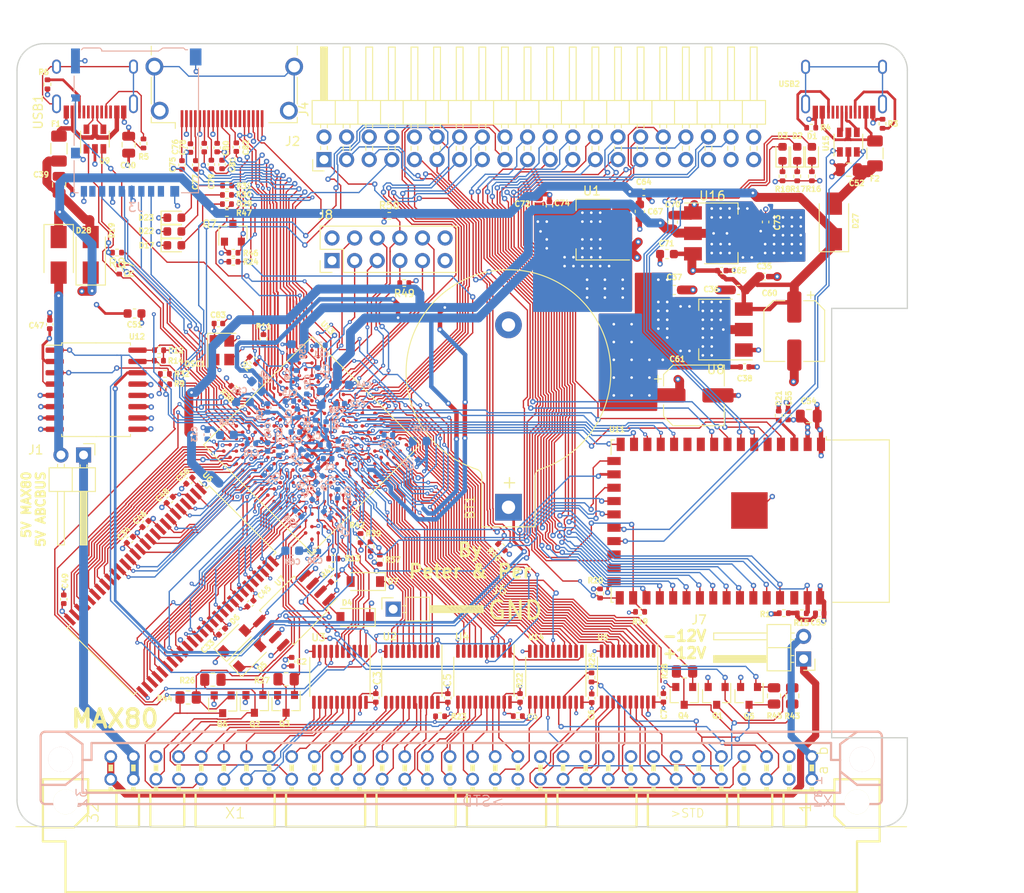
<source format=kicad_pcb>
(kicad_pcb (version 20171130) (host pcbnew 5.99.0+really5.1.10+dfsg1-1)

  (general
    (thickness 1.6)
    (drawings 19)
    (tracks 5349)
    (zones 0)
    (modules 175)
    (nets 313)
  )

  (page A4)
  (title_block
    (title MAX80)
    (date 2021-11-07)
    (rev 0.02)
    (company "No name")
  )

  (layers
    (0 F.Cu signal)
    (1 In1.Cu power)
    (2 In2.Cu signal)
    (31 B.Cu signal)
    (32 B.Adhes user)
    (33 F.Adhes user)
    (34 B.Paste user)
    (35 F.Paste user)
    (36 B.SilkS user)
    (37 F.SilkS user)
    (38 B.Mask user)
    (39 F.Mask user)
    (40 Dwgs.User user)
    (41 Cmts.User user)
    (42 Eco1.User user)
    (43 Eco2.User user)
    (44 Edge.Cuts user)
    (45 Margin user)
    (46 B.CrtYd user)
    (47 F.CrtYd user)
    (48 B.Fab user hide)
    (49 F.Fab user hide)
  )

  (setup
    (last_trace_width 0.15)
    (user_trace_width 0.15)
    (user_trace_width 0.3)
    (user_trace_width 0.5)
    (trace_clearance 0.15)
    (zone_clearance 0.15)
    (zone_45_only no)
    (trace_min 0.15)
    (via_size 0.6)
    (via_drill 0.3)
    (via_min_size 0.45)
    (via_min_drill 0.2)
    (user_via 0.45 0.2)
    (uvia_size 0.3)
    (uvia_drill 0.1)
    (uvias_allowed yes)
    (uvia_min_size 0.2)
    (uvia_min_drill 0.1)
    (edge_width 0.15)
    (segment_width 0.3)
    (pcb_text_width 0.3)
    (pcb_text_size 1.5 1.5)
    (mod_edge_width 0.15)
    (mod_text_size 1 1)
    (mod_text_width 0.15)
    (pad_size 3.5 1.6)
    (pad_drill 0)
    (pad_to_mask_clearance 0)
    (aux_axis_origin 0 0)
    (grid_origin 132.45 85.75)
    (visible_elements FFFFFF7F)
    (pcbplotparams
      (layerselection 0x010fc_ffffffff)
      (usegerberextensions false)
      (usegerberattributes true)
      (usegerberadvancedattributes true)
      (creategerberjobfile true)
      (excludeedgelayer true)
      (linewidth 0.100000)
      (plotframeref false)
      (viasonmask false)
      (mode 1)
      (useauxorigin false)
      (hpglpennumber 1)
      (hpglpenspeed 20)
      (hpglpendiameter 15.000000)
      (psnegative false)
      (psa4output false)
      (plotreference true)
      (plotvalue true)
      (plotinvisibletext false)
      (padsonsilk false)
      (subtractmaskfromsilk false)
      (outputformat 1)
      (mirror false)
      (drillshape 0)
      (scaleselection 1)
      (outputdirectory "max80_gerber002"))
  )

  (net 0 "")
  (net 1 GND)
  (net 2 +5V)
  (net 3 "Net-(R5-Pad2)")
  (net 4 "Net-(R6-Pad2)")
  (net 5 "Net-(U9-Pad4)")
  (net 6 "Net-(U9-Pad6)")
  (net 7 "Net-(USB1-Pad13)")
  (net 8 "Net-(BT1-Pad1)")
  (net 9 /A4)
  (net 10 /A3)
  (net 11 /A2)
  (net 12 /A1)
  (net 13 /A0)
  (net 14 /IO0)
  (net 15 /IO3)
  (net 16 /IO4)
  (net 17 /IO5)
  (net 18 /IO6)
  (net 19 /IO7)
  (net 20 /A11)
  (net 21 /IO9)
  (net 22 /A8)
  (net 23 /A7)
  (net 24 /A6)
  (net 25 /A5)
  (net 26 /A9)
  (net 27 /A10)
  (net 28 /A12)
  (net 29 /IO8)
  (net 30 /IO10)
  (net 31 /IO11)
  (net 32 /IO12)
  (net 33 /IO13)
  (net 34 /IO14)
  (net 35 /IO15)
  (net 36 /abc80bus/D7)
  (net 37 /abc80bus/D6)
  (net 38 /abc80bus/D5)
  (net 39 /abc80bus/D4)
  (net 40 /abc80bus/D3)
  (net 41 /abc80bus/D2)
  (net 42 /abc80bus/D1)
  (net 43 /abc80bus/D0)
  (net 44 /abc80bus/A8)
  (net 45 /abc80bus/A9)
  (net 46 /abc80bus/A10)
  (net 47 /abc80bus/A11)
  (net 48 /abc80bus/A12)
  (net 49 /abc80bus/A13)
  (net 50 /abc80bus/A14)
  (net 51 /abc80bus/A15)
  (net 52 /abc80bus/A7)
  (net 53 /abc80bus/A6)
  (net 54 /abc80bus/A5)
  (net 55 /abc80bus/A4)
  (net 56 /abc80bus/A3)
  (net 57 /abc80bus/A2)
  (net 58 /abc80bus/A1)
  (net 59 /abc80bus/A0)
  (net 60 /IO1)
  (net 61 /IO2)
  (net 62 /32KHZ)
  (net 63 /RTC_INT)
  (net 64 /abc80bus/ABC5V)
  (net 65 /SD_DAT3)
  (net 66 /SD_CMD)
  (net 67 /SD_CLK)
  (net 68 /SD_DAT0)
  (net 69 FPGA_TDI)
  (net 70 FPGA_TMS)
  (net 71 FPGA_TDO)
  (net 72 FPGA_TCK)
  (net 73 ABC_CLK_5)
  (net 74 /FPGA_SCL)
  (net 75 /FPGA_SDA)
  (net 76 FPGA_SPI_CLK)
  (net 77 FGPA_SPI_CS_ESP32)
  (net 78 INT_ESP32)
  (net 79 "Net-(C53-Pad1)")
  (net 80 "Net-(F2-Pad2)")
  (net 81 ESP32_TDO)
  (net 82 ESP32_TCK)
  (net 83 ESP32_TMS)
  (net 84 ESP32_IO0)
  (net 85 ESP32_RXD)
  (net 86 ESP32_TXD)
  (net 87 ESP32_EN)
  (net 88 "Net-(R3-Pad2)")
  (net 89 "Net-(R4-Pad2)")
  (net 90 /ESP32/USB_D-)
  (net 91 /ESP32/USB_D+)
  (net 92 ESP32_TDI)
  (net 93 "Net-(U15-Pad6)")
  (net 94 "Net-(U15-Pad4)")
  (net 95 "Net-(USB2-Pad13)")
  (net 96 "Net-(D1-Pad2)")
  (net 97 "Net-(D1-Pad1)")
  (net 98 "Net-(D2-Pad2)")
  (net 99 "Net-(D2-Pad1)")
  (net 100 "Net-(D3-Pad2)")
  (net 101 "Net-(D3-Pad1)")
  (net 102 ESP32_SCL)
  (net 103 ESP32_SDA)
  (net 104 ESP32_CS2)
  (net 105 ESP32_CS0)
  (net 106 ESP32_MISO)
  (net 107 ESP32_SCK)
  (net 108 ESP32_MOSI)
  (net 109 ESP32_CS1)
  (net 110 /abc80bus/~CS)
  (net 111 /abc80bus/~C4)
  (net 112 /abc80bus/~C3)
  (net 113 /abc80bus/~C2)
  (net 114 /abc80bus/~C1)
  (net 115 /abc80bus/~OUT)
  (net 116 /abc80bus/~RST)
  (net 117 /abc80bus/~XMEMFL)
  (net 118 /abc80bus/~INP)
  (net 119 /abc80bus/~STATUS)
  (net 120 /abc80bus/~XINPSTB)
  (net 121 /abc80bus/~XOUTSTB)
  (net 122 AD0)
  (net 123 AD1)
  (net 124 AD2)
  (net 125 AD3)
  (net 126 AD4)
  (net 127 AD5)
  (net 128 AD6)
  (net 129 AD7)
  (net 130 /abc80bus/~RESIN)
  (net 131 /FPGA_LED1)
  (net 132 /FPGA_LED2)
  (net 133 /FPGA_LED3)
  (net 134 "Net-(D17-Pad2)")
  (net 135 "Net-(D22-Pad2)")
  (net 136 "Net-(D23-Pad2)")
  (net 137 FPGA_GPIO3)
  (net 138 FPGA_GPIO2)
  (net 139 FPGA_GPIO1)
  (net 140 FPGA_GPIO0)
  (net 141 FPGA_GPIO5)
  (net 142 FPGA_GPIO4)
  (net 143 /abc80bus/READY)
  (net 144 /abc80bus/~NMI)
  (net 145 ~FPGA_READY)
  (net 146 FPGA_NMI)
  (net 147 FPGA_RESIN)
  (net 148 /DQMH)
  (net 149 /CLK)
  (net 150 /BA1)
  (net 151 /BA0)
  (net 152 /DQML)
  (net 153 "Net-(D28-Pad2)")
  (net 154 "Net-(F1-Pad2)")
  (net 155 "Net-(C39-Pad1)")
  (net 156 "Net-(C52-Pad1)")
  (net 157 /WE#)
  (net 158 /CAS#)
  (net 159 /RAS#)
  (net 160 /CS#)
  (net 161 +3V3)
  (net 162 +2V5)
  (net 163 +1V2)
  (net 164 "Net-(R13-Pad1)")
  (net 165 "Net-(R37-Pad2)")
  (net 166 "Net-(R38-Pad2)")
  (net 167 "Net-(R41-Pad2)")
  (net 168 DATA0)
  (net 169 ~CS_ABC_3V3)
  (net 170 ~OUT_ABC_3V3)
  (net 171 AD8)
  (net 172 ~C1_ABC_3V3)
  (net 173 AD9)
  (net 174 ~C2_ABC_3V3)
  (net 175 AD10)
  (net 176 ~C3_ABC_3V3)
  (net 177 ~C4_ABC_3V3)
  (net 178 AD11)
  (net 179 AD12)
  (net 180 AD13)
  (net 181 AD14)
  (net 182 AD15)
  (net 183 DLCK)
  (net 184 ASD0)
  (net 185 nCE0)
  (net 186 ~INP_ABC_3V3)
  (net 187 ~STATUS_ABC_3V3)
  (net 188 DD0)
  (net 189 DD1)
  (net 190 DD2)
  (net 191 DD3)
  (net 192 DD4)
  (net 193 DD5)
  (net 194 DD6)
  (net 195 DD7)
  (net 196 DD8)
  (net 197 ~XOUTSTB_ABC_3V3)
  (net 198 ~RST_ABC_3V3)
  (net 199 ~XMEMFL_ABC_3V3)
  (net 200 ~XINPSTB_ABC_3V3)
  (net 201 ABC_CLK_3V3)
  (net 202 FPGA_SPI_MOSI)
  (net 203 FPGA_SPI_MISO)
  (net 204 CLK0n)
  (net 205 HDMI_CK-)
  (net 206 HDMI_D0+)
  (net 207 HDMI_D1-)
  (net 208 HDMI_D2+)
  (net 209 HDMI_CK+)
  (net 210 HDMI_D0-)
  (net 211 HDMI_D1+)
  (net 212 HDMI_D2-)
  (net 213 HDMI_SDA)
  (net 214 HDMI_HPD)
  (net 215 HDMI_SCL)
  (net 216 FPGA_JTAGEN)
  (net 217 FLASH_CS#)
  (net 218 /abc80bus/~INT)
  (net 219 /abc80bus/~XMEMW800)
  (net 220 /abc80bus/~XMEMW80)
  (net 221 INT_ABC_3V3)
  (net 222 INT800_ABC_3V3)
  (net 223 ~XMEMW80_ABC_3V3)
  (net 224 ~XMEMW800_ABC_3V3)
  (net 225 /abc80bus/~XM)
  (net 226 XM_ABC_3V3)
  (net 227 "Net-(R25-Pad2)")
  (net 228 AD16)
  (net 229 /abc80bus/ABC_-12V)
  (net 230 /abc80bus/ABC_12V)
  (net 231 "Net-(C75-Pad1)")
  (net 232 "Net-(C76-Pad1)")
  (net 233 "Net-(C77-Pad1)")
  (net 234 "Net-(C78-Pad1)")
  (net 235 "Net-(C79-Pad1)")
  (net 236 "Net-(C80-Pad1)")
  (net 237 "Net-(C81-Pad1)")
  (net 238 "Net-(C82-Pad1)")
  (net 239 EXT_HG)
  (net 240 EXT_HB)
  (net 241 EXT_HE)
  (net 242 EXT_HC)
  (net 243 EXT_HA)
  (net 244 EXT_HF)
  (net 245 EXT_HH)
  (net 246 EXT_HD)
  (net 247 "Net-(J4-Pad40)")
  (net 248 "Net-(J4-Pad8)")
  (net 249 "Net-(J4-Pad6)")
  (net 250 "Net-(U6-Pad40)")
  (net 251 "Net-(U11-Pad10)")
  (net 252 "Net-(U11-Pad11)")
  (net 253 "Net-(U11-Pad25)")
  (net 254 "Net-(U11-Pad40)")
  (net 255 "Net-(U13-PadL16)")
  (net 256 "Net-(U13-PadK12)")
  (net 257 "Net-(U13-PadL11)")
  (net 258 "Net-(U13-PadP15)")
  (net 259 "Net-(U13-PadJ14)")
  (net 260 "Net-(U13-PadL14)")
  (net 261 "Net-(U13-PadN14)")
  (net 262 "Net-(U13-PadK10)")
  (net 263 "Net-(U13-PadK9)")
  (net 264 "Net-(U13-PadL9)")
  (net 265 "Net-(U13-PadL13)")
  (net 266 "Net-(U13-PadJ13)")
  (net 267 "Net-(U13-PadJ12)")
  (net 268 "Net-(U13-PadP11)")
  (net 269 "Net-(U13-PadL6)")
  (net 270 "Net-(U13-PadK6)")
  (net 271 "Net-(U13-PadC3)")
  (net 272 "Net-(U14-Pad15)")
  (net 273 "Net-(U14-Pad5)")
  (net 274 "Net-(USB1-Pad3)")
  (net 275 "Net-(USB1-Pad9)")
  (net 276 "Net-(USB1-Pad5)")
  (net 277 "Net-(USB1-Pad8)")
  (net 278 "Net-(USB2-Pad3)")
  (net 279 "Net-(USB2-Pad9)")
  (net 280 "Net-(USB2-Pad5)")
  (net 281 "Net-(USB2-Pad8)")
  (net 282 "Net-(X1-PadB30)")
  (net 283 "Net-(X1-PadB12)")
  (net 284 "Net-(X1-PadB11)")
  (net 285 "Net-(X1-PadB10)")
  (net 286 "Net-(X1-PadB9)")
  (net 287 "Net-(X1-PadB8)")
  (net 288 "Net-(X1-PadB7)")
  (net 289 "Net-(X1-PadB6)")
  (net 290 "Net-(X1-PadA29)")
  (net 291 "Net-(X1-PadA25)")
  (net 292 "Net-(X1-PadA14)")
  (net 293 "Net-(J2-PadSH)")
  (net 294 "Net-(J2-Pad19)")
  (net 295 "Net-(J2-Pad14)")
  (net 296 "Net-(J2-Pad13)")
  (net 297 "Net-(J2-Pad11)")
  (net 298 /~SD_DETECT)
  (net 299 /DD9_FREEIO1)
  (net 300 "Net-(J3-Pad1)")
  (net 301 "Net-(J3-Pad8)")
  (net 302 "Net-(U13-PadF13)")
  (net 303 /FPGA_USB_RX_DN)
  (net 304 /FPGA_USB_TX_DN)
  (net 305 /FPGA_USB_TX_DP)
  (net 306 /FPGA_USB_RX_DP)
  (net 307 /FREEI2)
  (net 308 /FREEI3)
  (net 309 "Net-(U13-PadA9)")
  (net 310 /FREEI4)
  (net 311 /FREEI9)
  (net 312 /FREEI8)

  (net_class Default "This is the default net class."
    (clearance 0.15)
    (trace_width 0.15)
    (via_dia 0.6)
    (via_drill 0.3)
    (uvia_dia 0.3)
    (uvia_drill 0.1)
    (add_net +1V2)
    (add_net +2V5)
    (add_net +3V3)
    (add_net +5V)
    (add_net /32KHZ)
    (add_net /A0)
    (add_net /A1)
    (add_net /A10)
    (add_net /A11)
    (add_net /A12)
    (add_net /A2)
    (add_net /A3)
    (add_net /A4)
    (add_net /A5)
    (add_net /A6)
    (add_net /A7)
    (add_net /A8)
    (add_net /A9)
    (add_net /BA0)
    (add_net /BA1)
    (add_net /CAS#)
    (add_net /CLK)
    (add_net /CS#)
    (add_net /DD9_FREEIO1)
    (add_net /DQMH)
    (add_net /DQML)
    (add_net /ESP32/USB_D+)
    (add_net /ESP32/USB_D-)
    (add_net /FPGA_LED1)
    (add_net /FPGA_LED2)
    (add_net /FPGA_LED3)
    (add_net /FPGA_SCL)
    (add_net /FPGA_SDA)
    (add_net /FPGA_USB_RX_DN)
    (add_net /FPGA_USB_RX_DP)
    (add_net /FPGA_USB_TX_DN)
    (add_net /FPGA_USB_TX_DP)
    (add_net /FREEI2)
    (add_net /FREEI3)
    (add_net /FREEI4)
    (add_net /FREEI8)
    (add_net /FREEI9)
    (add_net /IO0)
    (add_net /IO1)
    (add_net /IO10)
    (add_net /IO11)
    (add_net /IO12)
    (add_net /IO13)
    (add_net /IO14)
    (add_net /IO15)
    (add_net /IO2)
    (add_net /IO3)
    (add_net /IO4)
    (add_net /IO5)
    (add_net /IO6)
    (add_net /IO7)
    (add_net /IO8)
    (add_net /IO9)
    (add_net /RAS#)
    (add_net /RTC_INT)
    (add_net /SD_CLK)
    (add_net /SD_CMD)
    (add_net /SD_DAT0)
    (add_net /SD_DAT3)
    (add_net /WE#)
    (add_net /abc80bus/A0)
    (add_net /abc80bus/A1)
    (add_net /abc80bus/A10)
    (add_net /abc80bus/A11)
    (add_net /abc80bus/A12)
    (add_net /abc80bus/A13)
    (add_net /abc80bus/A14)
    (add_net /abc80bus/A15)
    (add_net /abc80bus/A2)
    (add_net /abc80bus/A3)
    (add_net /abc80bus/A4)
    (add_net /abc80bus/A5)
    (add_net /abc80bus/A6)
    (add_net /abc80bus/A7)
    (add_net /abc80bus/A8)
    (add_net /abc80bus/A9)
    (add_net /abc80bus/ABC5V)
    (add_net /abc80bus/ABC_-12V)
    (add_net /abc80bus/ABC_12V)
    (add_net /abc80bus/D0)
    (add_net /abc80bus/D1)
    (add_net /abc80bus/D2)
    (add_net /abc80bus/D3)
    (add_net /abc80bus/D4)
    (add_net /abc80bus/D5)
    (add_net /abc80bus/D6)
    (add_net /abc80bus/D7)
    (add_net /abc80bus/READY)
    (add_net /abc80bus/~C1)
    (add_net /abc80bus/~C2)
    (add_net /abc80bus/~C3)
    (add_net /abc80bus/~C4)
    (add_net /abc80bus/~CS)
    (add_net /abc80bus/~INP)
    (add_net /abc80bus/~INT)
    (add_net /abc80bus/~NMI)
    (add_net /abc80bus/~OUT)
    (add_net /abc80bus/~RESIN)
    (add_net /abc80bus/~RST)
    (add_net /abc80bus/~STATUS)
    (add_net /abc80bus/~XINPSTB)
    (add_net /abc80bus/~XM)
    (add_net /abc80bus/~XMEMFL)
    (add_net /abc80bus/~XMEMW80)
    (add_net /abc80bus/~XMEMW800)
    (add_net /abc80bus/~XOUTSTB)
    (add_net /~SD_DETECT)
    (add_net ABC_CLK_3V3)
    (add_net ABC_CLK_5)
    (add_net AD0)
    (add_net AD1)
    (add_net AD10)
    (add_net AD11)
    (add_net AD12)
    (add_net AD13)
    (add_net AD14)
    (add_net AD15)
    (add_net AD16)
    (add_net AD2)
    (add_net AD3)
    (add_net AD4)
    (add_net AD5)
    (add_net AD6)
    (add_net AD7)
    (add_net AD8)
    (add_net AD9)
    (add_net ASD0)
    (add_net CLK0n)
    (add_net DATA0)
    (add_net DD0)
    (add_net DD1)
    (add_net DD2)
    (add_net DD3)
    (add_net DD4)
    (add_net DD5)
    (add_net DD6)
    (add_net DD7)
    (add_net DD8)
    (add_net DLCK)
    (add_net ESP32_CS0)
    (add_net ESP32_CS1)
    (add_net ESP32_CS2)
    (add_net ESP32_EN)
    (add_net ESP32_IO0)
    (add_net ESP32_MISO)
    (add_net ESP32_MOSI)
    (add_net ESP32_RXD)
    (add_net ESP32_SCK)
    (add_net ESP32_SCL)
    (add_net ESP32_SDA)
    (add_net ESP32_TCK)
    (add_net ESP32_TDI)
    (add_net ESP32_TDO)
    (add_net ESP32_TMS)
    (add_net ESP32_TXD)
    (add_net EXT_HA)
    (add_net EXT_HB)
    (add_net EXT_HC)
    (add_net EXT_HD)
    (add_net EXT_HE)
    (add_net EXT_HF)
    (add_net EXT_HG)
    (add_net EXT_HH)
    (add_net FGPA_SPI_CS_ESP32)
    (add_net FLASH_CS#)
    (add_net FPGA_GPIO0)
    (add_net FPGA_GPIO1)
    (add_net FPGA_GPIO2)
    (add_net FPGA_GPIO3)
    (add_net FPGA_GPIO4)
    (add_net FPGA_GPIO5)
    (add_net FPGA_JTAGEN)
    (add_net FPGA_NMI)
    (add_net FPGA_RESIN)
    (add_net FPGA_SPI_CLK)
    (add_net FPGA_SPI_MISO)
    (add_net FPGA_SPI_MOSI)
    (add_net FPGA_TCK)
    (add_net FPGA_TDI)
    (add_net FPGA_TDO)
    (add_net FPGA_TMS)
    (add_net GND)
    (add_net HDMI_CK+)
    (add_net HDMI_CK-)
    (add_net HDMI_D0+)
    (add_net HDMI_D0-)
    (add_net HDMI_D1+)
    (add_net HDMI_D1-)
    (add_net HDMI_D2+)
    (add_net HDMI_D2-)
    (add_net HDMI_HPD)
    (add_net HDMI_SCL)
    (add_net HDMI_SDA)
    (add_net INT800_ABC_3V3)
    (add_net INT_ABC_3V3)
    (add_net INT_ESP32)
    (add_net "Net-(BT1-Pad1)")
    (add_net "Net-(C39-Pad1)")
    (add_net "Net-(C52-Pad1)")
    (add_net "Net-(C53-Pad1)")
    (add_net "Net-(C75-Pad1)")
    (add_net "Net-(C76-Pad1)")
    (add_net "Net-(C77-Pad1)")
    (add_net "Net-(C78-Pad1)")
    (add_net "Net-(C79-Pad1)")
    (add_net "Net-(C80-Pad1)")
    (add_net "Net-(C81-Pad1)")
    (add_net "Net-(C82-Pad1)")
    (add_net "Net-(D1-Pad1)")
    (add_net "Net-(D1-Pad2)")
    (add_net "Net-(D17-Pad2)")
    (add_net "Net-(D2-Pad1)")
    (add_net "Net-(D2-Pad2)")
    (add_net "Net-(D22-Pad2)")
    (add_net "Net-(D23-Pad2)")
    (add_net "Net-(D28-Pad2)")
    (add_net "Net-(D3-Pad1)")
    (add_net "Net-(D3-Pad2)")
    (add_net "Net-(F1-Pad2)")
    (add_net "Net-(F2-Pad2)")
    (add_net "Net-(J2-Pad11)")
    (add_net "Net-(J2-Pad13)")
    (add_net "Net-(J2-Pad14)")
    (add_net "Net-(J2-Pad19)")
    (add_net "Net-(J2-PadSH)")
    (add_net "Net-(J3-Pad1)")
    (add_net "Net-(J3-Pad8)")
    (add_net "Net-(J4-Pad40)")
    (add_net "Net-(J4-Pad6)")
    (add_net "Net-(J4-Pad8)")
    (add_net "Net-(R13-Pad1)")
    (add_net "Net-(R25-Pad2)")
    (add_net "Net-(R3-Pad2)")
    (add_net "Net-(R37-Pad2)")
    (add_net "Net-(R38-Pad2)")
    (add_net "Net-(R4-Pad2)")
    (add_net "Net-(R41-Pad2)")
    (add_net "Net-(R5-Pad2)")
    (add_net "Net-(R6-Pad2)")
    (add_net "Net-(U11-Pad10)")
    (add_net "Net-(U11-Pad11)")
    (add_net "Net-(U11-Pad25)")
    (add_net "Net-(U11-Pad40)")
    (add_net "Net-(U13-PadA9)")
    (add_net "Net-(U13-PadC3)")
    (add_net "Net-(U13-PadF13)")
    (add_net "Net-(U13-PadJ12)")
    (add_net "Net-(U13-PadJ13)")
    (add_net "Net-(U13-PadJ14)")
    (add_net "Net-(U13-PadK10)")
    (add_net "Net-(U13-PadK12)")
    (add_net "Net-(U13-PadK6)")
    (add_net "Net-(U13-PadK9)")
    (add_net "Net-(U13-PadL11)")
    (add_net "Net-(U13-PadL13)")
    (add_net "Net-(U13-PadL14)")
    (add_net "Net-(U13-PadL16)")
    (add_net "Net-(U13-PadL6)")
    (add_net "Net-(U13-PadL9)")
    (add_net "Net-(U13-PadN14)")
    (add_net "Net-(U13-PadP11)")
    (add_net "Net-(U13-PadP15)")
    (add_net "Net-(U14-Pad15)")
    (add_net "Net-(U14-Pad5)")
    (add_net "Net-(U15-Pad4)")
    (add_net "Net-(U15-Pad6)")
    (add_net "Net-(U6-Pad40)")
    (add_net "Net-(U9-Pad4)")
    (add_net "Net-(U9-Pad6)")
    (add_net "Net-(USB1-Pad13)")
    (add_net "Net-(USB1-Pad3)")
    (add_net "Net-(USB1-Pad5)")
    (add_net "Net-(USB1-Pad8)")
    (add_net "Net-(USB1-Pad9)")
    (add_net "Net-(USB2-Pad13)")
    (add_net "Net-(USB2-Pad3)")
    (add_net "Net-(USB2-Pad5)")
    (add_net "Net-(USB2-Pad8)")
    (add_net "Net-(USB2-Pad9)")
    (add_net "Net-(X1-PadA14)")
    (add_net "Net-(X1-PadA25)")
    (add_net "Net-(X1-PadA29)")
    (add_net "Net-(X1-PadB10)")
    (add_net "Net-(X1-PadB11)")
    (add_net "Net-(X1-PadB12)")
    (add_net "Net-(X1-PadB30)")
    (add_net "Net-(X1-PadB6)")
    (add_net "Net-(X1-PadB7)")
    (add_net "Net-(X1-PadB8)")
    (add_net "Net-(X1-PadB9)")
    (add_net XM_ABC_3V3)
    (add_net nCE0)
    (add_net ~C1_ABC_3V3)
    (add_net ~C2_ABC_3V3)
    (add_net ~C3_ABC_3V3)
    (add_net ~C4_ABC_3V3)
    (add_net ~CS_ABC_3V3)
    (add_net ~FPGA_READY)
    (add_net ~INP_ABC_3V3)
    (add_net ~OUT_ABC_3V3)
    (add_net ~RST_ABC_3V3)
    (add_net ~STATUS_ABC_3V3)
    (add_net ~XINPSTB_ABC_3V3)
    (add_net ~XMEMFL_ABC_3V3)
    (add_net ~XMEMW800_ABC_3V3)
    (add_net ~XMEMW80_ABC_3V3)
    (add_net ~XOUTSTB_ABC_3V3)
  )

  (module Resistor_SMD:R_0402_1005Metric (layer F.Cu) (tedit 5F68FEEE) (tstamp 61957892)
    (at 116.2 63.95 180)
    (descr "Resistor SMD 0402 (1005 Metric), square (rectangular) end terminal, IPC_7351 nominal, (Body size source: IPC-SM-782 page 72, https://www.pcb-3d.com/wordpress/wp-content/uploads/ipc-sm-782a_amendment_1_and_2.pdf), generated with kicad-footprint-generator")
    (tags resistor)
    (path /601569F0/62589F2A)
    (attr smd)
    (fp_text reference R8 (at 0 -1.17) (layer F.SilkS)
      (effects (font (size 1 1) (thickness 0.15)))
    )
    (fp_text value 27 (at 0 1.17) (layer F.Fab)
      (effects (font (size 1 1) (thickness 0.15)))
    )
    (fp_text user %R (at 0 0) (layer F.Fab)
      (effects (font (size 0.26 0.26) (thickness 0.04)))
    )
    (fp_line (start -0.525 0.27) (end -0.525 -0.27) (layer F.Fab) (width 0.1))
    (fp_line (start -0.525 -0.27) (end 0.525 -0.27) (layer F.Fab) (width 0.1))
    (fp_line (start 0.525 -0.27) (end 0.525 0.27) (layer F.Fab) (width 0.1))
    (fp_line (start 0.525 0.27) (end -0.525 0.27) (layer F.Fab) (width 0.1))
    (fp_line (start -0.153641 -0.38) (end 0.153641 -0.38) (layer F.SilkS) (width 0.12))
    (fp_line (start -0.153641 0.38) (end 0.153641 0.38) (layer F.SilkS) (width 0.12))
    (fp_line (start -0.93 0.47) (end -0.93 -0.47) (layer F.CrtYd) (width 0.05))
    (fp_line (start -0.93 -0.47) (end 0.93 -0.47) (layer F.CrtYd) (width 0.05))
    (fp_line (start 0.93 -0.47) (end 0.93 0.47) (layer F.CrtYd) (width 0.05))
    (fp_line (start 0.93 0.47) (end -0.93 0.47) (layer F.CrtYd) (width 0.05))
    (pad 2 smd roundrect (at 0.51 0 180) (size 0.54 0.64) (layers F.Cu F.Paste F.Mask) (roundrect_rratio 0.25)
      (net 303 /FPGA_USB_RX_DN))
    (pad 1 smd roundrect (at -0.51 0 180) (size 0.54 0.64) (layers F.Cu F.Paste F.Mask) (roundrect_rratio 0.25)
      (net 304 /FPGA_USB_TX_DN))
    (model ${KISYS3DMOD}/Resistor_SMD.3dshapes/R_0402_1005Metric.wrl
      (at (xyz 0 0 0))
      (scale (xyz 1 1 1))
      (rotate (xyz 0 0 0))
    )
  )

  (module Resistor_SMD:R_0402_1005Metric (layer F.Cu) (tedit 5F68FEEE) (tstamp 61957881)
    (at 116.45 65.85 270)
    (descr "Resistor SMD 0402 (1005 Metric), square (rectangular) end terminal, IPC_7351 nominal, (Body size source: IPC-SM-782 page 72, https://www.pcb-3d.com/wordpress/wp-content/uploads/ipc-sm-782a_amendment_1_and_2.pdf), generated with kicad-footprint-generator")
    (tags resistor)
    (path /601569F0/6258957D)
    (attr smd)
    (fp_text reference R7 (at 0 -1.17 90) (layer F.SilkS)
      (effects (font (size 1 1) (thickness 0.15)))
    )
    (fp_text value 27 (at 0 1.17 90) (layer F.Fab)
      (effects (font (size 1 1) (thickness 0.15)))
    )
    (fp_text user %R (at 0 0 90) (layer F.Fab)
      (effects (font (size 0.26 0.26) (thickness 0.04)))
    )
    (fp_line (start -0.525 0.27) (end -0.525 -0.27) (layer F.Fab) (width 0.1))
    (fp_line (start -0.525 -0.27) (end 0.525 -0.27) (layer F.Fab) (width 0.1))
    (fp_line (start 0.525 -0.27) (end 0.525 0.27) (layer F.Fab) (width 0.1))
    (fp_line (start 0.525 0.27) (end -0.525 0.27) (layer F.Fab) (width 0.1))
    (fp_line (start -0.153641 -0.38) (end 0.153641 -0.38) (layer F.SilkS) (width 0.12))
    (fp_line (start -0.153641 0.38) (end 0.153641 0.38) (layer F.SilkS) (width 0.12))
    (fp_line (start -0.93 0.47) (end -0.93 -0.47) (layer F.CrtYd) (width 0.05))
    (fp_line (start -0.93 -0.47) (end 0.93 -0.47) (layer F.CrtYd) (width 0.05))
    (fp_line (start 0.93 -0.47) (end 0.93 0.47) (layer F.CrtYd) (width 0.05))
    (fp_line (start 0.93 0.47) (end -0.93 0.47) (layer F.CrtYd) (width 0.05))
    (pad 2 smd roundrect (at 0.51 0 270) (size 0.54 0.64) (layers F.Cu F.Paste F.Mask) (roundrect_rratio 0.25)
      (net 306 /FPGA_USB_RX_DP))
    (pad 1 smd roundrect (at -0.51 0 270) (size 0.54 0.64) (layers F.Cu F.Paste F.Mask) (roundrect_rratio 0.25)
      (net 305 /FPGA_USB_TX_DP))
    (model ${KISYS3DMOD}/Resistor_SMD.3dshapes/R_0402_1005Metric.wrl
      (at (xyz 0 0 0))
      (scale (xyz 1 1 1))
      (rotate (xyz 0 0 0))
    )
  )

  (module max80:FAB64B (layer B.Cu) (tedit 0) (tstamp 61976193)
    (at 154.87 121.86 90)
    (descr "<b>DIN 41612 CONNECTOR</b>\n<p>\nFemale, 64 pins, type B, rows AB, grid 2.54 mm.<br />\nB mates with Q, but pin numbers reversed.\n</p>")
    (path /6013B380/61C9828F)
    (fp_text reference X2 (at -4.445 39.37 180) (layer B.SilkS)
      (effects (font (size 1.2065 1.2065) (thickness 0.12065)) (justify right bottom mirror))
    )
    (fp_text value ABC-Bus (at -4.445 -34.29 180) (layer B.Fab)
      (effects (font (size 1.2065 1.2065) (thickness 0.12065)) (justify right bottom mirror))
    )
    (fp_poly (pts (xy 0.889 38.735) (xy 1.651 38.735) (xy 1.651 40.005) (xy 0.889 40.005)) (layer B.Fab) (width 0))
    (fp_poly (pts (xy 0.889 36.195) (xy 1.651 36.195) (xy 1.651 37.465) (xy 0.889 37.465)) (layer B.Fab) (width 0))
    (fp_poly (pts (xy 0.889 33.655) (xy 1.651 33.655) (xy 1.651 34.925) (xy 0.889 34.925)) (layer B.Fab) (width 0))
    (fp_poly (pts (xy 0.889 31.115) (xy 1.651 31.115) (xy 1.651 32.385) (xy 0.889 32.385)) (layer B.Fab) (width 0))
    (fp_poly (pts (xy 0.889 28.575) (xy 1.651 28.575) (xy 1.651 29.845) (xy 0.889 29.845)) (layer B.Fab) (width 0))
    (fp_poly (pts (xy 0.889 26.035) (xy 1.651 26.035) (xy 1.651 27.305) (xy 0.889 27.305)) (layer B.Fab) (width 0))
    (fp_poly (pts (xy -1.651 38.735) (xy -0.889 38.735) (xy -0.889 40.005) (xy -1.651 40.005)) (layer B.Fab) (width 0))
    (fp_poly (pts (xy -1.651 36.195) (xy -0.889 36.195) (xy -0.889 37.465) (xy -1.651 37.465)) (layer B.Fab) (width 0))
    (fp_poly (pts (xy -1.651 33.655) (xy -0.889 33.655) (xy -0.889 34.925) (xy -1.651 34.925)) (layer B.Fab) (width 0))
    (fp_poly (pts (xy -1.651 31.115) (xy -0.889 31.115) (xy -0.889 32.385) (xy -1.651 32.385)) (layer B.Fab) (width 0))
    (fp_poly (pts (xy -1.651 28.575) (xy -0.889 28.575) (xy -0.889 29.845) (xy -1.651 29.845)) (layer B.Fab) (width 0))
    (fp_poly (pts (xy -1.651 26.035) (xy -0.889 26.035) (xy -0.889 27.305) (xy -1.651 27.305)) (layer B.Fab) (width 0))
    (fp_poly (pts (xy -1.651 23.495) (xy -0.889 23.495) (xy -0.889 24.765) (xy -1.651 24.765)) (layer B.Fab) (width 0))
    (fp_poly (pts (xy -1.651 20.955) (xy -0.889 20.955) (xy -0.889 22.225) (xy -1.651 22.225)) (layer B.Fab) (width 0))
    (fp_poly (pts (xy -1.651 18.415) (xy -0.889 18.415) (xy -0.889 19.685) (xy -1.651 19.685)) (layer B.Fab) (width 0))
    (fp_poly (pts (xy -1.651 15.875) (xy -0.889 15.875) (xy -0.889 17.145) (xy -1.651 17.145)) (layer B.Fab) (width 0))
    (fp_poly (pts (xy -1.651 13.335) (xy -0.889 13.335) (xy -0.889 14.605) (xy -1.651 14.605)) (layer B.Fab) (width 0))
    (fp_poly (pts (xy -1.651 10.795) (xy -0.889 10.795) (xy -0.889 12.065) (xy -1.651 12.065)) (layer B.Fab) (width 0))
    (fp_poly (pts (xy -1.651 8.255) (xy -0.889 8.255) (xy -0.889 9.525) (xy -1.651 9.525)) (layer B.Fab) (width 0))
    (fp_poly (pts (xy -1.651 5.715) (xy -0.889 5.715) (xy -0.889 6.985) (xy -1.651 6.985)) (layer B.Fab) (width 0))
    (fp_poly (pts (xy -1.651 3.175) (xy -0.889 3.175) (xy -0.889 4.445) (xy -1.651 4.445)) (layer B.Fab) (width 0))
    (fp_poly (pts (xy -1.651 0.635) (xy -0.889 0.635) (xy -0.889 1.905) (xy -1.651 1.905)) (layer B.Fab) (width 0))
    (fp_poly (pts (xy -1.651 -1.905) (xy -0.889 -1.905) (xy -0.889 -0.635) (xy -1.651 -0.635)) (layer B.Fab) (width 0))
    (fp_poly (pts (xy -1.651 -4.445) (xy -0.889 -4.445) (xy -0.889 -3.175) (xy -1.651 -3.175)) (layer B.Fab) (width 0))
    (fp_poly (pts (xy -1.651 -6.985) (xy -0.889 -6.985) (xy -0.889 -5.715) (xy -1.651 -5.715)) (layer B.Fab) (width 0))
    (fp_poly (pts (xy -1.651 -9.525) (xy -0.889 -9.525) (xy -0.889 -8.255) (xy -1.651 -8.255)) (layer B.Fab) (width 0))
    (fp_poly (pts (xy -1.651 -12.065) (xy -0.889 -12.065) (xy -0.889 -10.795) (xy -1.651 -10.795)) (layer B.Fab) (width 0))
    (fp_poly (pts (xy -1.651 -14.605) (xy -0.889 -14.605) (xy -0.889 -13.335) (xy -1.651 -13.335)) (layer B.Fab) (width 0))
    (fp_poly (pts (xy 0.889 23.495) (xy 1.651 23.495) (xy 1.651 24.765) (xy 0.889 24.765)) (layer B.Fab) (width 0))
    (fp_poly (pts (xy 0.889 20.955) (xy 1.651 20.955) (xy 1.651 22.225) (xy 0.889 22.225)) (layer B.Fab) (width 0))
    (fp_poly (pts (xy 0.889 18.415) (xy 1.651 18.415) (xy 1.651 19.685) (xy 0.889 19.685)) (layer B.Fab) (width 0))
    (fp_poly (pts (xy 0.889 15.875) (xy 1.651 15.875) (xy 1.651 17.145) (xy 0.889 17.145)) (layer B.Fab) (width 0))
    (fp_poly (pts (xy 0.889 13.335) (xy 1.651 13.335) (xy 1.651 14.605) (xy 0.889 14.605)) (layer B.Fab) (width 0))
    (fp_poly (pts (xy 0.889 10.795) (xy 1.651 10.795) (xy 1.651 12.065) (xy 0.889 12.065)) (layer B.Fab) (width 0))
    (fp_poly (pts (xy 0.889 8.255) (xy 1.651 8.255) (xy 1.651 9.525) (xy 0.889 9.525)) (layer B.Fab) (width 0))
    (fp_poly (pts (xy 0.889 5.715) (xy 1.651 5.715) (xy 1.651 6.985) (xy 0.889 6.985)) (layer B.Fab) (width 0))
    (fp_poly (pts (xy 0.889 3.175) (xy 1.651 3.175) (xy 1.651 4.445) (xy 0.889 4.445)) (layer B.Fab) (width 0))
    (fp_poly (pts (xy 0.889 0.635) (xy 1.651 0.635) (xy 1.651 1.905) (xy 0.889 1.905)) (layer B.Fab) (width 0))
    (fp_poly (pts (xy 0.889 -1.905) (xy 1.651 -1.905) (xy 1.651 -0.635) (xy 0.889 -0.635)) (layer B.Fab) (width 0))
    (fp_poly (pts (xy 0.889 -4.445) (xy 1.651 -4.445) (xy 1.651 -3.175) (xy 0.889 -3.175)) (layer B.Fab) (width 0))
    (fp_poly (pts (xy 0.889 -6.985) (xy 1.651 -6.985) (xy 1.651 -5.715) (xy 0.889 -5.715)) (layer B.Fab) (width 0))
    (fp_poly (pts (xy 0.889 -9.525) (xy 1.651 -9.525) (xy 1.651 -8.255) (xy 0.889 -8.255)) (layer B.Fab) (width 0))
    (fp_poly (pts (xy 0.889 -12.065) (xy 1.651 -12.065) (xy 1.651 -10.795) (xy 0.889 -10.795)) (layer B.Fab) (width 0))
    (fp_poly (pts (xy 0.889 -14.605) (xy 1.651 -14.605) (xy 1.651 -13.335) (xy 0.889 -13.335)) (layer B.Fab) (width 0))
    (fp_poly (pts (xy -1.651 -17.145) (xy -0.889 -17.145) (xy -0.889 -15.875) (xy -1.651 -15.875)) (layer B.Fab) (width 0))
    (fp_poly (pts (xy 0.889 -17.145) (xy 1.651 -17.145) (xy 1.651 -15.875) (xy 0.889 -15.875)) (layer B.Fab) (width 0))
    (fp_poly (pts (xy 0.889 -19.685) (xy 1.651 -19.685) (xy 1.651 -18.415) (xy 0.889 -18.415)) (layer B.Fab) (width 0))
    (fp_poly (pts (xy 0.889 -22.225) (xy 1.651 -22.225) (xy 1.651 -20.955) (xy 0.889 -20.955)) (layer B.Fab) (width 0))
    (fp_poly (pts (xy -1.651 -19.685) (xy -0.889 -19.685) (xy -0.889 -18.415) (xy -1.651 -18.415)) (layer B.Fab) (width 0))
    (fp_poly (pts (xy -1.651 -22.225) (xy -0.889 -22.225) (xy -0.889 -20.955) (xy -1.651 -20.955)) (layer B.Fab) (width 0))
    (fp_poly (pts (xy -1.651 -24.765) (xy -0.889 -24.765) (xy -0.889 -23.495) (xy -1.651 -23.495)) (layer B.Fab) (width 0))
    (fp_poly (pts (xy 0.889 -24.765) (xy 1.651 -24.765) (xy 1.651 -23.495) (xy 0.889 -23.495)) (layer B.Fab) (width 0))
    (fp_poly (pts (xy 0.889 -27.305) (xy 1.651 -27.305) (xy 1.651 -26.035) (xy 0.889 -26.035)) (layer B.Fab) (width 0))
    (fp_poly (pts (xy 0.889 -29.845) (xy 1.651 -29.845) (xy 1.651 -28.575) (xy 0.889 -28.575)) (layer B.Fab) (width 0))
    (fp_poly (pts (xy -1.651 -27.305) (xy -0.889 -27.305) (xy -0.889 -26.035) (xy -1.651 -26.035)) (layer B.Fab) (width 0))
    (fp_poly (pts (xy -1.651 -29.845) (xy -0.889 -29.845) (xy -0.889 -28.575) (xy -1.651 -28.575)) (layer B.Fab) (width 0))
    (fp_poly (pts (xy 0.889 -32.385) (xy 1.651 -32.385) (xy 1.651 -31.115) (xy 0.889 -31.115)) (layer B.Fab) (width 0))
    (fp_poly (pts (xy 0.889 -34.925) (xy 1.651 -34.925) (xy 1.651 -33.655) (xy 0.889 -33.655)) (layer B.Fab) (width 0))
    (fp_poly (pts (xy -1.651 -32.385) (xy -0.889 -32.385) (xy -0.889 -31.115) (xy -1.651 -31.115)) (layer B.Fab) (width 0))
    (fp_poly (pts (xy -1.651 -34.925) (xy -0.889 -34.925) (xy -0.889 -33.655) (xy -1.651 -33.655)) (layer B.Fab) (width 0))
    (fp_poly (pts (xy -1.651 -37.465) (xy -0.889 -37.465) (xy -0.889 -36.195) (xy -1.651 -36.195)) (layer B.Fab) (width 0))
    (fp_poly (pts (xy 0.889 -37.465) (xy 1.651 -37.465) (xy 1.651 -36.195) (xy 0.889 -36.195)) (layer B.Fab) (width 0))
    (fp_poly (pts (xy -1.651 -40.005) (xy -0.889 -40.005) (xy -0.889 -38.735) (xy -1.651 -38.735)) (layer B.Fab) (width 0))
    (fp_poly (pts (xy 0.889 -40.005) (xy 1.651 -40.005) (xy 1.651 -38.735) (xy 0.889 -38.735)) (layer B.Fab) (width 0))
    (fp_circle (center 0.9652 45.0088) (end 2.2352 45.0088) (layer B.SilkS) (width 0.254))
    (fp_circle (center 0.9652 45.0088) (end 3.2512 45.0088) (layer Dwgs.User) (width 1.778))
    (fp_circle (center 0.9652 45.0088) (end 3.2512 45.0088) (layer Dwgs.User) (width 1.778))
    (fp_circle (center 0.9652 -45.0088) (end 2.2352 -45.0088) (layer B.SilkS) (width 0.254))
    (fp_circle (center 0.9652 -45.0088) (end 3.2512 -45.0088) (layer Dwgs.User) (width 1.778))
    (fp_circle (center 0.9652 -45.0088) (end 3.2512 -45.0088) (layer Dwgs.User) (width 1.778))
    (fp_line (start 4.064 -46.736) (end 4.064 -44.45) (layer B.SilkS) (width 0.254))
    (fp_line (start -4.064 -46.736) (end -4.064 46.736) (layer B.SilkS) (width 0.254))
    (fp_line (start -3.556 -47.244) (end -1.905 -47.244) (layer B.SilkS) (width 0.254))
    (fp_line (start 3.556 47.244) (end -1.905 47.244) (layer B.SilkS) (width 0.254))
    (fp_line (start -0.381 42.545) (end -2.794 42.545) (layer B.SilkS) (width 0.254))
    (fp_line (start 0.635 42.291) (end -2.54 42.291) (layer B.Fab) (width 0.254))
    (fp_line (start -0.381 42.545) (end 0.889 42.545) (layer B.SilkS) (width 0.254))
    (fp_line (start 0.635 41.275) (end 0.635 42.291) (layer B.Fab) (width 0.254))
    (fp_line (start 0.889 42.545) (end 2.667 42.545) (layer B.SilkS) (width 0.254))
    (fp_line (start 0.889 41.529) (end 0.889 42.545) (layer B.SilkS) (width 0.254))
    (fp_line (start 2.794 41.529) (end 0.889 41.529) (layer B.SilkS) (width 0.254))
    (fp_line (start -2.794 -42.545) (end -2.794 42.545) (layer B.SilkS) (width 0.254))
    (fp_line (start 2.794 -41.529) (end 2.794 41.529) (layer B.SilkS) (width 0.254))
    (fp_line (start 0.889 -41.529) (end 2.794 -41.529) (layer B.SilkS) (width 0.254))
    (fp_line (start 0.889 -42.545) (end 2.667 -42.545) (layer B.SilkS) (width 0.254))
    (fp_line (start 0.889 -42.545) (end 0.889 -41.529) (layer B.SilkS) (width 0.254))
    (fp_line (start -0.381 -42.545) (end -2.794 -42.545) (layer B.SilkS) (width 0.254))
    (fp_line (start 0.635 -42.291) (end -2.54 -42.291) (layer B.Fab) (width 0.254))
    (fp_line (start 0.889 -42.545) (end -0.381 -42.545) (layer B.SilkS) (width 0.254))
    (fp_line (start 0.635 -41.275) (end 0.635 -42.291) (layer B.Fab) (width 0.254))
    (fp_line (start 2.667 -42.545) (end 4.064 -44.45) (layer B.SilkS) (width 0.254))
    (fp_line (start 4.064 44.45) (end 4.064 -44.45) (layer B.SilkS) (width 0.254))
    (fp_line (start 2.667 42.545) (end 4.064 44.45) (layer B.SilkS) (width 0.254))
    (fp_line (start 4.064 44.45) (end 4.064 46.736) (layer B.SilkS) (width 0.254))
    (fp_line (start -0.381 -42.545) (end -1.905 -44.45) (layer B.SilkS) (width 0.254))
    (fp_line (start -1.905 -47.244) (end 3.556 -47.244) (layer B.SilkS) (width 0.254))
    (fp_line (start -1.905 -47.244) (end -1.905 -44.45) (layer B.SilkS) (width 0.254))
    (fp_line (start -0.381 42.545) (end -1.905 44.45) (layer B.SilkS) (width 0.254))
    (fp_line (start -1.905 47.244) (end -3.556 47.244) (layer B.SilkS) (width 0.254))
    (fp_line (start -1.905 47.244) (end -1.905 44.45) (layer B.SilkS) (width 0.254))
    (fp_line (start 2.54 41.275) (end 0.635 41.275) (layer B.Fab) (width 0.254))
    (fp_line (start 2.54 -41.275) (end 2.54 41.275) (layer B.Fab) (width 0.254))
    (fp_line (start 0.635 -41.275) (end 2.54 -41.275) (layer B.Fab) (width 0.254))
    (fp_line (start -2.54 42.291) (end -2.54 -42.291) (layer B.Fab) (width 0.254))
    (fp_text user >STD (at -4.445 0) (layer B.SilkS)
      (effects (font (size 1.2065 1.2065) (thickness 0.127)) (justify right bottom mirror))
    )
    (fp_text user 1 (at -0.762 40.64 270) (layer B.SilkS)
      (effects (font (size 1.2065 1.2065) (thickness 0.127)) (justify left bottom mirror))
    )
    (fp_text user a (at -2.286 40.64 270) (layer B.SilkS)
      (effects (font (size 1.2065 1.2065) (thickness 0.127)) (justify left bottom mirror))
    )
    (fp_text user 32 (at -2.159 -41.91 270) (layer B.SilkS)
      (effects (font (size 1.2065 1.2065) (thickness 0.127)) (justify left bottom mirror))
    )
    (fp_arc (start -3.556 -46.736) (end -4.064 -46.736) (angle 90) (layer B.SilkS) (width 0.254))
    (fp_arc (start 3.556 -46.736) (end 3.556 -47.244) (angle 90) (layer B.SilkS) (width 0.254))
    (fp_arc (start 3.504755 46.659599) (end 3.556 47.244) (angle -77.21006) (layer B.SilkS) (width 0.254))
    (fp_arc (start -3.556 46.736) (end -4.064 46.736) (angle -90) (layer B.SilkS) (width 0.254))
    (pad "" np_thru_hole circle (at 0.9652 45.0088 90) (size 2.794 2.794) (drill 2.794) (layers *.Cu *.Mask))
    (pad "" np_thru_hole circle (at 0.9652 -45.0088 90) (size 2.794 2.794) (drill 2.794) (layers *.Cu *.Mask))
    (pad B32 thru_hole circle (at 1.27 -39.37 90) (size 1.4224 1.4224) (drill 0.9144) (layers *.Cu *.Mask)
      (net 230 /abc80bus/ABC_12V) (solder_mask_margin 0.1016))
    (pad B31 thru_hole circle (at 1.27 -36.83 90) (size 1.4224 1.4224) (drill 0.9144) (layers *.Cu *.Mask)
      (net 64 /abc80bus/ABC5V) (solder_mask_margin 0.1016))
    (pad B30 thru_hole circle (at 1.27 -34.29 90) (size 1.4224 1.4224) (drill 0.9144) (layers *.Cu *.Mask)
      (net 282 "Net-(X1-PadB30)") (solder_mask_margin 0.1016))
    (pad B29 thru_hole circle (at 1.27 -31.75 90) (size 1.4224 1.4224) (drill 0.9144) (layers *.Cu *.Mask)
      (net 59 /abc80bus/A0) (solder_mask_margin 0.1016))
    (pad B28 thru_hole circle (at 1.27 -29.21 90) (size 1.4224 1.4224) (drill 0.9144) (layers *.Cu *.Mask)
      (net 58 /abc80bus/A1) (solder_mask_margin 0.1016))
    (pad B27 thru_hole circle (at 1.27 -26.67 90) (size 1.4224 1.4224) (drill 0.9144) (layers *.Cu *.Mask)
      (net 57 /abc80bus/A2) (solder_mask_margin 0.1016))
    (pad B26 thru_hole circle (at 1.27 -24.13 90) (size 1.4224 1.4224) (drill 0.9144) (layers *.Cu *.Mask)
      (net 56 /abc80bus/A3) (solder_mask_margin 0.1016))
    (pad B25 thru_hole circle (at 1.27 -21.59 90) (size 1.4224 1.4224) (drill 0.9144) (layers *.Cu *.Mask)
      (net 55 /abc80bus/A4) (solder_mask_margin 0.1016))
    (pad B24 thru_hole circle (at 1.27 -19.05 90) (size 1.4224 1.4224) (drill 0.9144) (layers *.Cu *.Mask)
      (net 54 /abc80bus/A5) (solder_mask_margin 0.1016))
    (pad B23 thru_hole circle (at 1.27 -16.51 90) (size 1.4224 1.4224) (drill 0.9144) (layers *.Cu *.Mask)
      (net 53 /abc80bus/A6) (solder_mask_margin 0.1016))
    (pad B22 thru_hole circle (at 1.27 -13.97 90) (size 1.4224 1.4224) (drill 0.9144) (layers *.Cu *.Mask)
      (net 52 /abc80bus/A7) (solder_mask_margin 0.1016))
    (pad B21 thru_hole circle (at 1.27 -11.43 90) (size 1.4224 1.4224) (drill 0.9144) (layers *.Cu *.Mask)
      (net 44 /abc80bus/A8) (solder_mask_margin 0.1016))
    (pad B20 thru_hole circle (at 1.27 -8.89 90) (size 1.4224 1.4224) (drill 0.9144) (layers *.Cu *.Mask)
      (net 45 /abc80bus/A9) (solder_mask_margin 0.1016))
    (pad B19 thru_hole circle (at 1.27 -6.35 90) (size 1.4224 1.4224) (drill 0.9144) (layers *.Cu *.Mask)
      (net 46 /abc80bus/A10) (solder_mask_margin 0.1016))
    (pad B18 thru_hole circle (at 1.27 -3.81 90) (size 1.4224 1.4224) (drill 0.9144) (layers *.Cu *.Mask)
      (net 47 /abc80bus/A11) (solder_mask_margin 0.1016))
    (pad B17 thru_hole circle (at 1.27 -1.27 90) (size 1.4224 1.4224) (drill 0.9144) (layers *.Cu *.Mask)
      (net 48 /abc80bus/A12) (solder_mask_margin 0.1016))
    (pad B16 thru_hole circle (at 1.27 1.27 90) (size 1.4224 1.4224) (drill 0.9144) (layers *.Cu *.Mask)
      (net 49 /abc80bus/A13) (solder_mask_margin 0.1016))
    (pad B15 thru_hole circle (at 1.27 3.81 90) (size 1.4224 1.4224) (drill 0.9144) (layers *.Cu *.Mask)
      (net 50 /abc80bus/A14) (solder_mask_margin 0.1016))
    (pad B14 thru_hole circle (at 1.27 6.35 90) (size 1.4224 1.4224) (drill 0.9144) (layers *.Cu *.Mask)
      (net 51 /abc80bus/A15) (solder_mask_margin 0.1016))
    (pad B13 thru_hole circle (at 1.27 8.89 90) (size 1.4224 1.4224) (drill 0.9144) (layers *.Cu *.Mask)
      (net 218 /abc80bus/~INT) (solder_mask_margin 0.1016))
    (pad B12 thru_hole circle (at 1.27 11.43 90) (size 1.4224 1.4224) (drill 0.9144) (layers *.Cu *.Mask)
      (net 283 "Net-(X1-PadB12)") (solder_mask_margin 0.1016))
    (pad B11 thru_hole circle (at 1.27 13.97 90) (size 1.4224 1.4224) (drill 0.9144) (layers *.Cu *.Mask)
      (net 284 "Net-(X1-PadB11)") (solder_mask_margin 0.1016))
    (pad B10 thru_hole circle (at 1.27 16.51 90) (size 1.4224 1.4224) (drill 0.9144) (layers *.Cu *.Mask)
      (net 285 "Net-(X1-PadB10)") (solder_mask_margin 0.1016))
    (pad B9 thru_hole circle (at 1.27 19.05 90) (size 1.4224 1.4224) (drill 0.9144) (layers *.Cu *.Mask)
      (net 286 "Net-(X1-PadB9)") (solder_mask_margin 0.1016))
    (pad B8 thru_hole circle (at 1.27 21.59 90) (size 1.4224 1.4224) (drill 0.9144) (layers *.Cu *.Mask)
      (net 287 "Net-(X1-PadB8)") (solder_mask_margin 0.1016))
    (pad B7 thru_hole circle (at 1.27 24.13 90) (size 1.4224 1.4224) (drill 0.9144) (layers *.Cu *.Mask)
      (net 288 "Net-(X1-PadB7)") (solder_mask_margin 0.1016))
    (pad B6 thru_hole circle (at 1.27 26.67 90) (size 1.4224 1.4224) (drill 0.9144) (layers *.Cu *.Mask)
      (net 289 "Net-(X1-PadB6)") (solder_mask_margin 0.1016))
    (pad B5 thru_hole circle (at 1.27 29.21 90) (size 1.4224 1.4224) (drill 0.9144) (layers *.Cu *.Mask)
      (net 73 ABC_CLK_5) (solder_mask_margin 0.1016))
    (pad B4 thru_hole circle (at 1.27 31.75 90) (size 1.4224 1.4224) (drill 0.9144) (layers *.Cu *.Mask)
      (net 117 /abc80bus/~XMEMFL) (solder_mask_margin 0.1016))
    (pad B3 thru_hole circle (at 1.27 34.29 90) (size 1.4224 1.4224) (drill 0.9144) (layers *.Cu *.Mask)
      (net 219 /abc80bus/~XMEMW800) (solder_mask_margin 0.1016))
    (pad B2 thru_hole circle (at 1.27 36.83 90) (size 1.4224 1.4224) (drill 0.9144) (layers *.Cu *.Mask)
      (net 1 GND) (solder_mask_margin 0.1016))
    (pad B1 thru_hole circle (at 1.27 39.37 90) (size 1.4224 1.4224) (drill 0.9144) (layers *.Cu *.Mask)
      (net 229 /abc80bus/ABC_-12V) (solder_mask_margin 0.1016))
    (pad A32 thru_hole circle (at -1.27 -39.37 90) (size 1.4224 1.4224) (drill 0.9144) (layers *.Cu *.Mask)
      (net 230 /abc80bus/ABC_12V) (solder_mask_margin 0.1016))
    (pad A31 thru_hole circle (at -1.27 -36.83 90) (size 1.4224 1.4224) (drill 0.9144) (layers *.Cu *.Mask)
      (net 64 /abc80bus/ABC5V) (solder_mask_margin 0.1016))
    (pad A30 thru_hole circle (at -1.27 -34.29 90) (size 1.4224 1.4224) (drill 0.9144) (layers *.Cu *.Mask)
      (net 143 /abc80bus/READY) (solder_mask_margin 0.1016))
    (pad A29 thru_hole circle (at -1.27 -31.75 90) (size 1.4224 1.4224) (drill 0.9144) (layers *.Cu *.Mask)
      (net 290 "Net-(X1-PadA29)") (solder_mask_margin 0.1016))
    (pad A28 thru_hole circle (at -1.27 -29.21 90) (size 1.4224 1.4224) (drill 0.9144) (layers *.Cu *.Mask)
      (net 225 /abc80bus/~XM) (solder_mask_margin 0.1016))
    (pad A27 thru_hole circle (at -1.27 -26.67 90) (size 1.4224 1.4224) (drill 0.9144) (layers *.Cu *.Mask)
      (net 121 /abc80bus/~XOUTSTB) (solder_mask_margin 0.1016))
    (pad A26 thru_hole circle (at -1.27 -24.13 90) (size 1.4224 1.4224) (drill 0.9144) (layers *.Cu *.Mask)
      (net 120 /abc80bus/~XINPSTB) (solder_mask_margin 0.1016))
    (pad A25 thru_hole circle (at -1.27 -21.59 90) (size 1.4224 1.4224) (drill 0.9144) (layers *.Cu *.Mask)
      (net 291 "Net-(X1-PadA25)") (solder_mask_margin 0.1016))
    (pad A24 thru_hole circle (at -1.27 -19.05 90) (size 1.4224 1.4224) (drill 0.9144) (layers *.Cu *.Mask)
      (net 144 /abc80bus/~NMI) (solder_mask_margin 0.1016))
    (pad A23 thru_hole circle (at -1.27 -16.51 90) (size 1.4224 1.4224) (drill 0.9144) (layers *.Cu *.Mask)
      (net 110 /abc80bus/~CS) (solder_mask_margin 0.1016))
    (pad A22 thru_hole circle (at -1.27 -13.97 90) (size 1.4224 1.4224) (drill 0.9144) (layers *.Cu *.Mask)
      (net 115 /abc80bus/~OUT) (solder_mask_margin 0.1016))
    (pad A21 thru_hole circle (at -1.27 -11.43 90) (size 1.4224 1.4224) (drill 0.9144) (layers *.Cu *.Mask)
      (net 114 /abc80bus/~C1) (solder_mask_margin 0.1016))
    (pad A20 thru_hole circle (at -1.27 -8.89 90) (size 1.4224 1.4224) (drill 0.9144) (layers *.Cu *.Mask)
      (net 113 /abc80bus/~C2) (solder_mask_margin 0.1016))
    (pad A19 thru_hole circle (at -1.27 -6.35 90) (size 1.4224 1.4224) (drill 0.9144) (layers *.Cu *.Mask)
      (net 112 /abc80bus/~C3) (solder_mask_margin 0.1016))
    (pad A18 thru_hole circle (at -1.27 -3.81 90) (size 1.4224 1.4224) (drill 0.9144) (layers *.Cu *.Mask)
      (net 111 /abc80bus/~C4) (solder_mask_margin 0.1016))
    (pad A17 thru_hole circle (at -1.27 -1.27 90) (size 1.4224 1.4224) (drill 0.9144) (layers *.Cu *.Mask)
      (net 118 /abc80bus/~INP) (solder_mask_margin 0.1016))
    (pad A16 thru_hole circle (at -1.27 1.27 90) (size 1.4224 1.4224) (drill 0.9144) (layers *.Cu *.Mask)
      (net 119 /abc80bus/~STATUS) (solder_mask_margin 0.1016))
    (pad A15 thru_hole circle (at -1.27 3.81 90) (size 1.4224 1.4224) (drill 0.9144) (layers *.Cu *.Mask)
      (net 116 /abc80bus/~RST) (solder_mask_margin 0.1016))
    (pad A14 thru_hole circle (at -1.27 6.35 90) (size 1.4224 1.4224) (drill 0.9144) (layers *.Cu *.Mask)
      (net 292 "Net-(X1-PadA14)") (solder_mask_margin 0.1016))
    (pad A13 thru_hole circle (at -1.27 8.89 90) (size 1.4224 1.4224) (drill 0.9144) (layers *.Cu *.Mask)
      (net 43 /abc80bus/D0) (solder_mask_margin 0.1016))
    (pad A12 thru_hole circle (at -1.27 11.43 90) (size 1.4224 1.4224) (drill 0.9144) (layers *.Cu *.Mask)
      (net 42 /abc80bus/D1) (solder_mask_margin 0.1016))
    (pad A11 thru_hole circle (at -1.27 13.97 90) (size 1.4224 1.4224) (drill 0.9144) (layers *.Cu *.Mask)
      (net 41 /abc80bus/D2) (solder_mask_margin 0.1016))
    (pad A10 thru_hole circle (at -1.27 16.51 90) (size 1.4224 1.4224) (drill 0.9144) (layers *.Cu *.Mask)
      (net 40 /abc80bus/D3) (solder_mask_margin 0.1016))
    (pad A9 thru_hole circle (at -1.27 19.05 90) (size 1.4224 1.4224) (drill 0.9144) (layers *.Cu *.Mask)
      (net 39 /abc80bus/D4) (solder_mask_margin 0.1016))
    (pad A8 thru_hole circle (at -1.27 21.59 90) (size 1.4224 1.4224) (drill 0.9144) (layers *.Cu *.Mask)
      (net 38 /abc80bus/D5) (solder_mask_margin 0.1016))
    (pad A7 thru_hole circle (at -1.27 24.13 90) (size 1.4224 1.4224) (drill 0.9144) (layers *.Cu *.Mask)
      (net 37 /abc80bus/D6) (solder_mask_margin 0.1016))
    (pad A6 thru_hole circle (at -1.27 26.67 90) (size 1.4224 1.4224) (drill 0.9144) (layers *.Cu *.Mask)
      (net 36 /abc80bus/D7) (solder_mask_margin 0.1016))
    (pad A5 thru_hole circle (at -1.27 29.21 90) (size 1.4224 1.4224) (drill 0.9144) (layers *.Cu *.Mask)
      (net 220 /abc80bus/~XMEMW80) (solder_mask_margin 0.1016))
    (pad A4 thru_hole circle (at -1.27 31.75 90) (size 1.4224 1.4224) (drill 0.9144) (layers *.Cu *.Mask)
      (net 1 GND) (solder_mask_margin 0.1016))
    (pad A3 thru_hole circle (at -1.27 34.29 90) (size 1.4224 1.4224) (drill 0.9144) (layers *.Cu *.Mask)
      (net 130 /abc80bus/~RESIN) (solder_mask_margin 0.1016))
    (pad A2 thru_hole circle (at -1.27 36.83 90) (size 1.4224 1.4224) (drill 0.9144) (layers *.Cu *.Mask)
      (net 1 GND) (solder_mask_margin 0.1016))
    (pad A1 thru_hole circle (at -1.27 39.37 90) (size 1.4224 1.4224) (drill 0.9144) (layers *.Cu *.Mask)
      (net 229 /abc80bus/ABC_-12V) (solder_mask_margin 0.1016))
  )

  (module Connector_PinHeader_2.54mm:PinHeader_2x20_P2.54mm_Horizontal (layer F.Cu) (tedit 59FED5CB) (tstamp 6194C2E8)
    (at 139.45 53.5 90)
    (descr "Through hole angled pin header, 2x20, 2.54mm pitch, 6mm pin length, double rows")
    (tags "Through hole angled pin header THT 2x20 2.54mm double row")
    (path /60B94961/60B95FED)
    (fp_text reference J4 (at 5.655 -2.27 90) (layer F.SilkS)
      (effects (font (size 1 1) (thickness 0.15)))
    )
    (fp_text value Conn_02x20_Odd_Even (at 5.655 50.53 90) (layer F.Fab)
      (effects (font (size 1 1) (thickness 0.15)))
    )
    (fp_line (start 13.1 -1.8) (end -1.8 -1.8) (layer F.CrtYd) (width 0.05))
    (fp_line (start 13.1 50.05) (end 13.1 -1.8) (layer F.CrtYd) (width 0.05))
    (fp_line (start -1.8 50.05) (end 13.1 50.05) (layer F.CrtYd) (width 0.05))
    (fp_line (start -1.8 -1.8) (end -1.8 50.05) (layer F.CrtYd) (width 0.05))
    (fp_line (start -1.27 -1.27) (end 0 -1.27) (layer F.SilkS) (width 0.12))
    (fp_line (start -1.27 0) (end -1.27 -1.27) (layer F.SilkS) (width 0.12))
    (fp_line (start 1.042929 48.64) (end 1.497071 48.64) (layer F.SilkS) (width 0.12))
    (fp_line (start 1.042929 47.88) (end 1.497071 47.88) (layer F.SilkS) (width 0.12))
    (fp_line (start 3.582929 48.64) (end 3.98 48.64) (layer F.SilkS) (width 0.12))
    (fp_line (start 3.582929 47.88) (end 3.98 47.88) (layer F.SilkS) (width 0.12))
    (fp_line (start 12.64 48.64) (end 6.64 48.64) (layer F.SilkS) (width 0.12))
    (fp_line (start 12.64 47.88) (end 12.64 48.64) (layer F.SilkS) (width 0.12))
    (fp_line (start 6.64 47.88) (end 12.64 47.88) (layer F.SilkS) (width 0.12))
    (fp_line (start 3.98 46.99) (end 6.64 46.99) (layer F.SilkS) (width 0.12))
    (fp_line (start 1.042929 46.1) (end 1.497071 46.1) (layer F.SilkS) (width 0.12))
    (fp_line (start 1.042929 45.34) (end 1.497071 45.34) (layer F.SilkS) (width 0.12))
    (fp_line (start 3.582929 46.1) (end 3.98 46.1) (layer F.SilkS) (width 0.12))
    (fp_line (start 3.582929 45.34) (end 3.98 45.34) (layer F.SilkS) (width 0.12))
    (fp_line (start 12.64 46.1) (end 6.64 46.1) (layer F.SilkS) (width 0.12))
    (fp_line (start 12.64 45.34) (end 12.64 46.1) (layer F.SilkS) (width 0.12))
    (fp_line (start 6.64 45.34) (end 12.64 45.34) (layer F.SilkS) (width 0.12))
    (fp_line (start 3.98 44.45) (end 6.64 44.45) (layer F.SilkS) (width 0.12))
    (fp_line (start 1.042929 43.56) (end 1.497071 43.56) (layer F.SilkS) (width 0.12))
    (fp_line (start 1.042929 42.8) (end 1.497071 42.8) (layer F.SilkS) (width 0.12))
    (fp_line (start 3.582929 43.56) (end 3.98 43.56) (layer F.SilkS) (width 0.12))
    (fp_line (start 3.582929 42.8) (end 3.98 42.8) (layer F.SilkS) (width 0.12))
    (fp_line (start 12.64 43.56) (end 6.64 43.56) (layer F.SilkS) (width 0.12))
    (fp_line (start 12.64 42.8) (end 12.64 43.56) (layer F.SilkS) (width 0.12))
    (fp_line (start 6.64 42.8) (end 12.64 42.8) (layer F.SilkS) (width 0.12))
    (fp_line (start 3.98 41.91) (end 6.64 41.91) (layer F.SilkS) (width 0.12))
    (fp_line (start 1.042929 41.02) (end 1.497071 41.02) (layer F.SilkS) (width 0.12))
    (fp_line (start 1.042929 40.26) (end 1.497071 40.26) (layer F.SilkS) (width 0.12))
    (fp_line (start 3.582929 41.02) (end 3.98 41.02) (layer F.SilkS) (width 0.12))
    (fp_line (start 3.582929 40.26) (end 3.98 40.26) (layer F.SilkS) (width 0.12))
    (fp_line (start 12.64 41.02) (end 6.64 41.02) (layer F.SilkS) (width 0.12))
    (fp_line (start 12.64 40.26) (end 12.64 41.02) (layer F.SilkS) (width 0.12))
    (fp_line (start 6.64 40.26) (end 12.64 40.26) (layer F.SilkS) (width 0.12))
    (fp_line (start 3.98 39.37) (end 6.64 39.37) (layer F.SilkS) (width 0.12))
    (fp_line (start 1.042929 38.48) (end 1.497071 38.48) (layer F.SilkS) (width 0.12))
    (fp_line (start 1.042929 37.72) (end 1.497071 37.72) (layer F.SilkS) (width 0.12))
    (fp_line (start 3.582929 38.48) (end 3.98 38.48) (layer F.SilkS) (width 0.12))
    (fp_line (start 3.582929 37.72) (end 3.98 37.72) (layer F.SilkS) (width 0.12))
    (fp_line (start 12.64 38.48) (end 6.64 38.48) (layer F.SilkS) (width 0.12))
    (fp_line (start 12.64 37.72) (end 12.64 38.48) (layer F.SilkS) (width 0.12))
    (fp_line (start 6.64 37.72) (end 12.64 37.72) (layer F.SilkS) (width 0.12))
    (fp_line (start 3.98 36.83) (end 6.64 36.83) (layer F.SilkS) (width 0.12))
    (fp_line (start 1.042929 35.94) (end 1.497071 35.94) (layer F.SilkS) (width 0.12))
    (fp_line (start 1.042929 35.18) (end 1.497071 35.18) (layer F.SilkS) (width 0.12))
    (fp_line (start 3.582929 35.94) (end 3.98 35.94) (layer F.SilkS) (width 0.12))
    (fp_line (start 3.582929 35.18) (end 3.98 35.18) (layer F.SilkS) (width 0.12))
    (fp_line (start 12.64 35.94) (end 6.64 35.94) (layer F.SilkS) (width 0.12))
    (fp_line (start 12.64 35.18) (end 12.64 35.94) (layer F.SilkS) (width 0.12))
    (fp_line (start 6.64 35.18) (end 12.64 35.18) (layer F.SilkS) (width 0.12))
    (fp_line (start 3.98 34.29) (end 6.64 34.29) (layer F.SilkS) (width 0.12))
    (fp_line (start 1.042929 33.4) (end 1.497071 33.4) (layer F.SilkS) (width 0.12))
    (fp_line (start 1.042929 32.64) (end 1.497071 32.64) (layer F.SilkS) (width 0.12))
    (fp_line (start 3.582929 33.4) (end 3.98 33.4) (layer F.SilkS) (width 0.12))
    (fp_line (start 3.582929 32.64) (end 3.98 32.64) (layer F.SilkS) (width 0.12))
    (fp_line (start 12.64 33.4) (end 6.64 33.4) (layer F.SilkS) (width 0.12))
    (fp_line (start 12.64 32.64) (end 12.64 33.4) (layer F.SilkS) (width 0.12))
    (fp_line (start 6.64 32.64) (end 12.64 32.64) (layer F.SilkS) (width 0.12))
    (fp_line (start 3.98 31.75) (end 6.64 31.75) (layer F.SilkS) (width 0.12))
    (fp_line (start 1.042929 30.86) (end 1.497071 30.86) (layer F.SilkS) (width 0.12))
    (fp_line (start 1.042929 30.1) (end 1.497071 30.1) (layer F.SilkS) (width 0.12))
    (fp_line (start 3.582929 30.86) (end 3.98 30.86) (layer F.SilkS) (width 0.12))
    (fp_line (start 3.582929 30.1) (end 3.98 30.1) (layer F.SilkS) (width 0.12))
    (fp_line (start 12.64 30.86) (end 6.64 30.86) (layer F.SilkS) (width 0.12))
    (fp_line (start 12.64 30.1) (end 12.64 30.86) (layer F.SilkS) (width 0.12))
    (fp_line (start 6.64 30.1) (end 12.64 30.1) (layer F.SilkS) (width 0.12))
    (fp_line (start 3.98 29.21) (end 6.64 29.21) (layer F.SilkS) (width 0.12))
    (fp_line (start 1.042929 28.32) (end 1.497071 28.32) (layer F.SilkS) (width 0.12))
    (fp_line (start 1.042929 27.56) (end 1.497071 27.56) (layer F.SilkS) (width 0.12))
    (fp_line (start 3.582929 28.32) (end 3.98 28.32) (layer F.SilkS) (width 0.12))
    (fp_line (start 3.582929 27.56) (end 3.98 27.56) (layer F.SilkS) (width 0.12))
    (fp_line (start 12.64 28.32) (end 6.64 28.32) (layer F.SilkS) (width 0.12))
    (fp_line (start 12.64 27.56) (end 12.64 28.32) (layer F.SilkS) (width 0.12))
    (fp_line (start 6.64 27.56) (end 12.64 27.56) (layer F.SilkS) (width 0.12))
    (fp_line (start 3.98 26.67) (end 6.64 26.67) (layer F.SilkS) (width 0.12))
    (fp_line (start 1.042929 25.78) (end 1.497071 25.78) (layer F.SilkS) (width 0.12))
    (fp_line (start 1.042929 25.02) (end 1.497071 25.02) (layer F.SilkS) (width 0.12))
    (fp_line (start 3.582929 25.78) (end 3.98 25.78) (layer F.SilkS) (width 0.12))
    (fp_line (start 3.582929 25.02) (end 3.98 25.02) (layer F.SilkS) (width 0.12))
    (fp_line (start 12.64 25.78) (end 6.64 25.78) (layer F.SilkS) (width 0.12))
    (fp_line (start 12.64 25.02) (end 12.64 25.78) (layer F.SilkS) (width 0.12))
    (fp_line (start 6.64 25.02) (end 12.64 25.02) (layer F.SilkS) (width 0.12))
    (fp_line (start 3.98 24.13) (end 6.64 24.13) (layer F.SilkS) (width 0.12))
    (fp_line (start 1.042929 23.24) (end 1.497071 23.24) (layer F.SilkS) (width 0.12))
    (fp_line (start 1.042929 22.48) (end 1.497071 22.48) (layer F.SilkS) (width 0.12))
    (fp_line (start 3.582929 23.24) (end 3.98 23.24) (layer F.SilkS) (width 0.12))
    (fp_line (start 3.582929 22.48) (end 3.98 22.48) (layer F.SilkS) (width 0.12))
    (fp_line (start 12.64 23.24) (end 6.64 23.24) (layer F.SilkS) (width 0.12))
    (fp_line (start 12.64 22.48) (end 12.64 23.24) (layer F.SilkS) (width 0.12))
    (fp_line (start 6.64 22.48) (end 12.64 22.48) (layer F.SilkS) (width 0.12))
    (fp_line (start 3.98 21.59) (end 6.64 21.59) (layer F.SilkS) (width 0.12))
    (fp_line (start 1.042929 20.7) (end 1.497071 20.7) (layer F.SilkS) (width 0.12))
    (fp_line (start 1.042929 19.94) (end 1.497071 19.94) (layer F.SilkS) (width 0.12))
    (fp_line (start 3.582929 20.7) (end 3.98 20.7) (layer F.SilkS) (width 0.12))
    (fp_line (start 3.582929 19.94) (end 3.98 19.94) (layer F.SilkS) (width 0.12))
    (fp_line (start 12.64 20.7) (end 6.64 20.7) (layer F.SilkS) (width 0.12))
    (fp_line (start 12.64 19.94) (end 12.64 20.7) (layer F.SilkS) (width 0.12))
    (fp_line (start 6.64 19.94) (end 12.64 19.94) (layer F.SilkS) (width 0.12))
    (fp_line (start 3.98 19.05) (end 6.64 19.05) (layer F.SilkS) (width 0.12))
    (fp_line (start 1.042929 18.16) (end 1.497071 18.16) (layer F.SilkS) (width 0.12))
    (fp_line (start 1.042929 17.4) (end 1.497071 17.4) (layer F.SilkS) (width 0.12))
    (fp_line (start 3.582929 18.16) (end 3.98 18.16) (layer F.SilkS) (width 0.12))
    (fp_line (start 3.582929 17.4) (end 3.98 17.4) (layer F.SilkS) (width 0.12))
    (fp_line (start 12.64 18.16) (end 6.64 18.16) (layer F.SilkS) (width 0.12))
    (fp_line (start 12.64 17.4) (end 12.64 18.16) (layer F.SilkS) (width 0.12))
    (fp_line (start 6.64 17.4) (end 12.64 17.4) (layer F.SilkS) (width 0.12))
    (fp_line (start 3.98 16.51) (end 6.64 16.51) (layer F.SilkS) (width 0.12))
    (fp_line (start 1.042929 15.62) (end 1.497071 15.62) (layer F.SilkS) (width 0.12))
    (fp_line (start 1.042929 14.86) (end 1.497071 14.86) (layer F.SilkS) (width 0.12))
    (fp_line (start 3.582929 15.62) (end 3.98 15.62) (layer F.SilkS) (width 0.12))
    (fp_line (start 3.582929 14.86) (end 3.98 14.86) (layer F.SilkS) (width 0.12))
    (fp_line (start 12.64 15.62) (end 6.64 15.62) (layer F.SilkS) (width 0.12))
    (fp_line (start 12.64 14.86) (end 12.64 15.62) (layer F.SilkS) (width 0.12))
    (fp_line (start 6.64 14.86) (end 12.64 14.86) (layer F.SilkS) (width 0.12))
    (fp_line (start 3.98 13.97) (end 6.64 13.97) (layer F.SilkS) (width 0.12))
    (fp_line (start 1.042929 13.08) (end 1.497071 13.08) (layer F.SilkS) (width 0.12))
    (fp_line (start 1.042929 12.32) (end 1.497071 12.32) (layer F.SilkS) (width 0.12))
    (fp_line (start 3.582929 13.08) (end 3.98 13.08) (layer F.SilkS) (width 0.12))
    (fp_line (start 3.582929 12.32) (end 3.98 12.32) (layer F.SilkS) (width 0.12))
    (fp_line (start 12.64 13.08) (end 6.64 13.08) (layer F.SilkS) (width 0.12))
    (fp_line (start 12.64 12.32) (end 12.64 13.08) (layer F.SilkS) (width 0.12))
    (fp_line (start 6.64 12.32) (end 12.64 12.32) (layer F.SilkS) (width 0.12))
    (fp_line (start 3.98 11.43) (end 6.64 11.43) (layer F.SilkS) (width 0.12))
    (fp_line (start 1.042929 10.54) (end 1.497071 10.54) (layer F.SilkS) (width 0.12))
    (fp_line (start 1.042929 9.78) (end 1.497071 9.78) (layer F.SilkS) (width 0.12))
    (fp_line (start 3.582929 10.54) (end 3.98 10.54) (layer F.SilkS) (width 0.12))
    (fp_line (start 3.582929 9.78) (end 3.98 9.78) (layer F.SilkS) (width 0.12))
    (fp_line (start 12.64 10.54) (end 6.64 10.54) (layer F.SilkS) (width 0.12))
    (fp_line (start 12.64 9.78) (end 12.64 10.54) (layer F.SilkS) (width 0.12))
    (fp_line (start 6.64 9.78) (end 12.64 9.78) (layer F.SilkS) (width 0.12))
    (fp_line (start 3.98 8.89) (end 6.64 8.89) (layer F.SilkS) (width 0.12))
    (fp_line (start 1.042929 8) (end 1.497071 8) (layer F.SilkS) (width 0.12))
    (fp_line (start 1.042929 7.24) (end 1.497071 7.24) (layer F.SilkS) (width 0.12))
    (fp_line (start 3.582929 8) (end 3.98 8) (layer F.SilkS) (width 0.12))
    (fp_line (start 3.582929 7.24) (end 3.98 7.24) (layer F.SilkS) (width 0.12))
    (fp_line (start 12.64 8) (end 6.64 8) (layer F.SilkS) (width 0.12))
    (fp_line (start 12.64 7.24) (end 12.64 8) (layer F.SilkS) (width 0.12))
    (fp_line (start 6.64 7.24) (end 12.64 7.24) (layer F.SilkS) (width 0.12))
    (fp_line (start 3.98 6.35) (end 6.64 6.35) (layer F.SilkS) (width 0.12))
    (fp_line (start 1.042929 5.46) (end 1.497071 5.46) (layer F.SilkS) (width 0.12))
    (fp_line (start 1.042929 4.7) (end 1.497071 4.7) (layer F.SilkS) (width 0.12))
    (fp_line (start 3.582929 5.46) (end 3.98 5.46) (layer F.SilkS) (width 0.12))
    (fp_line (start 3.582929 4.7) (end 3.98 4.7) (layer F.SilkS) (width 0.12))
    (fp_line (start 12.64 5.46) (end 6.64 5.46) (layer F.SilkS) (width 0.12))
    (fp_line (start 12.64 4.7) (end 12.64 5.46) (layer F.SilkS) (width 0.12))
    (fp_line (start 6.64 4.7) (end 12.64 4.7) (layer F.SilkS) (width 0.12))
    (fp_line (start 3.98 3.81) (end 6.64 3.81) (layer F.SilkS) (width 0.12))
    (fp_line (start 1.042929 2.92) (end 1.497071 2.92) (layer F.SilkS) (width 0.12))
    (fp_line (start 1.042929 2.16) (end 1.497071 2.16) (layer F.SilkS) (width 0.12))
    (fp_line (start 3.582929 2.92) (end 3.98 2.92) (layer F.SilkS) (width 0.12))
    (fp_line (start 3.582929 2.16) (end 3.98 2.16) (layer F.SilkS) (width 0.12))
    (fp_line (start 12.64 2.92) (end 6.64 2.92) (layer F.SilkS) (width 0.12))
    (fp_line (start 12.64 2.16) (end 12.64 2.92) (layer F.SilkS) (width 0.12))
    (fp_line (start 6.64 2.16) (end 12.64 2.16) (layer F.SilkS) (width 0.12))
    (fp_line (start 3.98 1.27) (end 6.64 1.27) (layer F.SilkS) (width 0.12))
    (fp_line (start 1.11 0.38) (end 1.497071 0.38) (layer F.SilkS) (width 0.12))
    (fp_line (start 1.11 -0.38) (end 1.497071 -0.38) (layer F.SilkS) (width 0.12))
    (fp_line (start 3.582929 0.38) (end 3.98 0.38) (layer F.SilkS) (width 0.12))
    (fp_line (start 3.582929 -0.38) (end 3.98 -0.38) (layer F.SilkS) (width 0.12))
    (fp_line (start 6.64 0.28) (end 12.64 0.28) (layer F.SilkS) (width 0.12))
    (fp_line (start 6.64 0.16) (end 12.64 0.16) (layer F.SilkS) (width 0.12))
    (fp_line (start 6.64 0.04) (end 12.64 0.04) (layer F.SilkS) (width 0.12))
    (fp_line (start 6.64 -0.08) (end 12.64 -0.08) (layer F.SilkS) (width 0.12))
    (fp_line (start 6.64 -0.2) (end 12.64 -0.2) (layer F.SilkS) (width 0.12))
    (fp_line (start 6.64 -0.32) (end 12.64 -0.32) (layer F.SilkS) (width 0.12))
    (fp_line (start 12.64 0.38) (end 6.64 0.38) (layer F.SilkS) (width 0.12))
    (fp_line (start 12.64 -0.38) (end 12.64 0.38) (layer F.SilkS) (width 0.12))
    (fp_line (start 6.64 -0.38) (end 12.64 -0.38) (layer F.SilkS) (width 0.12))
    (fp_line (start 6.64 -1.33) (end 3.98 -1.33) (layer F.SilkS) (width 0.12))
    (fp_line (start 6.64 49.59) (end 6.64 -1.33) (layer F.SilkS) (width 0.12))
    (fp_line (start 3.98 49.59) (end 6.64 49.59) (layer F.SilkS) (width 0.12))
    (fp_line (start 3.98 -1.33) (end 3.98 49.59) (layer F.SilkS) (width 0.12))
    (fp_line (start 6.58 48.58) (end 12.58 48.58) (layer F.Fab) (width 0.1))
    (fp_line (start 12.58 47.94) (end 12.58 48.58) (layer F.Fab) (width 0.1))
    (fp_line (start 6.58 47.94) (end 12.58 47.94) (layer F.Fab) (width 0.1))
    (fp_line (start -0.32 48.58) (end 4.04 48.58) (layer F.Fab) (width 0.1))
    (fp_line (start -0.32 47.94) (end -0.32 48.58) (layer F.Fab) (width 0.1))
    (fp_line (start -0.32 47.94) (end 4.04 47.94) (layer F.Fab) (width 0.1))
    (fp_line (start 6.58 46.04) (end 12.58 46.04) (layer F.Fab) (width 0.1))
    (fp_line (start 12.58 45.4) (end 12.58 46.04) (layer F.Fab) (width 0.1))
    (fp_line (start 6.58 45.4) (end 12.58 45.4) (layer F.Fab) (width 0.1))
    (fp_line (start -0.32 46.04) (end 4.04 46.04) (layer F.Fab) (width 0.1))
    (fp_line (start -0.32 45.4) (end -0.32 46.04) (layer F.Fab) (width 0.1))
    (fp_line (start -0.32 45.4) (end 4.04 45.4) (layer F.Fab) (width 0.1))
    (fp_line (start 6.58 43.5) (end 12.58 43.5) (layer F.Fab) (width 0.1))
    (fp_line (start 12.58 42.86) (end 12.58 43.5) (layer F.Fab) (width 0.1))
    (fp_line (start 6.58 42.86) (end 12.58 42.86) (layer F.Fab) (width 0.1))
    (fp_line (start -0.32 43.5) (end 4.04 43.5) (layer F.Fab) (width 0.1))
    (fp_line (start -0.32 42.86) (end -0.32 43.5) (layer F.Fab) (width 0.1))
    (fp_line (start -0.32 42.86) (end 4.04 42.86) (layer F.Fab) (width 0.1))
    (fp_line (start 6.58 40.96) (end 12.58 40.96) (layer F.Fab) (width 0.1))
    (fp_line (start 12.58 40.32) (end 12.58 40.96) (layer F.Fab) (width 0.1))
    (fp_line (start 6.58 40.32) (end 12.58 40.32) (layer F.Fab) (width 0.1))
    (fp_line (start -0.32 40.96) (end 4.04 40.96) (layer F.Fab) (width 0.1))
    (fp_line (start -0.32 40.32) (end -0.32 40.96) (layer F.Fab) (width 0.1))
    (fp_line (start -0.32 40.32) (end 4.04 40.32) (layer F.Fab) (width 0.1))
    (fp_line (start 6.58 38.42) (end 12.58 38.42) (layer F.Fab) (width 0.1))
    (fp_line (start 12.58 37.78) (end 12.58 38.42) (layer F.Fab) (width 0.1))
    (fp_line (start 6.58 37.78) (end 12.58 37.78) (layer F.Fab) (width 0.1))
    (fp_line (start -0.32 38.42) (end 4.04 38.42) (layer F.Fab) (width 0.1))
    (fp_line (start -0.32 37.78) (end -0.32 38.42) (layer F.Fab) (width 0.1))
    (fp_line (start -0.32 37.78) (end 4.04 37.78) (layer F.Fab) (width 0.1))
    (fp_line (start 6.58 35.88) (end 12.58 35.88) (layer F.Fab) (width 0.1))
    (fp_line (start 12.58 35.24) (end 12.58 35.88) (layer F.Fab) (width 0.1))
    (fp_line (start 6.58 35.24) (end 12.58 35.24) (layer F.Fab) (width 0.1))
    (fp_line (start -0.32 35.88) (end 4.04 35.88) (layer F.Fab) (width 0.1))
    (fp_line (start -0.32 35.24) (end -0.32 35.88) (layer F.Fab) (width 0.1))
    (fp_line (start -0.32 35.24) (end 4.04 35.24) (layer F.Fab) (width 0.1))
    (fp_line (start 6.58 33.34) (end 12.58 33.34) (layer F.Fab) (width 0.1))
    (fp_line (start 12.58 32.7) (end 12.58 33.34) (layer F.Fab) (width 0.1))
    (fp_line (start 6.58 32.7) (end 12.58 32.7) (layer F.Fab) (width 0.1))
    (fp_line (start -0.32 33.34) (end 4.04 33.34) (layer F.Fab) (width 0.1))
    (fp_line (start -0.32 32.7) (end -0.32 33.34) (layer F.Fab) (width 0.1))
    (fp_line (start -0.32 32.7) (end 4.04 32.7) (layer F.Fab) (width 0.1))
    (fp_line (start 6.58 30.8) (end 12.58 30.8) (layer F.Fab) (width 0.1))
    (fp_line (start 12.58 30.16) (end 12.58 30.8) (layer F.Fab) (width 0.1))
    (fp_line (start 6.58 30.16) (end 12.58 30.16) (layer F.Fab) (width 0.1))
    (fp_line (start -0.32 30.8) (end 4.04 30.8) (layer F.Fab) (width 0.1))
    (fp_line (start -0.32 30.16) (end -0.32 30.8) (layer F.Fab) (width 0.1))
    (fp_line (start -0.32 30.16) (end 4.04 30.16) (layer F.Fab) (width 0.1))
    (fp_line (start 6.58 28.26) (end 12.58 28.26) (layer F.Fab) (width 0.1))
    (fp_line (start 12.58 27.62) (end 12.58 28.26) (layer F.Fab) (width 0.1))
    (fp_line (start 6.58 27.62) (end 12.58 27.62) (layer F.Fab) (width 0.1))
    (fp_line (start -0.32 28.26) (end 4.04 28.26) (layer F.Fab) (width 0.1))
    (fp_line (start -0.32 27.62) (end -0.32 28.26) (layer F.Fab) (width 0.1))
    (fp_line (start -0.32 27.62) (end 4.04 27.62) (layer F.Fab) (width 0.1))
    (fp_line (start 6.58 25.72) (end 12.58 25.72) (layer F.Fab) (width 0.1))
    (fp_line (start 12.58 25.08) (end 12.58 25.72) (layer F.Fab) (width 0.1))
    (fp_line (start 6.58 25.08) (end 12.58 25.08) (layer F.Fab) (width 0.1))
    (fp_line (start -0.32 25.72) (end 4.04 25.72) (layer F.Fab) (width 0.1))
    (fp_line (start -0.32 25.08) (end -0.32 25.72) (layer F.Fab) (width 0.1))
    (fp_line (start -0.32 25.08) (end 4.04 25.08) (layer F.Fab) (width 0.1))
    (fp_line (start 6.58 23.18) (end 12.58 23.18) (layer F.Fab) (width 0.1))
    (fp_line (start 12.58 22.54) (end 12.58 23.18) (layer F.Fab) (width 0.1))
    (fp_line (start 6.58 22.54) (end 12.58 22.54) (layer F.Fab) (width 0.1))
    (fp_line (start -0.32 23.18) (end 4.04 23.18) (layer F.Fab) (width 0.1))
    (fp_line (start -0.32 22.54) (end -0.32 23.18) (layer F.Fab) (width 0.1))
    (fp_line (start -0.32 22.54) (end 4.04 22.54) (layer F.Fab) (width 0.1))
    (fp_line (start 6.58 20.64) (end 12.58 20.64) (layer F.Fab) (width 0.1))
    (fp_line (start 12.58 20) (end 12.58 20.64) (layer F.Fab) (width 0.1))
    (fp_line (start 6.58 20) (end 12.58 20) (layer F.Fab) (width 0.1))
    (fp_line (start -0.32 20.64) (end 4.04 20.64) (layer F.Fab) (width 0.1))
    (fp_line (start -0.32 20) (end -0.32 20.64) (layer F.Fab) (width 0.1))
    (fp_line (start -0.32 20) (end 4.04 20) (layer F.Fab) (width 0.1))
    (fp_line (start 6.58 18.1) (end 12.58 18.1) (layer F.Fab) (width 0.1))
    (fp_line (start 12.58 17.46) (end 12.58 18.1) (layer F.Fab) (width 0.1))
    (fp_line (start 6.58 17.46) (end 12.58 17.46) (layer F.Fab) (width 0.1))
    (fp_line (start -0.32 18.1) (end 4.04 18.1) (layer F.Fab) (width 0.1))
    (fp_line (start -0.32 17.46) (end -0.32 18.1) (layer F.Fab) (width 0.1))
    (fp_line (start -0.32 17.46) (end 4.04 17.46) (layer F.Fab) (width 0.1))
    (fp_line (start 6.58 15.56) (end 12.58 15.56) (layer F.Fab) (width 0.1))
    (fp_line (start 12.58 14.92) (end 12.58 15.56) (layer F.Fab) (width 0.1))
    (fp_line (start 6.58 14.92) (end 12.58 14.92) (layer F.Fab) (width 0.1))
    (fp_line (start -0.32 15.56) (end 4.04 15.56) (layer F.Fab) (width 0.1))
    (fp_line (start -0.32 14.92) (end -0.32 15.56) (layer F.Fab) (width 0.1))
    (fp_line (start -0.32 14.92) (end 4.04 14.92) (layer F.Fab) (width 0.1))
    (fp_line (start 6.58 13.02) (end 12.58 13.02) (layer F.Fab) (width 0.1))
    (fp_line (start 12.58 12.38) (end 12.58 13.02) (layer F.Fab) (width 0.1))
    (fp_line (start 6.58 12.38) (end 12.58 12.38) (layer F.Fab) (width 0.1))
    (fp_line (start -0.32 13.02) (end 4.04 13.02) (layer F.Fab) (width 0.1))
    (fp_line (start -0.32 12.38) (end -0.32 13.02) (layer F.Fab) (width 0.1))
    (fp_line (start -0.32 12.38) (end 4.04 12.38) (layer F.Fab) (width 0.1))
    (fp_line (start 6.58 10.48) (end 12.58 10.48) (layer F.Fab) (width 0.1))
    (fp_line (start 12.58 9.84) (end 12.58 10.48) (layer F.Fab) (width 0.1))
    (fp_line (start 6.58 9.84) (end 12.58 9.84) (layer F.Fab) (width 0.1))
    (fp_line (start -0.32 10.48) (end 4.04 10.48) (layer F.Fab) (width 0.1))
    (fp_line (start -0.32 9.84) (end -0.32 10.48) (layer F.Fab) (width 0.1))
    (fp_line (start -0.32 9.84) (end 4.04 9.84) (layer F.Fab) (width 0.1))
    (fp_line (start 6.58 7.94) (end 12.58 7.94) (layer F.Fab) (width 0.1))
    (fp_line (start 12.58 7.3) (end 12.58 7.94) (layer F.Fab) (width 0.1))
    (fp_line (start 6.58 7.3) (end 12.58 7.3) (layer F.Fab) (width 0.1))
    (fp_line (start -0.32 7.94) (end 4.04 7.94) (layer F.Fab) (width 0.1))
    (fp_line (start -0.32 7.3) (end -0.32 7.94) (layer F.Fab) (width 0.1))
    (fp_line (start -0.32 7.3) (end 4.04 7.3) (layer F.Fab) (width 0.1))
    (fp_line (start 6.58 5.4) (end 12.58 5.4) (layer F.Fab) (width 0.1))
    (fp_line (start 12.58 4.76) (end 12.58 5.4) (layer F.Fab) (width 0.1))
    (fp_line (start 6.58 4.76) (end 12.58 4.76) (layer F.Fab) (width 0.1))
    (fp_line (start -0.32 5.4) (end 4.04 5.4) (layer F.Fab) (width 0.1))
    (fp_line (start -0.32 4.76) (end -0.32 5.4) (layer F.Fab) (width 0.1))
    (fp_line (start -0.32 4.76) (end 4.04 4.76) (layer F.Fab) (width 0.1))
    (fp_line (start 6.58 2.86) (end 12.58 2.86) (layer F.Fab) (width 0.1))
    (fp_line (start 12.58 2.22) (end 12.58 2.86) (layer F.Fab) (width 0.1))
    (fp_line (start 6.58 2.22) (end 12.58 2.22) (layer F.Fab) (width 0.1))
    (fp_line (start -0.32 2.86) (end 4.04 2.86) (layer F.Fab) (width 0.1))
    (fp_line (start -0.32 2.22) (end -0.32 2.86) (layer F.Fab) (width 0.1))
    (fp_line (start -0.32 2.22) (end 4.04 2.22) (layer F.Fab) (width 0.1))
    (fp_line (start 6.58 0.32) (end 12.58 0.32) (layer F.Fab) (width 0.1))
    (fp_line (start 12.58 -0.32) (end 12.58 0.32) (layer F.Fab) (width 0.1))
    (fp_line (start 6.58 -0.32) (end 12.58 -0.32) (layer F.Fab) (width 0.1))
    (fp_line (start -0.32 0.32) (end 4.04 0.32) (layer F.Fab) (width 0.1))
    (fp_line (start -0.32 -0.32) (end -0.32 0.32) (layer F.Fab) (width 0.1))
    (fp_line (start -0.32 -0.32) (end 4.04 -0.32) (layer F.Fab) (width 0.1))
    (fp_line (start 4.04 -0.635) (end 4.675 -1.27) (layer F.Fab) (width 0.1))
    (fp_line (start 4.04 49.53) (end 4.04 -0.635) (layer F.Fab) (width 0.1))
    (fp_line (start 6.58 49.53) (end 4.04 49.53) (layer F.Fab) (width 0.1))
    (fp_line (start 6.58 -1.27) (end 6.58 49.53) (layer F.Fab) (width 0.1))
    (fp_line (start 4.675 -1.27) (end 6.58 -1.27) (layer F.Fab) (width 0.1))
    (fp_text user %R (at 5.31 24.13) (layer F.Fab)
      (effects (font (size 1 1) (thickness 0.15)))
    )
    (pad 40 thru_hole oval (at 2.54 48.26 90) (size 1.7 1.7) (drill 1) (layers *.Cu *.Mask)
      (net 247 "Net-(J4-Pad40)"))
    (pad 39 thru_hole oval (at 0 48.26 90) (size 1.7 1.7) (drill 1) (layers *.Cu *.Mask)
      (net 1 GND))
    (pad 38 thru_hole oval (at 2.54 45.72 90) (size 1.7 1.7) (drill 1) (layers *.Cu *.Mask)
      (net 92 ESP32_TDI))
    (pad 37 thru_hole oval (at 0 45.72 90) (size 1.7 1.7) (drill 1) (layers *.Cu *.Mask)
      (net 1 GND))
    (pad 36 thru_hole oval (at 2.54 43.18 90) (size 1.7 1.7) (drill 1) (layers *.Cu *.Mask)
      (net 81 ESP32_TDO))
    (pad 35 thru_hole oval (at 0 43.18 90) (size 1.7 1.7) (drill 1) (layers *.Cu *.Mask)
      (net 1 GND))
    (pad 34 thru_hole oval (at 2.54 40.64 90) (size 1.7 1.7) (drill 1) (layers *.Cu *.Mask)
      (net 82 ESP32_TCK))
    (pad 33 thru_hole oval (at 0 40.64 90) (size 1.7 1.7) (drill 1) (layers *.Cu *.Mask)
      (net 1 GND))
    (pad 32 thru_hole oval (at 2.54 38.1 90) (size 1.7 1.7) (drill 1) (layers *.Cu *.Mask)
      (net 83 ESP32_TMS))
    (pad 31 thru_hole oval (at 0 38.1 90) (size 1.7 1.7) (drill 1) (layers *.Cu *.Mask)
      (net 161 +3V3))
    (pad 30 thru_hole oval (at 2.54 35.56 90) (size 1.7 1.7) (drill 1) (layers *.Cu *.Mask)
      (net 84 ESP32_IO0))
    (pad 29 thru_hole oval (at 0 35.56 90) (size 1.7 1.7) (drill 1) (layers *.Cu *.Mask)
      (net 85 ESP32_RXD))
    (pad 28 thru_hole oval (at 2.54 33.02 90) (size 1.7 1.7) (drill 1) (layers *.Cu *.Mask)
      (net 87 ESP32_EN))
    (pad 27 thru_hole oval (at 0 33.02 90) (size 1.7 1.7) (drill 1) (layers *.Cu *.Mask)
      (net 86 ESP32_TXD))
    (pad 26 thru_hole oval (at 2.54 30.48 90) (size 1.7 1.7) (drill 1) (layers *.Cu *.Mask)
      (net 106 ESP32_MISO))
    (pad 25 thru_hole oval (at 0 30.48 90) (size 1.7 1.7) (drill 1) (layers *.Cu *.Mask)
      (net 105 ESP32_CS0))
    (pad 24 thru_hole oval (at 2.54 27.94 90) (size 1.7 1.7) (drill 1) (layers *.Cu *.Mask)
      (net 107 ESP32_SCK))
    (pad 23 thru_hole oval (at 0 27.94 90) (size 1.7 1.7) (drill 1) (layers *.Cu *.Mask)
      (net 109 ESP32_CS1))
    (pad 22 thru_hole oval (at 2.54 25.4 90) (size 1.7 1.7) (drill 1) (layers *.Cu *.Mask)
      (net 108 ESP32_MOSI))
    (pad 21 thru_hole oval (at 0 25.4 90) (size 1.7 1.7) (drill 1) (layers *.Cu *.Mask)
      (net 102 ESP32_SCL))
    (pad 20 thru_hole oval (at 2.54 22.86 90) (size 1.7 1.7) (drill 1) (layers *.Cu *.Mask)
      (net 103 ESP32_SDA))
    (pad 19 thru_hole oval (at 0 22.86 90) (size 1.7 1.7) (drill 1) (layers *.Cu *.Mask)
      (net 104 ESP32_CS2))
    (pad 18 thru_hole oval (at 2.54 20.32 90) (size 1.7 1.7) (drill 1) (layers *.Cu *.Mask)
      (net 141 FPGA_GPIO5))
    (pad 17 thru_hole oval (at 0 20.32 90) (size 1.7 1.7) (drill 1) (layers *.Cu *.Mask)
      (net 142 FPGA_GPIO4))
    (pad 16 thru_hole oval (at 2.54 17.78 90) (size 1.7 1.7) (drill 1) (layers *.Cu *.Mask)
      (net 137 FPGA_GPIO3))
    (pad 15 thru_hole oval (at 0 17.78 90) (size 1.7 1.7) (drill 1) (layers *.Cu *.Mask)
      (net 138 FPGA_GPIO2))
    (pad 14 thru_hole oval (at 2.54 15.24 90) (size 1.7 1.7) (drill 1) (layers *.Cu *.Mask)
      (net 139 FPGA_GPIO1))
    (pad 13 thru_hole oval (at 0 15.24 90) (size 1.7 1.7) (drill 1) (layers *.Cu *.Mask)
      (net 140 FPGA_GPIO0))
    (pad 12 thru_hole oval (at 2.54 12.7 90) (size 1.7 1.7) (drill 1) (layers *.Cu *.Mask)
      (net 75 /FPGA_SDA))
    (pad 11 thru_hole oval (at 0 12.7 90) (size 1.7 1.7) (drill 1) (layers *.Cu *.Mask)
      (net 74 /FPGA_SCL))
    (pad 10 thru_hole oval (at 2.54 10.16 90) (size 1.7 1.7) (drill 1) (layers *.Cu *.Mask)
      (net 1 GND))
    (pad 9 thru_hole oval (at 0 10.16 90) (size 1.7 1.7) (drill 1) (layers *.Cu *.Mask)
      (net 69 FPGA_TDI))
    (pad 8 thru_hole oval (at 2.54 7.62 90) (size 1.7 1.7) (drill 1) (layers *.Cu *.Mask)
      (net 248 "Net-(J4-Pad8)"))
    (pad 7 thru_hole oval (at 0 7.62 90) (size 1.7 1.7) (drill 1) (layers *.Cu *.Mask)
      (net 216 FPGA_JTAGEN))
    (pad 6 thru_hole oval (at 2.54 5.08 90) (size 1.7 1.7) (drill 1) (layers *.Cu *.Mask)
      (net 249 "Net-(J4-Pad6)"))
    (pad 5 thru_hole oval (at 0 5.08 90) (size 1.7 1.7) (drill 1) (layers *.Cu *.Mask)
      (net 70 FPGA_TMS))
    (pad 4 thru_hole oval (at 2.54 2.54 90) (size 1.7 1.7) (drill 1) (layers *.Cu *.Mask)
      (net 161 +3V3))
    (pad 3 thru_hole oval (at 0 2.54 90) (size 1.7 1.7) (drill 1) (layers *.Cu *.Mask)
      (net 71 FPGA_TDO))
    (pad 2 thru_hole oval (at 2.54 0 90) (size 1.7 1.7) (drill 1) (layers *.Cu *.Mask)
      (net 1 GND))
    (pad 1 thru_hole rect (at 0 0 90) (size 1.7 1.7) (drill 1) (layers *.Cu *.Mask)
      (net 72 FPGA_TCK))
    (model ${KISYS3DMOD}/Connector_PinHeader_2.54mm.3dshapes/PinHeader_2x20_P2.54mm_Horizontal.wrl
      (at (xyz 0 0 0))
      (scale (xyz 1 1 1))
      (rotate (xyz 0 0 0))
    )
  )

  (module Capacitor_SMD:CP_Elec_6.3x7.7 (layer F.Cu) (tedit 5BCA39D0) (tstamp 601FE47A)
    (at 192.27 72.77 270)
    (descr "SMD capacitor, aluminum electrolytic, Nichicon, 6.3x7.7mm")
    (tags "capacitor electrolytic")
    (path /6013A59C/602A83A7)
    (attr smd)
    (fp_text reference C60 (at -4.26 2.77 180) (layer F.SilkS)
      (effects (font (size 0.6 0.6) (thickness 0.15)))
    )
    (fp_text value 220uF (at 0 4.35 90) (layer F.Fab)
      (effects (font (size 1 1) (thickness 0.15)))
    )
    (fp_line (start -4.7 1.05) (end -3.55 1.05) (layer F.CrtYd) (width 0.05))
    (fp_line (start -4.7 -1.05) (end -4.7 1.05) (layer F.CrtYd) (width 0.05))
    (fp_line (start -3.55 -1.05) (end -4.7 -1.05) (layer F.CrtYd) (width 0.05))
    (fp_line (start -3.55 1.05) (end -3.55 2.4) (layer F.CrtYd) (width 0.05))
    (fp_line (start -3.55 -2.4) (end -3.55 -1.05) (layer F.CrtYd) (width 0.05))
    (fp_line (start -3.55 -2.4) (end -2.4 -3.55) (layer F.CrtYd) (width 0.05))
    (fp_line (start -3.55 2.4) (end -2.4 3.55) (layer F.CrtYd) (width 0.05))
    (fp_line (start -2.4 -3.55) (end 3.55 -3.55) (layer F.CrtYd) (width 0.05))
    (fp_line (start -2.4 3.55) (end 3.55 3.55) (layer F.CrtYd) (width 0.05))
    (fp_line (start 3.55 1.05) (end 3.55 3.55) (layer F.CrtYd) (width 0.05))
    (fp_line (start 4.7 1.05) (end 3.55 1.05) (layer F.CrtYd) (width 0.05))
    (fp_line (start 4.7 -1.05) (end 4.7 1.05) (layer F.CrtYd) (width 0.05))
    (fp_line (start 3.55 -1.05) (end 4.7 -1.05) (layer F.CrtYd) (width 0.05))
    (fp_line (start 3.55 -3.55) (end 3.55 -1.05) (layer F.CrtYd) (width 0.05))
    (fp_line (start -4.04375 -2.24125) (end -4.04375 -1.45375) (layer F.SilkS) (width 0.12))
    (fp_line (start -4.4375 -1.8475) (end -3.65 -1.8475) (layer F.SilkS) (width 0.12))
    (fp_line (start -3.41 2.345563) (end -2.345563 3.41) (layer F.SilkS) (width 0.12))
    (fp_line (start -3.41 -2.345563) (end -2.345563 -3.41) (layer F.SilkS) (width 0.12))
    (fp_line (start -3.41 -2.345563) (end -3.41 -1.06) (layer F.SilkS) (width 0.12))
    (fp_line (start -3.41 2.345563) (end -3.41 1.06) (layer F.SilkS) (width 0.12))
    (fp_line (start -2.345563 3.41) (end 3.41 3.41) (layer F.SilkS) (width 0.12))
    (fp_line (start -2.345563 -3.41) (end 3.41 -3.41) (layer F.SilkS) (width 0.12))
    (fp_line (start 3.41 -3.41) (end 3.41 -1.06) (layer F.SilkS) (width 0.12))
    (fp_line (start 3.41 3.41) (end 3.41 1.06) (layer F.SilkS) (width 0.12))
    (fp_line (start -2.389838 -1.645) (end -2.389838 -1.015) (layer F.Fab) (width 0.1))
    (fp_line (start -2.704838 -1.33) (end -2.074838 -1.33) (layer F.Fab) (width 0.1))
    (fp_line (start -3.3 2.3) (end -2.3 3.3) (layer F.Fab) (width 0.1))
    (fp_line (start -3.3 -2.3) (end -2.3 -3.3) (layer F.Fab) (width 0.1))
    (fp_line (start -3.3 -2.3) (end -3.3 2.3) (layer F.Fab) (width 0.1))
    (fp_line (start -2.3 3.3) (end 3.3 3.3) (layer F.Fab) (width 0.1))
    (fp_line (start -2.3 -3.3) (end 3.3 -3.3) (layer F.Fab) (width 0.1))
    (fp_line (start 3.3 -3.3) (end 3.3 3.3) (layer F.Fab) (width 0.1))
    (fp_circle (center 0 0) (end 3.15 0) (layer F.Fab) (width 0.1))
    (fp_text user %R (at 0 0 90) (layer F.Fab)
      (effects (font (size 1 1) (thickness 0.15)))
    )
    (pad 2 smd roundrect (at 2.7 0 270) (size 3.5 1.6) (layers F.Cu F.Paste F.Mask) (roundrect_rratio 0.15625)
      (net 1 GND))
    (pad 1 smd roundrect (at -2.7 0 270) (size 3.5 1.6) (layers F.Cu F.Paste F.Mask) (roundrect_rratio 0.15625)
      (net 2 +5V))
    (model ${KISYS3DMOD}/Capacitor_SMD.3dshapes/CP_Elec_6.3x7.7.wrl
      (at (xyz 0 0 0))
      (scale (xyz 1 1 1))
      (rotate (xyz 0 0 0))
    )
  )

  (module sm6uax:HDMI_A_Amphenol_10029449-111 (layer F.Cu) (tedit 618B79FE) (tstamp 618BD092)
    (at 128.25 45.95 180)
    (descr "HDMI, Type A, 10029449-111RLF, https://www.amphenol-icc.com/hdmi-10029449111rlf.html")
    (tags "HDMI type a connector")
    (path /650A9AE9/61917A74)
    (attr smd)
    (fp_text reference J2 (at -7.675 -5.5) (layer F.SilkS)
      (effects (font (size 1 1) (thickness 0.15)))
    )
    (fp_text value HDMI_A (at 0 8.45) (layer F.Fab)
      (effects (font (size 1 1) (thickness 0.15)))
    )
    (fp_line (start -8.2 1.7) (end -8.2 -1.3) (layer F.SilkS) (width 0.12))
    (fp_line (start -8.2 -3.4) (end -5 -3.4) (layer F.SilkS) (width 0.12))
    (fp_line (start -8.2 4.2) (end -8.2 5.2) (layer F.SilkS) (width 0.12))
    (fp_line (start 8.2 5.2) (end 8.2 4.2) (layer F.SilkS) (width 0.12))
    (fp_line (start 8.2 -3.4) (end 8.2 -2.8) (layer F.SilkS) (width 0.12))
    (fp_line (start 8.2 -3.4) (end 5.5 -3.4) (layer F.SilkS) (width 0.12))
    (fp_line (start 5.5 -3.4) (end 5.5 -4.05) (layer F.SilkS) (width 0.12))
    (fp_line (start 8.1 -3.3) (end 8.1 6.42) (layer F.Fab) (width 0.1))
    (fp_line (start 8.1 6.42) (end -8.1 6.42) (layer F.Fab) (width 0.1))
    (fp_line (start -8.1 6.42) (end -8.1 -3.3) (layer F.Fab) (width 0.1))
    (fp_line (start -8.1 -3.3) (end 8.1 -3.3) (layer F.Fab) (width 0.1))
    (fp_line (start -9 -4.4) (end 9 -4.4) (layer F.CrtYd) (width 0.05))
    (fp_line (start 9 -4.4) (end 9 6.92) (layer F.CrtYd) (width 0.05))
    (fp_line (start 9 6.92) (end -9 6.92) (layer F.CrtYd) (width 0.05))
    (fp_line (start -9 6.92) (end -9 -4.4) (layer F.CrtYd) (width 0.05))
    (fp_line (start 4.75 -1.8) (end 4.5 -1.3) (layer F.Fab) (width 0.1))
    (fp_line (start 4.5 -1.3) (end 5 -1.3) (layer F.Fab) (width 0.1))
    (fp_line (start 5 -1.3) (end 4.75 -1.8) (layer F.Fab) (width 0.1))
    (fp_line (start -3 5.45) (end 3 5.45) (layer Dwgs.User) (width 0.1))
    (fp_line (start -8.2 -3.4) (end -8.2 -2.8) (layer F.SilkS) (width 0.12))
    (fp_line (start 8.2 1.7) (end 8.2 -1.3) (layer F.SilkS) (width 0.12))
    (fp_text user "PCB Edge" (at 0 4.7) (layer Dwgs.User)
      (effects (font (size 0.5 0.5) (thickness 0.1)))
    )
    (fp_text user %R (at 0 1.45) (layer F.Fab)
      (effects (font (size 1 1) (thickness 0.15)))
    )
    (pad SH thru_hole circle (at -7.85 2.9 180) (size 2 2) (drill 1.3) (layers *.Cu *.Mask)
      (net 293 "Net-(J2-PadSH)"))
    (pad SH thru_hole circle (at 7.85 2.9 180) (size 2 2) (drill 1.3) (layers *.Cu *.Mask)
      (net 293 "Net-(J2-PadSH)"))
    (pad SH thru_hole circle (at -7.25 -2.05 180) (size 2 2) (drill 1.3) (layers *.Cu *.Mask)
      (net 293 "Net-(J2-PadSH)"))
    (pad SH thru_hole circle (at 7.25 -2.05 180) (size 2 2) (drill 1.3) (layers *.Cu *.Mask)
      (net 293 "Net-(J2-PadSH)"))
    (pad 19 smd rect (at -4.25 -2.95 180) (size 0.3 1.9) (layers F.Cu F.Paste F.Mask)
      (net 294 "Net-(J2-Pad19)"))
    (pad 18 smd rect (at -3.75 -2.95 180) (size 0.3 1.9) (layers F.Cu F.Paste F.Mask)
      (net 2 +5V))
    (pad 17 smd rect (at -3.25 -2.95 180) (size 0.3 1.9) (layers F.Cu F.Paste F.Mask)
      (net 1 GND))
    (pad 16 smd rect (at -2.75 -2.95 180) (size 0.3 1.9) (layers F.Cu F.Paste F.Mask)
      (net 213 HDMI_SDA))
    (pad 15 smd rect (at -2.25 -2.95 180) (size 0.3 1.9) (layers F.Cu F.Paste F.Mask)
      (net 215 HDMI_SCL))
    (pad 14 smd rect (at -1.75 -2.95 180) (size 0.3 1.9) (layers F.Cu F.Paste F.Mask)
      (net 295 "Net-(J2-Pad14)"))
    (pad 13 smd rect (at -1.25 -2.95 180) (size 0.3 1.9) (layers F.Cu F.Paste F.Mask)
      (net 296 "Net-(J2-Pad13)"))
    (pad 12 smd rect (at -0.75 -2.95 180) (size 0.3 1.9) (layers F.Cu F.Paste F.Mask)
      (net 238 "Net-(C82-Pad1)"))
    (pad 11 smd rect (at -0.25 -2.95 180) (size 0.3 1.9) (layers F.Cu F.Paste F.Mask)
      (net 297 "Net-(J2-Pad11)"))
    (pad 10 smd rect (at 0.25 -2.95 180) (size 0.3 1.9) (layers F.Cu F.Paste F.Mask)
      (net 237 "Net-(C81-Pad1)"))
    (pad 9 smd rect (at 0.75 -2.95 180) (size 0.3 1.9) (layers F.Cu F.Paste F.Mask)
      (net 236 "Net-(C80-Pad1)"))
    (pad 8 smd rect (at 1.25 -2.95 180) (size 0.3 1.9) (layers F.Cu F.Paste F.Mask)
      (net 1 GND))
    (pad 7 smd rect (at 1.75 -2.95 180) (size 0.3 1.9) (layers F.Cu F.Paste F.Mask)
      (net 235 "Net-(C79-Pad1)"))
    (pad 6 smd rect (at 2.25 -2.95 180) (size 0.3 1.9) (layers F.Cu F.Paste F.Mask)
      (net 234 "Net-(C78-Pad1)"))
    (pad 5 smd rect (at 2.75 -2.95 180) (size 0.3 1.9) (layers F.Cu F.Paste F.Mask)
      (net 1 GND))
    (pad 4 smd rect (at 3.25 -2.95 180) (size 0.3 1.9) (layers F.Cu F.Paste F.Mask)
      (net 233 "Net-(C77-Pad1)"))
    (pad 3 smd rect (at 3.75 -2.95 180) (size 0.3 1.9) (layers F.Cu F.Paste F.Mask)
      (net 232 "Net-(C76-Pad1)"))
    (pad 2 smd rect (at 4.25 -2.95 180) (size 0.3 1.9) (layers F.Cu F.Paste F.Mask)
      (net 1 GND))
    (pad 1 smd rect (at 4.75 -2.95 180) (size 0.3 1.9) (layers F.Cu F.Paste F.Mask)
      (net 231 "Net-(C75-Pad1)"))
    (model 10029449-111RLF.stp
      (offset (xyz 0 0.3 3.5))
      (scale (xyz 1 1 1))
      (rotate (xyz 180 0 0))
    )
    (model /home/pm/local/dalsroit/kicad/3d/HDMI_10029449.stp
      (offset (xyz 0 0.4 3.5))
      (scale (xyz 1 1 1))
      (rotate (xyz 180 0 0))
    )
  )

  (module Resistor_SMD:R_0402_1005Metric (layer F.Cu) (tedit 5F68FEEE) (tstamp 615EBF47)
    (at 121.58 77.58)
    (descr "Resistor SMD 0402 (1005 Metric), square (rectangular) end terminal, IPC_7351 nominal, (Body size source: IPC-SM-782 page 72, https://www.pcb-3d.com/wordpress/wp-content/uploads/ipc-sm-782a_amendment_1_and_2.pdf), generated with kicad-footprint-generator")
    (tags resistor)
    (path /6023577B/61706B6D)
    (attr smd)
    (fp_text reference R32 (at 1.92 0.02) (layer F.SilkS)
      (effects (font (size 0.6 0.6) (thickness 0.15)))
    )
    (fp_text value 6.2k (at 0 1.17) (layer F.Fab)
      (effects (font (size 1 1) (thickness 0.15)))
    )
    (fp_line (start 0.93 0.47) (end -0.93 0.47) (layer F.CrtYd) (width 0.05))
    (fp_line (start 0.93 -0.47) (end 0.93 0.47) (layer F.CrtYd) (width 0.05))
    (fp_line (start -0.93 -0.47) (end 0.93 -0.47) (layer F.CrtYd) (width 0.05))
    (fp_line (start -0.93 0.47) (end -0.93 -0.47) (layer F.CrtYd) (width 0.05))
    (fp_line (start -0.153641 0.38) (end 0.153641 0.38) (layer F.SilkS) (width 0.12))
    (fp_line (start -0.153641 -0.38) (end 0.153641 -0.38) (layer F.SilkS) (width 0.12))
    (fp_line (start 0.525 0.27) (end -0.525 0.27) (layer F.Fab) (width 0.1))
    (fp_line (start 0.525 -0.27) (end 0.525 0.27) (layer F.Fab) (width 0.1))
    (fp_line (start -0.525 -0.27) (end 0.525 -0.27) (layer F.Fab) (width 0.1))
    (fp_line (start -0.525 0.27) (end -0.525 -0.27) (layer F.Fab) (width 0.1))
    (fp_text user %R (at 0 0) (layer F.Fab)
      (effects (font (size 0.26 0.26) (thickness 0.04)))
    )
    (pad 2 smd roundrect (at 0.51 0) (size 0.54 0.64) (layers F.Cu F.Paste F.Mask) (roundrect_rratio 0.25)
      (net 63 /RTC_INT))
    (pad 1 smd roundrect (at -0.51 0) (size 0.54 0.64) (layers F.Cu F.Paste F.Mask) (roundrect_rratio 0.25)
      (net 161 +3V3))
    (model ${KISYS3DMOD}/Resistor_SMD.3dshapes/R_0402_1005Metric.wrl
      (at (xyz 0 0 0))
      (scale (xyz 1 1 1))
      (rotate (xyz 0 0 0))
    )
  )

  (module Resistor_SMD:R_0402_1005Metric (layer F.Cu) (tedit 5F68FEEE) (tstamp 615EBC76)
    (at 121.6 78.74)
    (descr "Resistor SMD 0402 (1005 Metric), square (rectangular) end terminal, IPC_7351 nominal, (Body size source: IPC-SM-782 page 72, https://www.pcb-3d.com/wordpress/wp-content/uploads/ipc-sm-782a_amendment_1_and_2.pdf), generated with kicad-footprint-generator")
    (tags resistor)
    (path /6023577B/6170570B)
    (attr smd)
    (fp_text reference R9 (at 1.6 -0.04) (layer F.SilkS)
      (effects (font (size 0.6 0.6) (thickness 0.15)))
    )
    (fp_text value 6.2k (at 0 1.17) (layer F.Fab)
      (effects (font (size 1 1) (thickness 0.15)))
    )
    (fp_line (start 0.93 0.47) (end -0.93 0.47) (layer F.CrtYd) (width 0.05))
    (fp_line (start 0.93 -0.47) (end 0.93 0.47) (layer F.CrtYd) (width 0.05))
    (fp_line (start -0.93 -0.47) (end 0.93 -0.47) (layer F.CrtYd) (width 0.05))
    (fp_line (start -0.93 0.47) (end -0.93 -0.47) (layer F.CrtYd) (width 0.05))
    (fp_line (start -0.153641 0.38) (end 0.153641 0.38) (layer F.SilkS) (width 0.12))
    (fp_line (start -0.153641 -0.38) (end 0.153641 -0.38) (layer F.SilkS) (width 0.12))
    (fp_line (start 0.525 0.27) (end -0.525 0.27) (layer F.Fab) (width 0.1))
    (fp_line (start 0.525 -0.27) (end 0.525 0.27) (layer F.Fab) (width 0.1))
    (fp_line (start -0.525 -0.27) (end 0.525 -0.27) (layer F.Fab) (width 0.1))
    (fp_line (start -0.525 0.27) (end -0.525 -0.27) (layer F.Fab) (width 0.1))
    (fp_text user %R (at 0 0) (layer F.Fab)
      (effects (font (size 0.26 0.26) (thickness 0.04)))
    )
    (pad 2 smd roundrect (at 0.51 0) (size 0.54 0.64) (layers F.Cu F.Paste F.Mask) (roundrect_rratio 0.25)
      (net 62 /32KHZ))
    (pad 1 smd roundrect (at -0.51 0) (size 0.54 0.64) (layers F.Cu F.Paste F.Mask) (roundrect_rratio 0.25)
      (net 161 +3V3))
    (model ${KISYS3DMOD}/Resistor_SMD.3dshapes/R_0402_1005Metric.wrl
      (at (xyz 0 0 0))
      (scale (xyz 1 1 1))
      (rotate (xyz 0 0 0))
    )
  )

  (module Package_TO_SOT_SMD:SOT-223-3_TabPin2 (layer F.Cu) (tedit 615354DD) (tstamp 61540A9B)
    (at 183.45 72.6 180)
    (descr "module CMS SOT223 4 pins")
    (tags "CMS SOT")
    (path /604B2191/615F4429)
    (attr smd)
    (fp_text reference U8 (at 0 -4.5) (layer F.SilkS)
      (effects (font (size 1 1) (thickness 0.15)))
    )
    (fp_text value AMS1117-3.3 (at 0 4.5) (layer F.Fab)
      (effects (font (size 1 1) (thickness 0.15)))
    )
    (fp_line (start 1.91 3.41) (end 1.91 2.15) (layer F.SilkS) (width 0.12))
    (fp_line (start 1.91 -3.41) (end 1.91 -2.15) (layer F.SilkS) (width 0.12))
    (fp_line (start 4.4 -3.6) (end -4.4 -3.6) (layer F.CrtYd) (width 0.05))
    (fp_line (start 4.4 3.6) (end 4.4 -3.6) (layer F.CrtYd) (width 0.05))
    (fp_line (start -4.4 3.6) (end 4.4 3.6) (layer F.CrtYd) (width 0.05))
    (fp_line (start -4.4 -3.6) (end -4.4 3.6) (layer F.CrtYd) (width 0.05))
    (fp_line (start -1.85 -2.35) (end -0.85 -3.35) (layer F.Fab) (width 0.1))
    (fp_line (start -1.85 -2.35) (end -1.85 3.35) (layer F.Fab) (width 0.1))
    (fp_line (start -1.85 3.41) (end 1.91 3.41) (layer F.SilkS) (width 0.12))
    (fp_line (start -0.85 -3.35) (end 1.85 -3.35) (layer F.Fab) (width 0.1))
    (fp_line (start -4.1 -3.41) (end 1.91 -3.41) (layer F.SilkS) (width 0.12))
    (fp_line (start -1.85 3.35) (end 1.85 3.35) (layer F.Fab) (width 0.1))
    (fp_line (start 1.85 -3.35) (end 1.85 3.35) (layer F.Fab) (width 0.1))
    (fp_text user %R (at 0 0 90) (layer F.Fab)
      (effects (font (size 0.8 0.8) (thickness 0.12)))
    )
    (pad 1 smd rect (at -3.15 -2.3 180) (size 2 1.5) (layers F.Cu F.Paste F.Mask)
      (net 1 GND))
    (pad 3 smd rect (at -3.15 2.3 180) (size 2 1.5) (layers F.Cu F.Paste F.Mask)
      (net 2 +5V))
    (pad 2 smd rect (at -3.15 0 180) (size 2 1.5) (layers F.Cu F.Paste F.Mask)
      (net 161 +3V3))
    (pad 2 smd rect (at 3.15 0 180) (size 2 3.8) (layers F.Cu F.Paste F.Mask)
      (net 161 +3V3) (zone_connect 2))
    (model ${KISYS3DMOD}/Package_TO_SOT_SMD.3dshapes/SOT-223.wrl
      (at (xyz 0 0 0))
      (scale (xyz 1 1 1))
      (rotate (xyz 0 0 0))
    )
  )

  (module Capacitor_SMD:C_0402_1005Metric (layer F.Cu) (tedit 5F68FEEE) (tstamp 6153F511)
    (at 186.7 76.8)
    (descr "Capacitor SMD 0402 (1005 Metric), square (rectangular) end terminal, IPC_7351 nominal, (Body size source: IPC-SM-782 page 76, https://www.pcb-3d.com/wordpress/wp-content/uploads/ipc-sm-782a_amendment_1_and_2.pdf), generated with kicad-footprint-generator")
    (tags capacitor)
    (path /604B2191/615F4931)
    (attr smd)
    (fp_text reference C38 (at 0 1.3) (layer F.SilkS)
      (effects (font (size 0.6 0.6) (thickness 0.15)))
    )
    (fp_text value 100nF (at 0 1.16) (layer F.Fab)
      (effects (font (size 1 1) (thickness 0.15)))
    )
    (fp_line (start -0.5 0.25) (end -0.5 -0.25) (layer F.Fab) (width 0.1))
    (fp_line (start -0.5 -0.25) (end 0.5 -0.25) (layer F.Fab) (width 0.1))
    (fp_line (start 0.5 -0.25) (end 0.5 0.25) (layer F.Fab) (width 0.1))
    (fp_line (start 0.5 0.25) (end -0.5 0.25) (layer F.Fab) (width 0.1))
    (fp_line (start -0.107836 -0.36) (end 0.107836 -0.36) (layer F.SilkS) (width 0.12))
    (fp_line (start -0.107836 0.36) (end 0.107836 0.36) (layer F.SilkS) (width 0.12))
    (fp_line (start -0.91 0.46) (end -0.91 -0.46) (layer F.CrtYd) (width 0.05))
    (fp_line (start -0.91 -0.46) (end 0.91 -0.46) (layer F.CrtYd) (width 0.05))
    (fp_line (start 0.91 -0.46) (end 0.91 0.46) (layer F.CrtYd) (width 0.05))
    (fp_line (start 0.91 0.46) (end -0.91 0.46) (layer F.CrtYd) (width 0.05))
    (fp_text user %R (at 0 0) (layer F.Fab)
      (effects (font (size 0.25 0.25) (thickness 0.04)))
    )
    (pad 2 smd roundrect (at 0.48 0) (size 0.56 0.62) (layers F.Cu F.Paste F.Mask) (roundrect_rratio 0.25)
      (net 1 GND))
    (pad 1 smd roundrect (at -0.48 0) (size 0.56 0.62) (layers F.Cu F.Paste F.Mask) (roundrect_rratio 0.25)
      (net 161 +3V3))
    (model ${KISYS3DMOD}/Capacitor_SMD.3dshapes/C_0402_1005Metric.wrl
      (at (xyz 0 0 0))
      (scale (xyz 1 1 1))
      (rotate (xyz 0 0 0))
    )
  )

  (module Capacitor_SMD:C_0603_1608Metric (layer F.Cu) (tedit 5F68FEEE) (tstamp 6153F500)
    (at 178.8 68.15)
    (descr "Capacitor SMD 0603 (1608 Metric), square (rectangular) end terminal, IPC_7351 nominal, (Body size source: IPC-SM-782 page 76, https://www.pcb-3d.com/wordpress/wp-content/uploads/ipc-sm-782a_amendment_1_and_2.pdf), generated with kicad-footprint-generator")
    (tags capacitor)
    (path /604B2191/615F4926)
    (attr smd)
    (fp_text reference C37 (at 0 -1.43) (layer F.SilkS)
      (effects (font (size 0.6 0.6) (thickness 0.15)))
    )
    (fp_text value 47uF (at 0 1.43) (layer F.Fab)
      (effects (font (size 1 1) (thickness 0.15)))
    )
    (fp_line (start -0.8 0.4) (end -0.8 -0.4) (layer F.Fab) (width 0.1))
    (fp_line (start -0.8 -0.4) (end 0.8 -0.4) (layer F.Fab) (width 0.1))
    (fp_line (start 0.8 -0.4) (end 0.8 0.4) (layer F.Fab) (width 0.1))
    (fp_line (start 0.8 0.4) (end -0.8 0.4) (layer F.Fab) (width 0.1))
    (fp_line (start -0.14058 -0.51) (end 0.14058 -0.51) (layer F.SilkS) (width 0.12))
    (fp_line (start -0.14058 0.51) (end 0.14058 0.51) (layer F.SilkS) (width 0.12))
    (fp_line (start -1.48 0.73) (end -1.48 -0.73) (layer F.CrtYd) (width 0.05))
    (fp_line (start -1.48 -0.73) (end 1.48 -0.73) (layer F.CrtYd) (width 0.05))
    (fp_line (start 1.48 -0.73) (end 1.48 0.73) (layer F.CrtYd) (width 0.05))
    (fp_line (start 1.48 0.73) (end -1.48 0.73) (layer F.CrtYd) (width 0.05))
    (fp_text user %R (at 0 0) (layer F.Fab)
      (effects (font (size 0.4 0.4) (thickness 0.06)))
    )
    (pad 2 smd roundrect (at 0.775 0) (size 0.9 0.95) (layers F.Cu F.Paste F.Mask) (roundrect_rratio 0.25)
      (net 1 GND))
    (pad 1 smd roundrect (at -0.775 0) (size 0.9 0.95) (layers F.Cu F.Paste F.Mask) (roundrect_rratio 0.25)
      (net 161 +3V3))
    (model ${KISYS3DMOD}/Capacitor_SMD.3dshapes/C_0603_1608Metric.wrl
      (at (xyz 0 0 0))
      (scale (xyz 1 1 1))
      (rotate (xyz 0 0 0))
    )
  )

  (module Capacitor_SMD:C_0603_1608Metric (layer F.Cu) (tedit 5F68FEEE) (tstamp 6153F4EF)
    (at 186 68.15 180)
    (descr "Capacitor SMD 0603 (1608 Metric), square (rectangular) end terminal, IPC_7351 nominal, (Body size source: IPC-SM-782 page 76, https://www.pcb-3d.com/wordpress/wp-content/uploads/ipc-sm-782a_amendment_1_and_2.pdf), generated with kicad-footprint-generator")
    (tags capacitor)
    (path /604B2191/615F4910)
    (attr smd)
    (fp_text reference C36 (at 3.05 0.075) (layer F.SilkS)
      (effects (font (size 0.6 0.6) (thickness 0.15)))
    )
    (fp_text value 47uF (at 0 1.43) (layer F.Fab)
      (effects (font (size 1 1) (thickness 0.15)))
    )
    (fp_line (start -0.8 0.4) (end -0.8 -0.4) (layer F.Fab) (width 0.1))
    (fp_line (start -0.8 -0.4) (end 0.8 -0.4) (layer F.Fab) (width 0.1))
    (fp_line (start 0.8 -0.4) (end 0.8 0.4) (layer F.Fab) (width 0.1))
    (fp_line (start 0.8 0.4) (end -0.8 0.4) (layer F.Fab) (width 0.1))
    (fp_line (start -0.14058 -0.51) (end 0.14058 -0.51) (layer F.SilkS) (width 0.12))
    (fp_line (start -0.14058 0.51) (end 0.14058 0.51) (layer F.SilkS) (width 0.12))
    (fp_line (start -1.48 0.73) (end -1.48 -0.73) (layer F.CrtYd) (width 0.05))
    (fp_line (start -1.48 -0.73) (end 1.48 -0.73) (layer F.CrtYd) (width 0.05))
    (fp_line (start 1.48 -0.73) (end 1.48 0.73) (layer F.CrtYd) (width 0.05))
    (fp_line (start 1.48 0.73) (end -1.48 0.73) (layer F.CrtYd) (width 0.05))
    (fp_text user %R (at 0 0) (layer F.Fab)
      (effects (font (size 0.4 0.4) (thickness 0.06)))
    )
    (pad 2 smd roundrect (at 0.775 0 180) (size 0.9 0.95) (layers F.Cu F.Paste F.Mask) (roundrect_rratio 0.25)
      (net 1 GND))
    (pad 1 smd roundrect (at -0.775 0 180) (size 0.9 0.95) (layers F.Cu F.Paste F.Mask) (roundrect_rratio 0.25)
      (net 2 +5V))
    (model ${KISYS3DMOD}/Capacitor_SMD.3dshapes/C_0603_1608Metric.wrl
      (at (xyz 0 0 0))
      (scale (xyz 1 1 1))
      (rotate (xyz 0 0 0))
    )
  )

  (module Capacitor_SMD:C_0402_1005Metric (layer F.Cu) (tedit 5F68FEEE) (tstamp 6153F4DE)
    (at 188.9 66.65)
    (descr "Capacitor SMD 0402 (1005 Metric), square (rectangular) end terminal, IPC_7351 nominal, (Body size source: IPC-SM-782 page 76, https://www.pcb-3d.com/wordpress/wp-content/uploads/ipc-sm-782a_amendment_1_and_2.pdf), generated with kicad-footprint-generator")
    (tags capacitor)
    (path /604B2191/615F491B)
    (attr smd)
    (fp_text reference C35 (at 0 -1.16) (layer F.SilkS)
      (effects (font (size 0.6 0.6) (thickness 0.15)))
    )
    (fp_text value 100nF (at 0 1.16) (layer F.Fab)
      (effects (font (size 1 1) (thickness 0.15)))
    )
    (fp_line (start -0.5 0.25) (end -0.5 -0.25) (layer F.Fab) (width 0.1))
    (fp_line (start -0.5 -0.25) (end 0.5 -0.25) (layer F.Fab) (width 0.1))
    (fp_line (start 0.5 -0.25) (end 0.5 0.25) (layer F.Fab) (width 0.1))
    (fp_line (start 0.5 0.25) (end -0.5 0.25) (layer F.Fab) (width 0.1))
    (fp_line (start -0.107836 -0.36) (end 0.107836 -0.36) (layer F.SilkS) (width 0.12))
    (fp_line (start -0.107836 0.36) (end 0.107836 0.36) (layer F.SilkS) (width 0.12))
    (fp_line (start -0.91 0.46) (end -0.91 -0.46) (layer F.CrtYd) (width 0.05))
    (fp_line (start -0.91 -0.46) (end 0.91 -0.46) (layer F.CrtYd) (width 0.05))
    (fp_line (start 0.91 -0.46) (end 0.91 0.46) (layer F.CrtYd) (width 0.05))
    (fp_line (start 0.91 0.46) (end -0.91 0.46) (layer F.CrtYd) (width 0.05))
    (fp_text user %R (at 0 0) (layer F.Fab)
      (effects (font (size 0.25 0.25) (thickness 0.04)))
    )
    (pad 2 smd roundrect (at 0.48 0) (size 0.56 0.62) (layers F.Cu F.Paste F.Mask) (roundrect_rratio 0.25)
      (net 1 GND))
    (pad 1 smd roundrect (at -0.48 0) (size 0.56 0.62) (layers F.Cu F.Paste F.Mask) (roundrect_rratio 0.25)
      (net 2 +5V))
    (model ${KISYS3DMOD}/Capacitor_SMD.3dshapes/C_0402_1005Metric.wrl
      (at (xyz 0 0 0))
      (scale (xyz 1 1 1))
      (rotate (xyz 0 0 0))
    )
  )

  (module max80:MAB64B (layer F.Cu) (tedit 610A4E52) (tstamp 6025F71F)
    (at 154.8711 125.6736 270)
    (descr "<b>DIN 41612 CONNECTOR</b>\n<p>\nMale, 64 pins, type B, rows ab, grid 2.54 mm<br />\nFemale, 64 bits, type Q, rows ab, grid 2.54 mm<br />\nB mates with Q, but pin numbers reversed\n</p>")
    (path /6013B380/6011F2D2)
    (fp_text reference X1 (at 1.27 25.4) (layer F.SilkS)
      (effects (font (size 1.2065 1.2065) (thickness 0.12065)))
    )
    (fp_text value ABC-Bus (at 1.27 5.1054) (layer F.Fab)
      (effects (font (size 1.2065 1.2065) (thickness 0.12065)))
    )
    (fp_poly (pts (xy -4.191 39.624) (xy -3.429 39.624) (xy -3.429 39.116) (xy -4.191 39.116)) (layer F.SilkS) (width 0))
    (fp_poly (pts (xy -4.191 37.084) (xy -3.429 37.084) (xy -3.429 36.576) (xy -4.191 36.576)) (layer F.SilkS) (width 0))
    (fp_poly (pts (xy -4.191 34.544) (xy -3.429 34.544) (xy -3.429 34.036) (xy -4.191 34.036)) (layer F.SilkS) (width 0))
    (fp_poly (pts (xy -4.191 32.004) (xy -3.429 32.004) (xy -3.429 31.496) (xy -4.191 31.496)) (layer F.SilkS) (width 0))
    (fp_poly (pts (xy -4.191 29.464) (xy -3.429 29.464) (xy -3.429 28.956) (xy -4.191 28.956)) (layer F.SilkS) (width 0))
    (fp_poly (pts (xy -4.191 26.924) (xy -3.429 26.924) (xy -3.429 26.416) (xy -4.191 26.416)) (layer F.SilkS) (width 0))
    (fp_poly (pts (xy -4.191 24.384) (xy -3.429 24.384) (xy -3.429 23.876) (xy -4.191 23.876)) (layer F.SilkS) (width 0))
    (fp_poly (pts (xy -4.191 21.844) (xy -3.429 21.844) (xy -3.429 21.336) (xy -4.191 21.336)) (layer F.SilkS) (width 0))
    (fp_poly (pts (xy -4.191 19.304) (xy -3.429 19.304) (xy -3.429 18.796) (xy -4.191 18.796)) (layer F.SilkS) (width 0))
    (fp_poly (pts (xy -4.191 16.764) (xy -3.429 16.764) (xy -3.429 16.256) (xy -4.191 16.256)) (layer F.SilkS) (width 0))
    (fp_poly (pts (xy -4.191 14.224) (xy -3.429 14.224) (xy -3.429 13.716) (xy -4.191 13.716)) (layer F.SilkS) (width 0))
    (fp_poly (pts (xy -4.191 11.684) (xy -3.429 11.684) (xy -3.429 11.176) (xy -4.191 11.176)) (layer F.SilkS) (width 0))
    (fp_poly (pts (xy -4.191 9.144) (xy -3.429 9.144) (xy -3.429 8.636) (xy -4.191 8.636)) (layer F.SilkS) (width 0))
    (fp_poly (pts (xy -4.191 6.604) (xy -3.429 6.604) (xy -3.429 6.096) (xy -4.191 6.096)) (layer F.SilkS) (width 0))
    (fp_poly (pts (xy -4.191 4.064) (xy -3.429 4.064) (xy -3.429 3.556) (xy -4.191 3.556)) (layer F.SilkS) (width 0))
    (fp_poly (pts (xy -4.191 1.524) (xy -3.429 1.524) (xy -3.429 1.016) (xy -4.191 1.016)) (layer F.SilkS) (width 0))
    (fp_poly (pts (xy -4.191 -1.016) (xy -3.429 -1.016) (xy -3.429 -1.524) (xy -4.191 -1.524)) (layer F.SilkS) (width 0))
    (fp_poly (pts (xy -4.191 -3.556) (xy -3.429 -3.556) (xy -3.429 -4.064) (xy -4.191 -4.064)) (layer F.SilkS) (width 0))
    (fp_poly (pts (xy -4.191 -6.096) (xy -3.429 -6.096) (xy -3.429 -6.604) (xy -4.191 -6.604)) (layer F.SilkS) (width 0))
    (fp_poly (pts (xy -4.191 -8.636) (xy -3.429 -8.636) (xy -3.429 -9.144) (xy -4.191 -9.144)) (layer F.SilkS) (width 0))
    (fp_poly (pts (xy -4.191 -11.176) (xy -3.429 -11.176) (xy -3.429 -11.684) (xy -4.191 -11.684)) (layer F.SilkS) (width 0))
    (fp_poly (pts (xy -4.191 -13.716) (xy -3.429 -13.716) (xy -3.429 -14.224) (xy -4.191 -14.224)) (layer F.SilkS) (width 0))
    (fp_poly (pts (xy -4.191 -16.256) (xy -3.429 -16.256) (xy -3.429 -16.764) (xy -4.191 -16.764)) (layer F.SilkS) (width 0))
    (fp_poly (pts (xy -4.191 -18.796) (xy -3.429 -18.796) (xy -3.429 -19.304) (xy -4.191 -19.304)) (layer F.SilkS) (width 0))
    (fp_poly (pts (xy -4.191 -21.336) (xy -3.429 -21.336) (xy -3.429 -21.844) (xy -4.191 -21.844)) (layer F.SilkS) (width 0))
    (fp_poly (pts (xy -4.191 -23.876) (xy -3.429 -23.876) (xy -3.429 -24.384) (xy -4.191 -24.384)) (layer F.SilkS) (width 0))
    (fp_poly (pts (xy -4.191 -26.416) (xy -3.429 -26.416) (xy -3.429 -26.924) (xy -4.191 -26.924)) (layer F.SilkS) (width 0))
    (fp_poly (pts (xy -4.191 -28.956) (xy -3.429 -28.956) (xy -3.429 -29.464) (xy -4.191 -29.464)) (layer F.SilkS) (width 0))
    (fp_poly (pts (xy -4.191 -31.496) (xy -3.429 -31.496) (xy -3.429 -32.004) (xy -4.191 -32.004)) (layer F.SilkS) (width 0))
    (fp_poly (pts (xy -4.191 -34.036) (xy -3.429 -34.036) (xy -3.429 -34.544) (xy -4.191 -34.544)) (layer F.SilkS) (width 0))
    (fp_poly (pts (xy -4.191 -36.576) (xy -3.429 -36.576) (xy -3.429 -37.084) (xy -4.191 -37.084)) (layer F.SilkS) (width 0))
    (fp_poly (pts (xy -4.191 -39.116) (xy -3.429 -39.116) (xy -3.429 -39.624) (xy -4.191 -39.624)) (layer F.SilkS) (width 0))
    (fp_poly (pts (xy -5.334 39.624) (xy -4.191 39.624) (xy -4.191 39.116) (xy -5.334 39.116)) (layer F.Fab) (width 0))
    (fp_poly (pts (xy -1.651 39.624) (xy -1.27 39.624) (xy -1.27 39.116) (xy -1.651 39.116)) (layer F.SilkS) (width 0))
    (fp_poly (pts (xy -3.429 39.624) (xy -1.651 39.624) (xy -1.651 39.116) (xy -3.429 39.116)) (layer F.Fab) (width 0))
    (fp_poly (pts (xy -1.651 37.084) (xy -1.27 37.084) (xy -1.27 36.576) (xy -1.651 36.576)) (layer F.SilkS) (width 0))
    (fp_poly (pts (xy -3.429 37.084) (xy -1.651 37.084) (xy -1.651 36.576) (xy -3.429 36.576)) (layer F.Fab) (width 0))
    (fp_poly (pts (xy -5.334 37.084) (xy -4.191 37.084) (xy -4.191 36.576) (xy -5.334 36.576)) (layer F.Fab) (width 0))
    (fp_poly (pts (xy -5.334 34.544) (xy -4.191 34.544) (xy -4.191 34.036) (xy -5.334 34.036)) (layer F.Fab) (width 0))
    (fp_poly (pts (xy -3.429 34.544) (xy -1.651 34.544) (xy -1.651 34.036) (xy -3.429 34.036)) (layer F.Fab) (width 0))
    (fp_poly (pts (xy -1.651 34.544) (xy -1.27 34.544) (xy -1.27 34.036) (xy -1.651 34.036)) (layer F.SilkS) (width 0))
    (fp_poly (pts (xy -1.651 32.004) (xy -1.27 32.004) (xy -1.27 31.496) (xy -1.651 31.496)) (layer F.SilkS) (width 0))
    (fp_poly (pts (xy -3.429 32.004) (xy -1.651 32.004) (xy -1.651 31.496) (xy -3.429 31.496)) (layer F.Fab) (width 0))
    (fp_poly (pts (xy -5.334 32.004) (xy -4.191 32.004) (xy -4.191 31.496) (xy -5.334 31.496)) (layer F.Fab) (width 0))
    (fp_poly (pts (xy -5.334 29.464) (xy -4.191 29.464) (xy -4.191 28.956) (xy -5.334 28.956)) (layer F.Fab) (width 0))
    (fp_poly (pts (xy -1.651 29.464) (xy -1.27 29.464) (xy -1.27 28.956) (xy -1.651 28.956)) (layer F.SilkS) (width 0))
    (fp_poly (pts (xy -3.429 29.464) (xy -1.651 29.464) (xy -1.651 28.956) (xy -3.429 28.956)) (layer F.Fab) (width 0))
    (fp_poly (pts (xy -5.334 26.924) (xy -4.191 26.924) (xy -4.191 26.416) (xy -5.334 26.416)) (layer F.Fab) (width 0))
    (fp_poly (pts (xy -1.651 26.924) (xy -1.27 26.924) (xy -1.27 26.416) (xy -1.651 26.416)) (layer F.SilkS) (width 0))
    (fp_poly (pts (xy -3.429 26.924) (xy -1.651 26.924) (xy -1.651 26.416) (xy -3.429 26.416)) (layer F.Fab) (width 0))
    (fp_poly (pts (xy -5.334 24.384) (xy -4.191 24.384) (xy -4.191 23.876) (xy -5.334 23.876)) (layer F.Fab) (width 0))
    (fp_poly (pts (xy -1.651 24.384) (xy -1.27 24.384) (xy -1.27 23.876) (xy -1.651 23.876)) (layer F.SilkS) (width 0))
    (fp_poly (pts (xy -3.429 24.384) (xy -1.651 24.384) (xy -1.651 23.876) (xy -3.429 23.876)) (layer F.Fab) (width 0))
    (fp_poly (pts (xy -1.651 21.844) (xy -1.27 21.844) (xy -1.27 21.336) (xy -1.651 21.336)) (layer F.SilkS) (width 0))
    (fp_poly (pts (xy -3.429 21.844) (xy -1.651 21.844) (xy -1.651 21.336) (xy -3.429 21.336)) (layer F.Fab) (width 0))
    (fp_poly (pts (xy -5.334 21.844) (xy -4.191 21.844) (xy -4.191 21.336) (xy -5.334 21.336)) (layer F.Fab) (width 0))
    (fp_poly (pts (xy -5.334 19.304) (xy -4.191 19.304) (xy -4.191 18.796) (xy -5.334 18.796)) (layer F.Fab) (width 0))
    (fp_poly (pts (xy -1.651 19.304) (xy -1.27 19.304) (xy -1.27 18.796) (xy -1.651 18.796)) (layer F.SilkS) (width 0))
    (fp_poly (pts (xy -3.429 19.304) (xy -1.651 19.304) (xy -1.651 18.796) (xy -3.429 18.796)) (layer F.Fab) (width 0))
    (fp_poly (pts (xy -5.334 14.224) (xy -4.191 14.224) (xy -4.191 13.716) (xy -5.334 13.716)) (layer F.Fab) (width 0))
    (fp_poly (pts (xy -3.429 14.224) (xy -1.651 14.224) (xy -1.651 13.716) (xy -3.429 13.716)) (layer F.Fab) (width 0))
    (fp_poly (pts (xy -5.334 16.764) (xy -4.191 16.764) (xy -4.191 16.256) (xy -5.334 16.256)) (layer F.Fab) (width 0))
    (fp_poly (pts (xy -1.651 16.764) (xy -1.27 16.764) (xy -1.27 16.256) (xy -1.651 16.256)) (layer F.SilkS) (width 0))
    (fp_poly (pts (xy -3.429 16.764) (xy -1.651 16.764) (xy -1.651 16.256) (xy -3.429 16.256)) (layer F.Fab) (width 0))
    (fp_poly (pts (xy -5.334 11.684) (xy -4.191 11.684) (xy -4.191 11.176) (xy -5.334 11.176)) (layer F.Fab) (width 0))
    (fp_poly (pts (xy -3.429 11.684) (xy -1.651 11.684) (xy -1.651 11.176) (xy -3.429 11.176)) (layer F.Fab) (width 0))
    (fp_poly (pts (xy -1.651 14.224) (xy -1.27 14.224) (xy -1.27 13.716) (xy -1.651 13.716)) (layer F.SilkS) (width 0))
    (fp_poly (pts (xy -1.651 11.684) (xy -1.27 11.684) (xy -1.27 11.176) (xy -1.651 11.176)) (layer F.SilkS) (width 0))
    (fp_poly (pts (xy -1.651 9.144) (xy -1.27 9.144) (xy -1.27 8.636) (xy -1.651 8.636)) (layer F.SilkS) (width 0))
    (fp_poly (pts (xy -3.429 9.144) (xy -1.651 9.144) (xy -1.651 8.636) (xy -3.429 8.636)) (layer F.Fab) (width 0))
    (fp_poly (pts (xy -5.334 9.144) (xy -4.191 9.144) (xy -4.191 8.636) (xy -5.334 8.636)) (layer F.Fab) (width 0))
    (fp_poly (pts (xy -5.334 6.604) (xy -4.191 6.604) (xy -4.191 6.096) (xy -5.334 6.096)) (layer F.Fab) (width 0))
    (fp_poly (pts (xy -1.651 6.604) (xy -1.27 6.604) (xy -1.27 6.096) (xy -1.651 6.096)) (layer F.SilkS) (width 0))
    (fp_poly (pts (xy -3.429 6.604) (xy -1.651 6.604) (xy -1.651 6.096) (xy -3.429 6.096)) (layer F.Fab) (width 0))
    (fp_poly (pts (xy -5.334 4.064) (xy -4.191 4.064) (xy -4.191 3.556) (xy -5.334 3.556)) (layer F.Fab) (width 0))
    (fp_poly (pts (xy -3.429 4.064) (xy -1.651 4.064) (xy -1.651 3.556) (xy -3.429 3.556)) (layer F.Fab) (width 0))
    (fp_poly (pts (xy -1.651 4.064) (xy -1.27 4.064) (xy -1.27 3.556) (xy -1.651 3.556)) (layer F.SilkS) (width 0))
    (fp_poly (pts (xy -5.334 1.524) (xy -4.191 1.524) (xy -4.191 1.016) (xy -5.334 1.016)) (layer F.Fab) (width 0))
    (fp_poly (pts (xy -3.429 1.524) (xy -1.651 1.524) (xy -1.651 1.016) (xy -3.429 1.016)) (layer F.Fab) (width 0))
    (fp_poly (pts (xy -1.651 1.524) (xy -1.27 1.524) (xy -1.27 1.016) (xy -1.651 1.016)) (layer F.SilkS) (width 0))
    (fp_poly (pts (xy -1.651 -1.016) (xy -1.27 -1.016) (xy -1.27 -1.524) (xy -1.651 -1.524)) (layer F.SilkS) (width 0))
    (fp_poly (pts (xy -3.429 -1.016) (xy -1.651 -1.016) (xy -1.651 -1.524) (xy -3.429 -1.524)) (layer F.Fab) (width 0))
    (fp_poly (pts (xy -5.334 -1.016) (xy -4.191 -1.016) (xy -4.191 -1.524) (xy -5.334 -1.524)) (layer F.Fab) (width 0))
    (fp_poly (pts (xy -5.334 -3.556) (xy -4.191 -3.556) (xy -4.191 -4.064) (xy -5.334 -4.064)) (layer F.Fab) (width 0))
    (fp_poly (pts (xy -1.651 -3.556) (xy -1.27 -3.556) (xy -1.27 -4.064) (xy -1.651 -4.064)) (layer F.SilkS) (width 0))
    (fp_poly (pts (xy -1.651 -6.096) (xy -1.27 -6.096) (xy -1.27 -6.604) (xy -1.651 -6.604)) (layer F.SilkS) (width 0))
    (fp_poly (pts (xy -3.429 -3.556) (xy -1.651 -3.556) (xy -1.651 -4.064) (xy -3.429 -4.064)) (layer F.Fab) (width 0))
    (fp_poly (pts (xy -3.429 -6.096) (xy -1.651 -6.096) (xy -1.651 -6.604) (xy -3.429 -6.604)) (layer F.Fab) (width 0))
    (fp_poly (pts (xy -5.334 -6.096) (xy -4.191 -6.096) (xy -4.191 -6.604) (xy -5.334 -6.604)) (layer F.Fab) (width 0))
    (fp_poly (pts (xy -5.334 -8.636) (xy -4.191 -8.636) (xy -4.191 -9.144) (xy -5.334 -9.144)) (layer F.Fab) (width 0))
    (fp_poly (pts (xy -5.334 -11.176) (xy -4.191 -11.176) (xy -4.191 -11.684) (xy -5.334 -11.684)) (layer F.Fab) (width 0))
    (fp_poly (pts (xy -1.651 -8.636) (xy -1.27 -8.636) (xy -1.27 -9.144) (xy -1.651 -9.144)) (layer F.SilkS) (width 0))
    (fp_poly (pts (xy -1.651 -11.176) (xy -1.27 -11.176) (xy -1.27 -11.684) (xy -1.651 -11.684)) (layer F.SilkS) (width 0))
    (fp_poly (pts (xy -3.429 -8.636) (xy -1.651 -8.636) (xy -1.651 -9.144) (xy -3.429 -9.144)) (layer F.Fab) (width 0))
    (fp_poly (pts (xy -3.429 -11.176) (xy -1.651 -11.176) (xy -1.651 -11.684) (xy -3.429 -11.684)) (layer F.Fab) (width 0))
    (fp_poly (pts (xy -1.651 -13.716) (xy -1.27 -13.716) (xy -1.27 -14.224) (xy -1.651 -14.224)) (layer F.SilkS) (width 0))
    (fp_poly (pts (xy -3.429 -13.716) (xy -1.651 -13.716) (xy -1.651 -14.224) (xy -3.429 -14.224)) (layer F.Fab) (width 0))
    (fp_poly (pts (xy -5.334 -13.716) (xy -4.191 -13.716) (xy -4.191 -14.224) (xy -5.334 -14.224)) (layer F.Fab) (width 0))
    (fp_poly (pts (xy -5.334 -16.256) (xy -4.191 -16.256) (xy -4.191 -16.764) (xy -5.334 -16.764)) (layer F.Fab) (width 0))
    (fp_poly (pts (xy -3.429 -16.256) (xy -1.651 -16.256) (xy -1.651 -16.764) (xy -3.429 -16.764)) (layer F.Fab) (width 0))
    (fp_poly (pts (xy -1.651 -16.256) (xy -1.27 -16.256) (xy -1.27 -16.764) (xy -1.651 -16.764)) (layer F.SilkS) (width 0))
    (fp_poly (pts (xy -5.334 -18.796) (xy -4.191 -18.796) (xy -4.191 -19.304) (xy -5.334 -19.304)) (layer F.Fab) (width 0))
    (fp_poly (pts (xy -1.651 -18.796) (xy -1.27 -18.796) (xy -1.27 -19.304) (xy -1.651 -19.304)) (layer F.SilkS) (width 0))
    (fp_poly (pts (xy -3.429 -18.796) (xy -1.651 -18.796) (xy -1.651 -19.304) (xy -3.429 -19.304)) (layer F.Fab) (width 0))
    (fp_poly (pts (xy -5.334 -21.336) (xy -4.191 -21.336) (xy -4.191 -21.844) (xy -5.334 -21.844)) (layer F.Fab) (width 0))
    (fp_poly (pts (xy -1.651 -21.336) (xy -1.27 -21.336) (xy -1.27 -21.844) (xy -1.651 -21.844)) (layer F.SilkS) (width 0))
    (fp_poly (pts (xy -3.429 -21.336) (xy -1.651 -21.336) (xy -1.651 -21.844) (xy -3.429 -21.844)) (layer F.Fab) (width 0))
    (fp_poly (pts (xy -3.429 -23.876) (xy -1.651 -23.876) (xy -1.651 -24.384) (xy -3.429 -24.384)) (layer F.Fab) (width 0))
    (fp_poly (pts (xy -1.651 -23.876) (xy -1.27 -23.876) (xy -1.27 -24.384) (xy -1.651 -24.384)) (layer F.SilkS) (width 0))
    (fp_poly (pts (xy -5.334 -23.876) (xy -4.191 -23.876) (xy -4.191 -24.384) (xy -5.334 -24.384)) (layer F.Fab) (width 0))
    (fp_poly (pts (xy -5.334 -26.416) (xy -4.191 -26.416) (xy -4.191 -26.924) (xy -5.334 -26.924)) (layer F.Fab) (width 0))
    (fp_poly (pts (xy -5.334 -28.956) (xy -4.191 -28.956) (xy -4.191 -29.464) (xy -5.334 -29.464)) (layer F.Fab) (width 0))
    (fp_poly (pts (xy -3.429 -26.416) (xy -1.651 -26.416) (xy -1.651 -26.924) (xy -3.429 -26.924)) (layer F.Fab) (width 0))
    (fp_poly (pts (xy -3.429 -28.956) (xy -1.651 -28.956) (xy -1.651 -29.464) (xy -3.429 -29.464)) (layer F.Fab) (width 0))
    (fp_poly (pts (xy -1.651 -26.416) (xy -1.27 -26.416) (xy -1.27 -26.924) (xy -1.651 -26.924)) (layer F.SilkS) (width 0))
    (fp_poly (pts (xy -1.651 -28.956) (xy -1.27 -28.956) (xy -1.27 -29.464) (xy -1.651 -29.464)) (layer F.SilkS) (width 0))
    (fp_poly (pts (xy -5.334 -31.496) (xy -4.191 -31.496) (xy -4.191 -32.004) (xy -5.334 -32.004)) (layer F.Fab) (width 0))
    (fp_poly (pts (xy -3.429 -31.496) (xy -1.651 -31.496) (xy -1.651 -32.004) (xy -3.429 -32.004)) (layer F.Fab) (width 0))
    (fp_poly (pts (xy -1.651 -31.496) (xy -1.27 -31.496) (xy -1.27 -32.004) (xy -1.651 -32.004)) (layer F.SilkS) (width 0))
    (fp_poly (pts (xy -3.429 -34.036) (xy -1.651 -34.036) (xy -1.651 -34.544) (xy -3.429 -34.544)) (layer F.Fab) (width 0))
    (fp_poly (pts (xy -1.651 -34.036) (xy -1.27 -34.036) (xy -1.27 -34.544) (xy -1.651 -34.544)) (layer F.SilkS) (width 0))
    (fp_poly (pts (xy -5.334 -34.036) (xy -4.191 -34.036) (xy -4.191 -34.544) (xy -5.334 -34.544)) (layer F.Fab) (width 0))
    (fp_poly (pts (xy -5.334 -36.576) (xy -4.191 -36.576) (xy -4.191 -37.084) (xy -5.334 -37.084)) (layer F.Fab) (width 0))
    (fp_poly (pts (xy -3.429 -36.576) (xy -1.651 -36.576) (xy -1.651 -37.084) (xy -3.429 -37.084)) (layer F.Fab) (width 0))
    (fp_poly (pts (xy -1.651 -36.576) (xy -1.27 -36.576) (xy -1.27 -37.084) (xy -1.651 -37.084)) (layer F.SilkS) (width 0))
    (fp_poly (pts (xy -5.334 -39.116) (xy -4.191 -39.116) (xy -4.191 -39.624) (xy -5.334 -39.624)) (layer F.Fab) (width 0))
    (fp_poly (pts (xy -3.429 -39.116) (xy -1.651 -39.116) (xy -1.651 -39.624) (xy -3.429 -39.624)) (layer F.Fab) (width 0))
    (fp_poly (pts (xy -1.651 -39.116) (xy -1.27 -39.116) (xy -1.27 -39.624) (xy -1.651 -39.624)) (layer F.SilkS) (width 0))
    (fp_circle (center 0 44.45) (end 1.27 44.45) (layer F.SilkS) (width 0.254))
    (fp_circle (center 0 -44.45) (end 1.27 -44.45) (layer F.SilkS) (width 0.254))
    (fp_line (start 2.794 50.0126) (end 2.794 -50.0126) (layer F.SilkS) (width 0.12))
    (fp_line (start -1.27 38.735) (end -1.27 41.91) (layer F.SilkS) (width 0.254))
    (fp_line (start 2.794 38.735) (end -1.27 38.735) (layer F.SilkS) (width 0.254))
    (fp_line (start -1.27 36.195) (end -1.27 38.735) (layer F.SilkS) (width 0.254))
    (fp_line (start 2.794 36.195) (end 2.794 38.735) (layer F.SilkS) (width 0.254))
    (fp_line (start 2.794 36.195) (end -1.27 36.195) (layer F.SilkS) (width 0.254))
    (fp_line (start -1.27 34.925) (end -1.27 36.195) (layer F.SilkS) (width 0.254))
    (fp_line (start 2.794 34.925) (end -1.27 34.925) (layer F.SilkS) (width 0.254))
    (fp_line (start -1.27 31.115) (end -1.27 34.925) (layer F.SilkS) (width 0.254))
    (fp_line (start 2.794 31.115) (end 2.794 34.925) (layer F.SilkS) (width 0.254))
    (fp_line (start 2.794 31.115) (end -1.27 31.115) (layer F.SilkS) (width 0.254))
    (fp_line (start -1.27 29.845) (end -1.27 31.115) (layer F.SilkS) (width 0.254))
    (fp_line (start 2.794 29.845) (end -1.27 29.845) (layer F.SilkS) (width 0.254))
    (fp_line (start -1.27 20.955) (end -1.27 29.845) (layer F.SilkS) (width 0.254))
    (fp_line (start 2.794 20.955) (end 2.794 29.845) (layer F.SilkS) (width 0.254))
    (fp_line (start 2.794 20.955) (end -1.27 20.955) (layer F.SilkS) (width 0.254))
    (fp_line (start -1.27 19.685) (end -1.27 20.955) (layer F.SilkS) (width 0.254))
    (fp_line (start 2.794 19.685) (end -1.27 19.685) (layer F.SilkS) (width 0.254))
    (fp_line (start -1.27 10.795) (end -1.27 19.685) (layer F.SilkS) (width 0.254))
    (fp_line (start 2.794 10.795) (end 2.794 19.685) (layer F.SilkS) (width 0.254))
    (fp_line (start 2.794 10.795) (end -1.27 10.795) (layer F.SilkS) (width 0.254))
    (fp_line (start -1.27 9.525) (end -1.27 10.795) (layer F.SilkS) (width 0.254))
    (fp_line (start 2.794 9.525) (end -1.27 9.525) (layer F.SilkS) (width 0.254))
    (fp_line (start -1.27 0.635) (end -1.27 9.525) (layer F.SilkS) (width 0.254))
    (fp_line (start 2.794 0.635) (end 2.794 9.525) (layer F.SilkS) (width 0.254))
    (fp_line (start 2.794 0.635) (end -1.27 0.635) (layer F.SilkS) (width 0.254))
    (fp_line (start -1.27 -0.635) (end -1.27 0.635) (layer F.SilkS) (width 0.254))
    (fp_line (start 2.794 -0.635) (end -1.27 -0.635) (layer F.SilkS) (width 0.254))
    (fp_line (start -1.27 -9.525) (end -1.27 -0.635) (layer F.SilkS) (width 0.254))
    (fp_line (start 2.794 -9.525) (end 2.794 -0.635) (layer F.SilkS) (width 0.254))
    (fp_line (start 2.794 -9.525) (end -1.27 -9.525) (layer F.SilkS) (width 0.254))
    (fp_line (start -1.27 -10.795) (end -1.27 -9.525) (layer F.SilkS) (width 0.254))
    (fp_line (start 2.794 -10.795) (end -1.27 -10.795) (layer F.SilkS) (width 0.254))
    (fp_line (start -1.27 -19.685) (end -1.27 -10.795) (layer F.SilkS) (width 0.254))
    (fp_line (start 2.794 -19.685) (end 2.794 -10.795) (layer F.SilkS) (width 0.254))
    (fp_line (start 2.794 -19.685) (end -1.27 -19.685) (layer F.SilkS) (width 0.254))
    (fp_line (start -1.27 -20.955) (end -1.27 -19.685) (layer F.SilkS) (width 0.254))
    (fp_line (start 2.794 -20.955) (end -1.27 -20.955) (layer F.SilkS) (width 0.254))
    (fp_line (start -1.27 -29.845) (end -1.27 -20.955) (layer F.SilkS) (width 0.254))
    (fp_line (start 2.794 -29.845) (end 2.794 -20.955) (layer F.SilkS) (width 0.254))
    (fp_line (start 2.794 -29.845) (end -1.27 -29.845) (layer F.SilkS) (width 0.254))
    (fp_line (start -1.27 -31.115) (end -1.27 -29.845) (layer F.SilkS) (width 0.254))
    (fp_line (start 2.794 -31.115) (end -1.27 -31.115) (layer F.SilkS) (width 0.254))
    (fp_line (start -1.27 -34.925) (end -1.27 -31.115) (layer F.SilkS) (width 0.254))
    (fp_line (start 2.794 -34.925) (end 2.794 -31.115) (layer F.SilkS) (width 0.254))
    (fp_line (start 2.794 -34.925) (end -1.27 -34.925) (layer F.SilkS) (width 0.254))
    (fp_line (start -1.27 -36.195) (end -1.27 -34.925) (layer F.SilkS) (width 0.254))
    (fp_line (start 2.794 -36.195) (end -1.27 -36.195) (layer F.SilkS) (width 0.254))
    (fp_line (start -1.27 -38.735) (end -1.27 -36.195) (layer F.SilkS) (width 0.254))
    (fp_line (start 2.794 -38.735) (end -1.27 -38.735) (layer F.SilkS) (width 0.254))
    (fp_line (start 2.794 -38.735) (end 2.794 -36.195) (layer F.SilkS) (width 0.254))
    (fp_line (start -1.27 -41.91) (end -1.27 -38.735) (layer F.SilkS) (width 0.254))
    (fp_line (start -1.27 41.91) (end 1.27 41.91) (layer F.SilkS) (width 0.254))
    (fp_line (start -2.54 41.91) (end -1.27 41.91) (layer F.SilkS) (width 0.254))
    (fp_line (start -2.54 41.91) (end -2.54 46.99) (layer F.SilkS) (width 0.254))
    (fp_line (start 2.8702 43.5102) (end 2.8702 46.99) (layer F.SilkS) (width 0.254))
    (fp_line (start 2.8702 43.5102) (end 1.27 41.91) (layer F.SilkS) (width 0.254))
    (fp_line (start 2.8702 46.99) (end 4.445 46.99) (layer F.SilkS) (width 0.254))
    (fp_line (start -2.54 46.99) (end 2.8702 46.99) (layer F.SilkS) (width 0.254))
    (fp_line (start 2.8702 -43.18) (end 2.8702 -46.99) (layer F.SilkS) (width 0.254))
    (fp_line (start 1.6002 -41.91) (end 2.8702 -43.18) (layer F.SilkS) (width 0.254))
    (fp_line (start 2.8702 -46.99) (end -2.54 -46.99) (layer F.SilkS) (width 0.254))
    (fp_line (start 4.445 -46.99) (end 2.8702 -46.99) (layer F.SilkS) (width 0.254))
    (fp_line (start -1.27 -41.91) (end 1.6002 -41.91) (layer F.SilkS) (width 0.254))
    (fp_line (start -2.54 -41.91) (end -1.27 -41.91) (layer F.SilkS) (width 0.254))
    (fp_line (start -2.54 -46.99) (end -2.54 -41.91) (layer F.SilkS) (width 0.254))
    (fp_line (start 4.445 -44.45) (end 4.445 -46.99) (layer F.SilkS) (width 0.254))
    (fp_line (start 10.16 -44.45) (end 4.445 -44.45) (layer F.SilkS) (width 0.254))
    (fp_line (start 10.16 44.45) (end 10.16 -44.45) (layer F.SilkS) (width 0.254))
    (fp_line (start 4.445 44.45) (end 10.16 44.45) (layer F.SilkS) (width 0.254))
    (fp_line (start 4.445 46.99) (end 4.445 44.45) (layer F.SilkS) (width 0.254))
    (fp_text user >STD (at 1.27 -25.4) (layer F.SilkS)
      (effects (font (size 0.9652 0.9652) (thickness 0.1016)))
    )
    (fp_text user 32 (at 0 40.64 90) (layer F.SilkS)
      (effects (font (size 1.2065 1.2065) (thickness 0.127)) (justify right bottom))
    )
    (fp_text user b (at -6.35 -41.275 90) (layer F.SilkS)
      (effects (font (size 1.2065 1.2065) (thickness 0.127)) (justify right bottom))
    )
    (fp_text user 1 (at 0 -39.37 90) (layer F.SilkS)
      (effects (font (size 1.2065 1.2065) (thickness 0.127)) (justify right bottom))
    )
    (fp_text user a (at -4.191 -41.275 90) (layer F.SilkS)
      (effects (font (size 1.2065 1.2065) (thickness 0.127)) (justify right bottom))
    )
    (pad "" np_thru_hole circle (at 0 44.45 270) (size 2.794 2.794) (drill 2.794) (layers *.Cu *.Mask))
    (pad "" np_thru_hole circle (at 0 -44.45 270) (size 2.794 2.794) (drill 2.794) (layers *.Cu *.Mask))
    (pad B32 thru_hole circle (at -5.08 39.37 270) (size 1.4224 1.4224) (drill 0.9144) (layers *.Cu *.Mask)
      (net 230 /abc80bus/ABC_12V) (solder_mask_margin 0.1016))
    (pad B31 thru_hole circle (at -5.08 36.83 270) (size 1.4224 1.4224) (drill 0.9144) (layers *.Cu *.Mask)
      (net 64 /abc80bus/ABC5V) (solder_mask_margin 0.1016))
    (pad B30 thru_hole circle (at -5.08 34.29 270) (size 1.4224 1.4224) (drill 0.9144) (layers *.Cu *.Mask)
      (net 282 "Net-(X1-PadB30)") (solder_mask_margin 0.1016))
    (pad B29 thru_hole circle (at -5.08 31.75 270) (size 1.4224 1.4224) (drill 0.9144) (layers *.Cu *.Mask)
      (net 59 /abc80bus/A0) (solder_mask_margin 0.1016))
    (pad B28 thru_hole circle (at -5.08 29.21 270) (size 1.4224 1.4224) (drill 0.9144) (layers *.Cu *.Mask)
      (net 58 /abc80bus/A1) (solder_mask_margin 0.1016))
    (pad B27 thru_hole circle (at -5.08 26.67 270) (size 1.4224 1.4224) (drill 0.9144) (layers *.Cu *.Mask)
      (net 57 /abc80bus/A2) (solder_mask_margin 0.1016))
    (pad B26 thru_hole circle (at -5.08 24.13 270) (size 1.4224 1.4224) (drill 0.9144) (layers *.Cu *.Mask)
      (net 56 /abc80bus/A3) (solder_mask_margin 0.1016))
    (pad B25 thru_hole circle (at -5.08 21.59 270) (size 1.4224 1.4224) (drill 0.9144) (layers *.Cu *.Mask)
      (net 55 /abc80bus/A4) (solder_mask_margin 0.1016))
    (pad B24 thru_hole circle (at -5.08 19.05 270) (size 1.4224 1.4224) (drill 0.9144) (layers *.Cu *.Mask)
      (net 54 /abc80bus/A5) (solder_mask_margin 0.1016))
    (pad B23 thru_hole circle (at -5.08 16.51 270) (size 1.4224 1.4224) (drill 0.9144) (layers *.Cu *.Mask)
      (net 53 /abc80bus/A6) (solder_mask_margin 0.1016))
    (pad B22 thru_hole circle (at -5.08 13.97 270) (size 1.4224 1.4224) (drill 0.9144) (layers *.Cu *.Mask)
      (net 52 /abc80bus/A7) (solder_mask_margin 0.1016))
    (pad B21 thru_hole circle (at -5.08 11.43 270) (size 1.4224 1.4224) (drill 0.9144) (layers *.Cu *.Mask)
      (net 44 /abc80bus/A8) (solder_mask_margin 0.1016))
    (pad B20 thru_hole circle (at -5.08 8.89 270) (size 1.4224 1.4224) (drill 0.9144) (layers *.Cu *.Mask)
      (net 45 /abc80bus/A9) (solder_mask_margin 0.1016))
    (pad B19 thru_hole circle (at -5.08 6.35 270) (size 1.4224 1.4224) (drill 0.9144) (layers *.Cu *.Mask)
      (net 46 /abc80bus/A10) (solder_mask_margin 0.1016))
    (pad B18 thru_hole circle (at -5.08 3.81 270) (size 1.4224 1.4224) (drill 0.9144) (layers *.Cu *.Mask)
      (net 47 /abc80bus/A11) (solder_mask_margin 0.1016))
    (pad B17 thru_hole circle (at -5.08 1.27 270) (size 1.4224 1.4224) (drill 0.9144) (layers *.Cu *.Mask)
      (net 48 /abc80bus/A12) (solder_mask_margin 0.1016))
    (pad B16 thru_hole circle (at -5.08 -1.27 270) (size 1.4224 1.4224) (drill 0.9144) (layers *.Cu *.Mask)
      (net 49 /abc80bus/A13) (solder_mask_margin 0.1016))
    (pad B15 thru_hole circle (at -5.08 -3.81 270) (size 1.4224 1.4224) (drill 0.9144) (layers *.Cu *.Mask)
      (net 50 /abc80bus/A14) (solder_mask_margin 0.1016))
    (pad B14 thru_hole circle (at -5.08 -6.35 270) (size 1.4224 1.4224) (drill 0.9144) (layers *.Cu *.Mask)
      (net 51 /abc80bus/A15) (solder_mask_margin 0.1016))
    (pad B13 thru_hole circle (at -5.08 -8.89 270) (size 1.4224 1.4224) (drill 0.9144) (layers *.Cu *.Mask)
      (net 218 /abc80bus/~INT) (solder_mask_margin 0.1016))
    (pad B12 thru_hole circle (at -5.08 -11.43 270) (size 1.4224 1.4224) (drill 0.9144) (layers *.Cu *.Mask)
      (net 283 "Net-(X1-PadB12)") (solder_mask_margin 0.1016))
    (pad B11 thru_hole circle (at -5.08 -13.97 270) (size 1.4224 1.4224) (drill 0.9144) (layers *.Cu *.Mask)
      (net 284 "Net-(X1-PadB11)") (solder_mask_margin 0.1016))
    (pad B10 thru_hole circle (at -5.08 -16.51 270) (size 1.4224 1.4224) (drill 0.9144) (layers *.Cu *.Mask)
      (net 285 "Net-(X1-PadB10)") (solder_mask_margin 0.1016))
    (pad B9 thru_hole circle (at -5.08 -19.05 270) (size 1.4224 1.4224) (drill 0.9144) (layers *.Cu *.Mask)
      (net 286 "Net-(X1-PadB9)") (solder_mask_margin 0.1016))
    (pad B8 thru_hole circle (at -5.08 -21.59 270) (size 1.4224 1.4224) (drill 0.9144) (layers *.Cu *.Mask)
      (net 287 "Net-(X1-PadB8)") (solder_mask_margin 0.1016))
    (pad B7 thru_hole circle (at -5.08 -24.13 270) (size 1.4224 1.4224) (drill 0.9144) (layers *.Cu *.Mask)
      (net 288 "Net-(X1-PadB7)") (solder_mask_margin 0.1016))
    (pad B6 thru_hole circle (at -5.08 -26.67 270) (size 1.4224 1.4224) (drill 0.9144) (layers *.Cu *.Mask)
      (net 289 "Net-(X1-PadB6)") (solder_mask_margin 0.1016))
    (pad B5 thru_hole circle (at -5.08 -29.21 270) (size 1.4224 1.4224) (drill 0.9144) (layers *.Cu *.Mask)
      (net 73 ABC_CLK_5) (solder_mask_margin 0.1016))
    (pad B4 thru_hole circle (at -5.08 -31.75 270) (size 1.4224 1.4224) (drill 0.9144) (layers *.Cu *.Mask)
      (net 117 /abc80bus/~XMEMFL) (solder_mask_margin 0.1016))
    (pad B3 thru_hole circle (at -5.08 -34.29 270) (size 1.4224 1.4224) (drill 0.9144) (layers *.Cu *.Mask)
      (net 219 /abc80bus/~XMEMW800) (solder_mask_margin 0.1016))
    (pad B2 thru_hole circle (at -5.08 -36.83 270) (size 1.4224 1.4224) (drill 0.9144) (layers *.Cu *.Mask)
      (net 1 GND) (solder_mask_margin 0.1016))
    (pad B1 thru_hole circle (at -5.08 -39.37 270) (size 1.4224 1.4224) (drill 0.9144) (layers *.Cu *.Mask)
      (net 229 /abc80bus/ABC_-12V) (solder_mask_margin 0.1016))
    (pad A32 thru_hole circle (at -2.54 39.37 270) (size 1.4224 1.4224) (drill 0.9144) (layers *.Cu *.Mask)
      (net 230 /abc80bus/ABC_12V) (solder_mask_margin 0.1016))
    (pad A31 thru_hole circle (at -2.54 36.83 270) (size 1.4224 1.4224) (drill 0.9144) (layers *.Cu *.Mask)
      (net 64 /abc80bus/ABC5V) (solder_mask_margin 0.1016))
    (pad A30 thru_hole circle (at -2.54 34.29 270) (size 1.4224 1.4224) (drill 0.9144) (layers *.Cu *.Mask)
      (net 143 /abc80bus/READY) (solder_mask_margin 0.1016))
    (pad A29 thru_hole circle (at -2.54 31.75 270) (size 1.4224 1.4224) (drill 0.9144) (layers *.Cu *.Mask)
      (net 290 "Net-(X1-PadA29)") (solder_mask_margin 0.1016))
    (pad A28 thru_hole circle (at -2.54 29.21 270) (size 1.4224 1.4224) (drill 0.9144) (layers *.Cu *.Mask)
      (net 225 /abc80bus/~XM) (solder_mask_margin 0.1016))
    (pad A27 thru_hole circle (at -2.54 26.67 270) (size 1.4224 1.4224) (drill 0.9144) (layers *.Cu *.Mask)
      (net 121 /abc80bus/~XOUTSTB) (solder_mask_margin 0.1016))
    (pad A26 thru_hole circle (at -2.54 24.13 270) (size 1.4224 1.4224) (drill 0.9144) (layers *.Cu *.Mask)
      (net 120 /abc80bus/~XINPSTB) (solder_mask_margin 0.1016))
    (pad A25 thru_hole circle (at -2.54 21.59 270) (size 1.4224 1.4224) (drill 0.9144) (layers *.Cu *.Mask)
      (net 291 "Net-(X1-PadA25)") (solder_mask_margin 0.1016))
    (pad A24 thru_hole circle (at -2.54 19.05 270) (size 1.4224 1.4224) (drill 0.9144) (layers *.Cu *.Mask)
      (net 144 /abc80bus/~NMI) (solder_mask_margin 0.1016))
    (pad A23 thru_hole circle (at -2.54 16.51 270) (size 1.4224 1.4224) (drill 0.9144) (layers *.Cu *.Mask)
      (net 110 /abc80bus/~CS) (solder_mask_margin 0.1016))
    (pad A22 thru_hole circle (at -2.54 13.97 270) (size 1.4224 1.4224) (drill 0.9144) (layers *.Cu *.Mask)
      (net 115 /abc80bus/~OUT) (solder_mask_margin 0.1016))
    (pad A21 thru_hole circle (at -2.54 11.43 270) (size 1.4224 1.4224) (drill 0.9144) (layers *.Cu *.Mask)
      (net 114 /abc80bus/~C1) (solder_mask_margin 0.1016))
    (pad A20 thru_hole circle (at -2.54 8.89 270) (size 1.4224 1.4224) (drill 0.9144) (layers *.Cu *.Mask)
      (net 113 /abc80bus/~C2) (solder_mask_margin 0.1016))
    (pad A19 thru_hole circle (at -2.54 6.35 270) (size 1.4224 1.4224) (drill 0.9144) (layers *.Cu *.Mask)
      (net 112 /abc80bus/~C3) (solder_mask_margin 0.1016))
    (pad A18 thru_hole circle (at -2.54 3.81 270) (size 1.4224 1.4224) (drill 0.9144) (layers *.Cu *.Mask)
      (net 111 /abc80bus/~C4) (solder_mask_margin 0.1016))
    (pad A17 thru_hole circle (at -2.54 1.27 270) (size 1.4224 1.4224) (drill 0.9144) (layers *.Cu *.Mask)
      (net 118 /abc80bus/~INP) (solder_mask_margin 0.1016))
    (pad A16 thru_hole circle (at -2.54 -1.27 270) (size 1.4224 1.4224) (drill 0.9144) (layers *.Cu *.Mask)
      (net 119 /abc80bus/~STATUS) (solder_mask_margin 0.1016))
    (pad A15 thru_hole circle (at -2.54 -3.81 270) (size 1.4224 1.4224) (drill 0.9144) (layers *.Cu *.Mask)
      (net 116 /abc80bus/~RST) (solder_mask_margin 0.1016))
    (pad A14 thru_hole circle (at -2.54 -6.35 270) (size 1.4224 1.4224) (drill 0.9144) (layers *.Cu *.Mask)
      (net 292 "Net-(X1-PadA14)") (solder_mask_margin 0.1016))
    (pad A13 thru_hole circle (at -2.54 -8.89 270) (size 1.4224 1.4224) (drill 0.9144) (layers *.Cu *.Mask)
      (net 43 /abc80bus/D0) (solder_mask_margin 0.1016))
    (pad A12 thru_hole circle (at -2.54 -11.43 270) (size 1.4224 1.4224) (drill 0.9144) (layers *.Cu *.Mask)
      (net 42 /abc80bus/D1) (solder_mask_margin 0.1016))
    (pad A11 thru_hole circle (at -2.54 -13.97 270) (size 1.4224 1.4224) (drill 0.9144) (layers *.Cu *.Mask)
      (net 41 /abc80bus/D2) (solder_mask_margin 0.1016))
    (pad A10 thru_hole circle (at -2.54 -16.51 270) (size 1.4224 1.4224) (drill 0.9144) (layers *.Cu *.Mask)
      (net 40 /abc80bus/D3) (solder_mask_margin 0.1016))
    (pad A9 thru_hole circle (at -2.54 -19.05 270) (size 1.4224 1.4224) (drill 0.9144) (layers *.Cu *.Mask)
      (net 39 /abc80bus/D4) (solder_mask_margin 0.1016))
    (pad A8 thru_hole circle (at -2.54 -21.59 270) (size 1.4224 1.4224) (drill 0.9144) (layers *.Cu *.Mask)
      (net 38 /abc80bus/D5) (solder_mask_margin 0.1016))
    (pad A7 thru_hole circle (at -2.54 -24.13 270) (size 1.4224 1.4224) (drill 0.9144) (layers *.Cu *.Mask)
      (net 37 /abc80bus/D6) (solder_mask_margin 0.1016))
    (pad A6 thru_hole circle (at -2.54 -26.67 270) (size 1.4224 1.4224) (drill 0.9144) (layers *.Cu *.Mask)
      (net 36 /abc80bus/D7) (solder_mask_margin 0.1016))
    (pad A5 thru_hole circle (at -2.54 -29.21 270) (size 1.4224 1.4224) (drill 0.9144) (layers *.Cu *.Mask)
      (net 220 /abc80bus/~XMEMW80) (solder_mask_margin 0.1016))
    (pad A4 thru_hole circle (at -2.54 -31.75 270) (size 1.4224 1.4224) (drill 0.9144) (layers *.Cu *.Mask)
      (net 1 GND) (solder_mask_margin 0.1016))
    (pad A3 thru_hole circle (at -2.54 -34.29 270) (size 1.4224 1.4224) (drill 0.9144) (layers *.Cu *.Mask)
      (net 130 /abc80bus/~RESIN) (solder_mask_margin 0.1016))
    (pad A2 thru_hole circle (at -2.54 -36.83 270) (size 1.4224 1.4224) (drill 0.9144) (layers *.Cu *.Mask)
      (net 1 GND) (solder_mask_margin 0.1016))
    (pad A1 thru_hole circle (at -2.54 -39.37 270) (size 1.4224 1.4224) (drill 0.9144) (layers *.Cu *.Mask)
      (net 229 /abc80bus/ABC_-12V) (solder_mask_margin 0.1016))
    (model 3d-models/din_41612_male_b-64abr.stp
      (offset (xyz 10.15 0 2.5))
      (scale (xyz 1 1 1))
      (rotate (xyz -90 180 -90))
    )
  )

  (module Capacitor_SMD:C_0402_1005Metric (layer F.Cu) (tedit 5F68FEEE) (tstamp 60E92610)
    (at 127.59 71.92)
    (descr "Capacitor SMD 0402 (1005 Metric), square (rectangular) end terminal, IPC_7351 nominal, (Body size source: IPC-SM-782 page 76, https://www.pcb-3d.com/wordpress/wp-content/uploads/ipc-sm-782a_amendment_1_and_2.pdf), generated with kicad-footprint-generator")
    (tags capacitor)
    (path /60FC8574)
    (attr smd)
    (fp_text reference C83 (at -0.04 -0.96) (layer F.SilkS)
      (effects (font (size 0.6 0.6) (thickness 0.15)))
    )
    (fp_text value 100nF (at 0 1.16) (layer F.Fab)
      (effects (font (size 1 1) (thickness 0.15)))
    )
    (fp_line (start 0.91 0.46) (end -0.91 0.46) (layer F.CrtYd) (width 0.05))
    (fp_line (start 0.91 -0.46) (end 0.91 0.46) (layer F.CrtYd) (width 0.05))
    (fp_line (start -0.91 -0.46) (end 0.91 -0.46) (layer F.CrtYd) (width 0.05))
    (fp_line (start -0.91 0.46) (end -0.91 -0.46) (layer F.CrtYd) (width 0.05))
    (fp_line (start -0.107836 0.36) (end 0.107836 0.36) (layer F.SilkS) (width 0.12))
    (fp_line (start -0.107836 -0.36) (end 0.107836 -0.36) (layer F.SilkS) (width 0.12))
    (fp_line (start 0.5 0.25) (end -0.5 0.25) (layer F.Fab) (width 0.1))
    (fp_line (start 0.5 -0.25) (end 0.5 0.25) (layer F.Fab) (width 0.1))
    (fp_line (start -0.5 -0.25) (end 0.5 -0.25) (layer F.Fab) (width 0.1))
    (fp_line (start -0.5 0.25) (end -0.5 -0.25) (layer F.Fab) (width 0.1))
    (fp_text user %R (at 0 0) (layer F.Fab)
      (effects (font (size 0.25 0.25) (thickness 0.04)))
    )
    (pad 2 smd roundrect (at 0.48 0) (size 0.56 0.62) (layers F.Cu F.Paste F.Mask) (roundrect_rratio 0.25)
      (net 1 GND))
    (pad 1 smd roundrect (at -0.48 0) (size 0.56 0.62) (layers F.Cu F.Paste F.Mask) (roundrect_rratio 0.25)
      (net 161 +3V3))
    (model ${KISYS3DMOD}/Capacitor_SMD.3dshapes/C_0402_1005Metric.wrl
      (at (xyz 0 0 0))
      (scale (xyz 1 1 1))
      (rotate (xyz 0 0 0))
    )
  )

  (module Capacitor_SMD:CP_Elec_6.3x7.7 (layer F.Cu) (tedit 618BE59E) (tstamp 60206C2E)
    (at 181 80)
    (descr "SMD capacitor, aluminum electrolytic, Nichicon, 6.3x7.7mm")
    (tags "capacitor electrolytic")
    (path /6013A59C/602A7E22)
    (attr smd)
    (fp_text reference C61 (at -1.87 -4.08) (layer F.SilkS)
      (effects (font (size 0.6 0.6) (thickness 0.15)))
    )
    (fp_text value 220uF (at 0 4.35) (layer F.Fab)
      (effects (font (size 1 1) (thickness 0.15)))
    )
    (fp_line (start -4.7 1.05) (end -3.55 1.05) (layer F.CrtYd) (width 0.05))
    (fp_line (start -4.7 -1.05) (end -4.7 1.05) (layer F.CrtYd) (width 0.05))
    (fp_line (start -3.55 -1.05) (end -4.7 -1.05) (layer F.CrtYd) (width 0.05))
    (fp_line (start -3.55 1.05) (end -3.55 2.4) (layer F.CrtYd) (width 0.05))
    (fp_line (start -3.55 -2.4) (end -3.55 -1.05) (layer F.CrtYd) (width 0.05))
    (fp_line (start -3.55 -2.4) (end -2.4 -3.55) (layer F.CrtYd) (width 0.05))
    (fp_line (start -3.55 2.4) (end -2.4 3.55) (layer F.CrtYd) (width 0.05))
    (fp_line (start -2.4 -3.55) (end 3.55 -3.55) (layer F.CrtYd) (width 0.05))
    (fp_line (start -2.4 3.55) (end 3.55 3.55) (layer F.CrtYd) (width 0.05))
    (fp_line (start 3.55 1.05) (end 3.55 3.55) (layer F.CrtYd) (width 0.05))
    (fp_line (start 4.7 1.05) (end 3.55 1.05) (layer F.CrtYd) (width 0.05))
    (fp_line (start 4.7 -1.05) (end 4.7 1.05) (layer F.CrtYd) (width 0.05))
    (fp_line (start 3.55 -1.05) (end 4.7 -1.05) (layer F.CrtYd) (width 0.05))
    (fp_line (start 3.55 -3.55) (end 3.55 -1.05) (layer F.CrtYd) (width 0.05))
    (fp_line (start -4.04375 -2.24125) (end -4.04375 -1.45375) (layer F.SilkS) (width 0.12))
    (fp_line (start -4.4375 -1.8475) (end -3.65 -1.8475) (layer F.SilkS) (width 0.12))
    (fp_line (start -3.41 2.345563) (end -2.345563 3.41) (layer F.SilkS) (width 0.12))
    (fp_line (start -3.41 -2.345563) (end -2.345563 -3.41) (layer F.SilkS) (width 0.12))
    (fp_line (start -3.41 -2.345563) (end -3.41 -1.06) (layer F.SilkS) (width 0.12))
    (fp_line (start -3.41 2.345563) (end -3.41 1.06) (layer F.SilkS) (width 0.12))
    (fp_line (start -2.345563 3.41) (end 3.41 3.41) (layer F.SilkS) (width 0.12))
    (fp_line (start -2.345563 -3.41) (end 3.41 -3.41) (layer F.SilkS) (width 0.12))
    (fp_line (start 3.41 -3.41) (end 3.41 -1.06) (layer F.SilkS) (width 0.12))
    (fp_line (start 3.41 3.41) (end 3.41 1.06) (layer F.SilkS) (width 0.12))
    (fp_line (start -2.389838 -1.645) (end -2.389838 -1.015) (layer F.Fab) (width 0.1))
    (fp_line (start -2.704838 -1.33) (end -2.074838 -1.33) (layer F.Fab) (width 0.1))
    (fp_line (start -3.3 2.3) (end -2.3 3.3) (layer F.Fab) (width 0.1))
    (fp_line (start -3.3 -2.3) (end -2.3 -3.3) (layer F.Fab) (width 0.1))
    (fp_line (start -3.3 -2.3) (end -3.3 2.3) (layer F.Fab) (width 0.1))
    (fp_line (start -2.3 3.3) (end 3.3 3.3) (layer F.Fab) (width 0.1))
    (fp_line (start -2.3 -3.3) (end 3.3 -3.3) (layer F.Fab) (width 0.1))
    (fp_line (start 3.3 -3.3) (end 3.3 3.3) (layer F.Fab) (width 0.1))
    (fp_circle (center 0 0) (end 3.15 0) (layer F.Fab) (width 0.1))
    (fp_text user %R (at 0 0) (layer F.Fab)
      (effects (font (size 1 1) (thickness 0.15)))
    )
    (pad 2 smd roundrect (at 2.7 0) (size 3.5 1.6) (layers F.Cu F.Paste F.Mask) (roundrect_rratio 0.15625)
      (net 1 GND))
    (pad 1 smd roundrect (at -2.7 0) (size 3.5 1.6) (layers F.Cu F.Paste F.Mask) (roundrect_rratio 0.156)
      (net 161 +3V3) (zone_connect 2))
    (model ${KISYS3DMOD}/Capacitor_SMD.3dshapes/CP_Elec_6.3x7.7.wrl
      (at (xyz 0 0 0))
      (scale (xyz 1 1 1))
      (rotate (xyz 0 0 0))
    )
  )

  (module max80:BatteryHolder_Keystone_103_1x20mm (layer F.Cu) (tedit 601E5DE3) (tstamp 60EDBD25)
    (at 160.17 92.57 90)
    (descr http://www.keyelco.com/product-pdf.cfm?p=719)
    (tags "Keystone type 103 battery holder")
    (path /6023577B/6023A838)
    (fp_text reference BT1 (at 0 -4.3 90) (layer F.SilkS)
      (effects (font (size 1 1) (thickness 0.15)))
    )
    (fp_text value Battery_Cell (at 15 13 90) (layer F.Fab)
      (effects (font (size 1 1) (thickness 0.15)))
    )
    (fp_line (start 0 -1.3) (end 0 1.3) (layer F.Fab) (width 0.1))
    (fp_line (start 16.2 -1.3) (end 0 -1.3) (layer F.Fab) (width 0.1))
    (fp_line (start 0 1.3) (end 16.2 1.3) (layer F.Fab) (width 0.1))
    (fp_line (start -2.1 -2.5) (end -2.1 2.5) (layer F.Fab) (width 0.1))
    (fp_line (start -1.7 2.9) (end 3.5306 2.9) (layer F.Fab) (width 0.1))
    (fp_line (start 3.5306 -2.9) (end -1.7 -2.9) (layer F.Fab) (width 0.1))
    (fp_line (start 23.5712 -7.7216) (end 22.6314 -6.858) (layer F.Fab) (width 0.1))
    (fp_line (start 23.5712 7.7216) (end 22.6568 6.8834) (layer F.Fab) (width 0.1))
    (fp_line (start -2.2 3) (end 3.5 3) (layer F.SilkS) (width 0.12))
    (fp_line (start -2.2 3) (end -2.2 -3) (layer F.SilkS) (width 0.12))
    (fp_line (start -2.2 -3) (end 3.5 -3) (layer F.SilkS) (width 0.12))
    (fp_line (start -2.45 3.25) (end -2.45 -3.25) (layer F.CrtYd) (width 0.05))
    (fp_line (start -2.45 3.25) (end 3.5 3.25) (layer F.CrtYd) (width 0.05))
    (fp_line (start -2.45 -3.25) (end 3.5 -3.25) (layer F.CrtYd) (width 0.05))
    (fp_arc (start -1.7 -2.5) (end -2.1 -2.5) (angle 90) (layer F.Fab) (width 0.1))
    (fp_arc (start -1.7 2.5) (end -2.1 2.5) (angle -90) (layer F.Fab) (width 0.1))
    (fp_arc (start 16.2 0) (end 16.2 -1.3) (angle 180) (layer F.Fab) (width 0.1))
    (fp_arc (start 3.5 -3.8) (end 3.5 -2.9) (angle -70) (layer F.Fab) (width 0.1))
    (fp_arc (start 15.2 0) (end 5.2 -1.3) (angle 180) (layer F.Fab) (width 0.1))
    (fp_arc (start 15.2 0) (end 9 -1.3) (angle 170) (layer F.Fab) (width 0.1))
    (fp_arc (start 15.2 0) (end 13.3 -1.3) (angle 150) (layer F.Fab) (width 0.1))
    (fp_arc (start 15.2 0) (end 13.3 1.3) (angle -150) (layer F.Fab) (width 0.1))
    (fp_arc (start 15.2 0) (end 9 1.3) (angle -170) (layer F.Fab) (width 0.1))
    (fp_arc (start 15.2 0) (end 5.2 1.3) (angle -180) (layer F.Fab) (width 0.1))
    (fp_arc (start 15.2 0) (end 4.35 -3.5) (angle 162.5) (layer F.Fab) (width 0.1))
    (fp_arc (start 15.2 0) (end 4.35 3.5) (angle -162.5) (layer F.Fab) (width 0.1))
    (fp_arc (start 3.5 3.8) (end 3.5 2.9) (angle 70) (layer F.Fab) (width 0.1))
    (fp_arc (start 3.5 -3.8) (end 3.5 -3) (angle -70) (layer F.SilkS) (width 0.12))
    (fp_arc (start 15.2 0) (end 4.25 -3.5) (angle 162.5) (layer F.SilkS) (width 0.12))
    (fp_arc (start 3.5 3.8) (end 3.5 3) (angle 70) (layer F.SilkS) (width 0.12))
    (fp_arc (start 15.2 0) (end 4.25 3.5) (angle -162.5) (layer F.SilkS) (width 0.12))
    (fp_arc (start 3.5 -3.8) (end 3.5 -3.25) (angle -68.58703433) (layer F.CrtYd) (width 0.05))
    (fp_arc (start 3.5 3.8) (end 3.5 3.25) (angle 70) (layer F.CrtYd) (width 0.05))
    (fp_arc (start 15.2 0) (end 4.01 -3.6) (angle 162.1661955) (layer F.CrtYd) (width 0.05))
    (fp_arc (start 15.2 0) (end 4.016831 3.611889) (angle -162.1008173) (layer F.CrtYd) (width 0.05))
    (fp_text user %R (at 0 0 90) (layer F.Fab)
      (effects (font (size 1 1) (thickness 0.15)))
    )
    (fp_text user + (at 2.75 0 90) (layer F.SilkS)
      (effects (font (size 1.5 1.5) (thickness 0.15)))
    )
    (pad 1 thru_hole rect (at 0 0 90) (size 3 3) (drill 1.5) (layers *.Cu *.Mask)
      (net 8 "Net-(BT1-Pad1)"))
    (pad 2 thru_hole circle (at 20.49 0 90) (size 3 3) (drill 1.5) (layers *.Cu *.Mask)
      (net 1 GND))
    (model ${KISYS3DMOD}/Battery.3dshapes/BatteryHolder_Keystone_103_1x20mm.wrl
      (at (xyz 0 0 0))
      (scale (xyz 1 1 1))
      (rotate (xyz 0 0 0))
    )
  )

  (module Resistor_SMD:R_0402_1005Metric (layer F.Cu) (tedit 5F68FEEE) (tstamp 60E9BA92)
    (at 146.78 59.82)
    (descr "Resistor SMD 0402 (1005 Metric), square (rectangular) end terminal, IPC_7351 nominal, (Body size source: IPC-SM-782 page 72, https://www.pcb-3d.com/wordpress/wp-content/uploads/ipc-sm-782a_amendment_1_and_2.pdf), generated with kicad-footprint-generator")
    (tags resistor)
    (path /60B94961/612EABC3)
    (attr smd)
    (fp_text reference R50 (at 0 -1.17) (layer F.SilkS)
      (effects (font (size 0.8 0.8) (thickness 0.15)))
    )
    (fp_text value 10k (at 0 1.17) (layer F.Fab)
      (effects (font (size 1 1) (thickness 0.15)))
    )
    (fp_line (start -0.525 0.27) (end -0.525 -0.27) (layer F.Fab) (width 0.1))
    (fp_line (start -0.525 -0.27) (end 0.525 -0.27) (layer F.Fab) (width 0.1))
    (fp_line (start 0.525 -0.27) (end 0.525 0.27) (layer F.Fab) (width 0.1))
    (fp_line (start 0.525 0.27) (end -0.525 0.27) (layer F.Fab) (width 0.1))
    (fp_line (start -0.153641 -0.38) (end 0.153641 -0.38) (layer F.SilkS) (width 0.12))
    (fp_line (start -0.153641 0.38) (end 0.153641 0.38) (layer F.SilkS) (width 0.12))
    (fp_line (start -0.93 0.47) (end -0.93 -0.47) (layer F.CrtYd) (width 0.05))
    (fp_line (start -0.93 -0.47) (end 0.93 -0.47) (layer F.CrtYd) (width 0.05))
    (fp_line (start 0.93 -0.47) (end 0.93 0.47) (layer F.CrtYd) (width 0.05))
    (fp_line (start 0.93 0.47) (end -0.93 0.47) (layer F.CrtYd) (width 0.05))
    (fp_text user %R (at 0 0) (layer F.Fab)
      (effects (font (size 0.26 0.26) (thickness 0.04)))
    )
    (pad 2 smd roundrect (at 0.51 0) (size 0.54 0.64) (layers F.Cu F.Paste F.Mask) (roundrect_rratio 0.25)
      (net 245 EXT_HH))
    (pad 1 smd roundrect (at -0.51 0) (size 0.54 0.64) (layers F.Cu F.Paste F.Mask) (roundrect_rratio 0.25)
      (net 161 +3V3))
    (model ${KISYS3DMOD}/Resistor_SMD.3dshapes/R_0402_1005Metric.wrl
      (at (xyz 0 0 0))
      (scale (xyz 1 1 1))
      (rotate (xyz 0 0 0))
    )
  )

  (module Resistor_SMD:R_0402_1005Metric (layer F.Cu) (tedit 5F68FEEE) (tstamp 60E9BA81)
    (at 148.47 67.37 180)
    (descr "Resistor SMD 0402 (1005 Metric), square (rectangular) end terminal, IPC_7351 nominal, (Body size source: IPC-SM-782 page 72, https://www.pcb-3d.com/wordpress/wp-content/uploads/ipc-sm-782a_amendment_1_and_2.pdf), generated with kicad-footprint-generator")
    (tags resistor)
    (path /60B94961/612EA5C6)
    (attr smd)
    (fp_text reference R49 (at 0 -1.17) (layer F.SilkS)
      (effects (font (size 0.8 0.8) (thickness 0.15)))
    )
    (fp_text value 10k (at 0 1.17) (layer F.Fab)
      (effects (font (size 1 1) (thickness 0.15)))
    )
    (fp_line (start -0.525 0.27) (end -0.525 -0.27) (layer F.Fab) (width 0.1))
    (fp_line (start -0.525 -0.27) (end 0.525 -0.27) (layer F.Fab) (width 0.1))
    (fp_line (start 0.525 -0.27) (end 0.525 0.27) (layer F.Fab) (width 0.1))
    (fp_line (start 0.525 0.27) (end -0.525 0.27) (layer F.Fab) (width 0.1))
    (fp_line (start -0.153641 -0.38) (end 0.153641 -0.38) (layer F.SilkS) (width 0.12))
    (fp_line (start -0.153641 0.38) (end 0.153641 0.38) (layer F.SilkS) (width 0.12))
    (fp_line (start -0.93 0.47) (end -0.93 -0.47) (layer F.CrtYd) (width 0.05))
    (fp_line (start -0.93 -0.47) (end 0.93 -0.47) (layer F.CrtYd) (width 0.05))
    (fp_line (start 0.93 -0.47) (end 0.93 0.47) (layer F.CrtYd) (width 0.05))
    (fp_line (start 0.93 0.47) (end -0.93 0.47) (layer F.CrtYd) (width 0.05))
    (fp_text user %R (at 0 0) (layer F.Fab)
      (effects (font (size 0.26 0.26) (thickness 0.04)))
    )
    (pad 2 smd roundrect (at 0.51 0 180) (size 0.54 0.64) (layers F.Cu F.Paste F.Mask) (roundrect_rratio 0.25)
      (net 242 EXT_HC))
    (pad 1 smd roundrect (at -0.51 0 180) (size 0.54 0.64) (layers F.Cu F.Paste F.Mask) (roundrect_rratio 0.25)
      (net 161 +3V3))
    (model ${KISYS3DMOD}/Resistor_SMD.3dshapes/R_0402_1005Metric.wrl
      (at (xyz 0 0 0))
      (scale (xyz 1 1 1))
      (rotate (xyz 0 0 0))
    )
  )

  (module Capacitor_SMD:C_0603_1608Metric (layer B.Cu) (tedit 5F68FEEE) (tstamp 60800F28)
    (at 141.47 78.82)
    (descr "Capacitor SMD 0603 (1608 Metric), square (rectangular) end terminal, IPC_7351 nominal, (Body size source: IPC-SM-782 page 76, https://www.pcb-3d.com/wordpress/wp-content/uploads/ipc-sm-782a_amendment_1_and_2.pdf), generated with kicad-footprint-generator")
    (tags capacitor)
    (path /604B2191/65C6F7D3)
    (zone_connect 2)
    (attr smd)
    (fp_text reference C44 (at 2.45 -0.03) (layer B.SilkS)
      (effects (font (size 0.6 0.6) (thickness 0.15)) (justify mirror))
    )
    (fp_text value 47uF (at 0 -1.43) (layer B.Fab)
      (effects (font (size 1 1) (thickness 0.15)) (justify mirror))
    )
    (fp_line (start 1.48 -0.73) (end -1.48 -0.73) (layer B.CrtYd) (width 0.05))
    (fp_line (start 1.48 0.73) (end 1.48 -0.73) (layer B.CrtYd) (width 0.05))
    (fp_line (start -1.48 0.73) (end 1.48 0.73) (layer B.CrtYd) (width 0.05))
    (fp_line (start -1.48 -0.73) (end -1.48 0.73) (layer B.CrtYd) (width 0.05))
    (fp_line (start -0.14058 -0.51) (end 0.14058 -0.51) (layer B.SilkS) (width 0.12))
    (fp_line (start -0.14058 0.51) (end 0.14058 0.51) (layer B.SilkS) (width 0.12))
    (fp_line (start 0.8 -0.4) (end -0.8 -0.4) (layer B.Fab) (width 0.1))
    (fp_line (start 0.8 0.4) (end 0.8 -0.4) (layer B.Fab) (width 0.1))
    (fp_line (start -0.8 0.4) (end 0.8 0.4) (layer B.Fab) (width 0.1))
    (fp_line (start -0.8 -0.4) (end -0.8 0.4) (layer B.Fab) (width 0.1))
    (fp_text user %R (at 0 0) (layer B.Fab)
      (effects (font (size 0.4 0.4) (thickness 0.06)) (justify mirror))
    )
    (pad 2 smd roundrect (at 0.775 0) (size 0.9 0.95) (layers B.Cu B.Paste B.Mask) (roundrect_rratio 0.25)
      (net 1 GND) (zone_connect 2))
    (pad 1 smd roundrect (at -0.775 0) (size 0.9 0.95) (layers B.Cu B.Paste B.Mask) (roundrect_rratio 0.25)
      (net 163 +1V2) (zone_connect 2))
    (model ${KISYS3DMOD}/Capacitor_SMD.3dshapes/C_0603_1608Metric.wrl
      (at (xyz 0 0 0))
      (scale (xyz 1 1 1))
      (rotate (xyz 0 0 0))
    )
  )

  (module Connector_PinHeader_2.54mm:PinHeader_2x06_P2.54mm_Vertical (layer F.Cu) (tedit 59FED5CC) (tstamp 60E185F6)
    (at 140.35 64.85 90)
    (descr "Through hole straight pin header, 2x06, 2.54mm pitch, double rows")
    (tags "Through hole pin header THT 2x06 2.54mm double row")
    (path /60B94961/6100C1FE)
    (fp_text reference J8 (at 5.13 -0.73 180) (layer F.SilkS)
      (effects (font (size 1 1) (thickness 0.15)))
    )
    (fp_text value Conn_02x5_Odd_Even (at 1.27 15.03 90) (layer F.Fab)
      (effects (font (size 1 1) (thickness 0.15)))
    )
    (fp_line (start 4.35 -1.8) (end -1.8 -1.8) (layer F.CrtYd) (width 0.05))
    (fp_line (start 4.35 14.5) (end 4.35 -1.8) (layer F.CrtYd) (width 0.05))
    (fp_line (start -1.8 14.5) (end 4.35 14.5) (layer F.CrtYd) (width 0.05))
    (fp_line (start -1.8 -1.8) (end -1.8 14.5) (layer F.CrtYd) (width 0.05))
    (fp_line (start -1.33 -1.33) (end 0 -1.33) (layer F.SilkS) (width 0.12))
    (fp_line (start -1.33 0) (end -1.33 -1.33) (layer F.SilkS) (width 0.12))
    (fp_line (start 1.27 -1.33) (end 3.87 -1.33) (layer F.SilkS) (width 0.12))
    (fp_line (start 1.27 1.27) (end 1.27 -1.33) (layer F.SilkS) (width 0.12))
    (fp_line (start -1.33 1.27) (end 1.27 1.27) (layer F.SilkS) (width 0.12))
    (fp_line (start 3.87 -1.33) (end 3.87 14.03) (layer F.SilkS) (width 0.12))
    (fp_line (start -1.33 1.27) (end -1.33 14.03) (layer F.SilkS) (width 0.12))
    (fp_line (start -1.33 14.03) (end 3.87 14.03) (layer F.SilkS) (width 0.12))
    (fp_line (start -1.27 0) (end 0 -1.27) (layer F.Fab) (width 0.1))
    (fp_line (start -1.27 13.97) (end -1.27 0) (layer F.Fab) (width 0.1))
    (fp_line (start 3.81 13.97) (end -1.27 13.97) (layer F.Fab) (width 0.1))
    (fp_line (start 3.81 -1.27) (end 3.81 13.97) (layer F.Fab) (width 0.1))
    (fp_line (start 0 -1.27) (end 3.81 -1.27) (layer F.Fab) (width 0.1))
    (fp_text user %R (at 1.27 6.35) (layer F.Fab)
      (effects (font (size 1 1) (thickness 0.15)))
    )
    (pad 12 thru_hole oval (at 2.54 12.7 90) (size 1.7 1.7) (drill 1) (layers *.Cu *.Mask)
      (net 1 GND))
    (pad 11 thru_hole oval (at 0 12.7 90) (size 1.7 1.7) (drill 1) (layers *.Cu *.Mask)
      (net 1 GND))
    (pad 10 thru_hole oval (at 2.54 10.16 90) (size 1.7 1.7) (drill 1) (layers *.Cu *.Mask)
      (net 244 EXT_HF))
    (pad 9 thru_hole oval (at 0 10.16 90) (size 1.7 1.7) (drill 1) (layers *.Cu *.Mask)
      (net 246 EXT_HD))
    (pad 8 thru_hole oval (at 2.54 7.62 90) (size 1.7 1.7) (drill 1) (layers *.Cu *.Mask)
      (net 245 EXT_HH))
    (pad 7 thru_hole oval (at 0 7.62 90) (size 1.7 1.7) (drill 1) (layers *.Cu *.Mask)
      (net 242 EXT_HC))
    (pad 6 thru_hole oval (at 2.54 5.08 90) (size 1.7 1.7) (drill 1) (layers *.Cu *.Mask)
      (net 239 EXT_HG))
    (pad 5 thru_hole oval (at 0 5.08 90) (size 1.7 1.7) (drill 1) (layers *.Cu *.Mask)
      (net 240 EXT_HB))
    (pad 4 thru_hole oval (at 2.54 2.54 90) (size 1.7 1.7) (drill 1) (layers *.Cu *.Mask)
      (net 241 EXT_HE))
    (pad 3 thru_hole oval (at 0 2.54 90) (size 1.7 1.7) (drill 1) (layers *.Cu *.Mask)
      (net 243 EXT_HA))
    (pad 2 thru_hole oval (at 2.54 0 90) (size 1.7 1.7) (drill 1) (layers *.Cu *.Mask)
      (net 161 +3V3))
    (pad 1 thru_hole rect (at 0 0 90) (size 1.7 1.7) (drill 1) (layers *.Cu *.Mask)
      (net 161 +3V3))
    (model ${KISYS3DMOD}/Connector_PinHeader_2.54mm.3dshapes/PinHeader_2x06_P2.54mm_Vertical.wrl
      (at (xyz 0 0 0))
      (scale (xyz 1 1 1))
      (rotate (xyz 0 0 0))
    )
  )

  (module max80:microSD_HC_Hirose_DM3AT-SF-PEJM5 (layer B.Cu) (tedit 601C235A) (tstamp 6025F4CD)
    (at 118.36 49.34)
    (descr "Micro SD, SMD, right-angle, push-pull (https://www.hirose.com/product/en/download_file/key_name/DM3AT-SF-PEJM5/category/Drawing%20(2D)/doc_file_id/44099/?file_category_id=6&item_id=06090031000&is_series=)")
    (tags "Micro SD")
    (path /6022B125)
    (attr smd)
    (fp_text reference J3 (at -0.075 9.525) (layer B.SilkS)
      (effects (font (size 1 1) (thickness 0.15)) (justify mirror))
    )
    (fp_text value "Micro_SD_Card DM3AT-SF-PEJM5" (at -0.075 -9.575) (layer B.Fab)
      (effects (font (size 1 1) (thickness 0.15)) (justify mirror))
    )
    (fp_line (start 3.275 1.525) (end 2.7 1.125) (layer Dwgs.User) (width 0.1))
    (fp_line (start 3.275 2.025) (end 2 1.125) (layer Dwgs.User) (width 0.1))
    (fp_line (start 3.275 2.525) (end 1.3 1.125) (layer Dwgs.User) (width 0.1))
    (fp_line (start 2.825 2.725) (end 0.6 1.125) (layer Dwgs.User) (width 0.1))
    (fp_line (start 2.125 2.725) (end -0.1 1.125) (layer Dwgs.User) (width 0.1))
    (fp_line (start 1.425 2.725) (end -0.8 1.125) (layer Dwgs.User) (width 0.1))
    (fp_line (start 0.725 2.725) (end -1.5 1.125) (layer Dwgs.User) (width 0.1))
    (fp_line (start 0.025 2.725) (end -2.2 1.125) (layer Dwgs.User) (width 0.1))
    (fp_line (start -0.675 2.725) (end -2.9 1.125) (layer Dwgs.User) (width 0.1))
    (fp_line (start -1.375 2.725) (end -3.6 1.125) (layer Dwgs.User) (width 0.1))
    (fp_line (start -2.075 2.725) (end -4.3 1.125) (layer Dwgs.User) (width 0.1))
    (fp_line (start -5.925 -8.325) (end -5.925 -13.225) (layer B.Fab) (width 0.1))
    (fp_line (start 5.075 -13.225) (end 5.075 -8.325) (layer B.Fab) (width 0.1))
    (fp_line (start -5.425 -13.725) (end 4.575 -13.725) (layer B.Fab) (width 0.1))
    (fp_line (start -5.425 -9.725) (end 4.575 -9.725) (layer B.Fab) (width 0.1))
    (fp_line (start 2.51 -7.975) (end -3.915 -7.975) (layer B.Fab) (width 0.1))
    (fp_line (start 6.925 7.825) (end -6.925 7.825) (layer B.Fab) (width 0.1))
    (fp_line (start 6.925 -8.125) (end 6.925 7.825) (layer B.Fab) (width 0.1))
    (fp_line (start -6.925 -8.125) (end -6.925 7.825) (layer B.Fab) (width 0.1))
    (fp_line (start 5.285 -8.325) (end 3.035 -8.325) (layer B.Fab) (width 0.1))
    (fp_line (start 5.285 -8.325) (end 5.485 -8.125) (layer B.Fab) (width 0.1))
    (fp_line (start 3.035 -8.325) (end 2.51 -7.975) (layer B.Fab) (width 0.1))
    (fp_line (start -5.915 -8.325) (end -6.115 -8.125) (layer B.Fab) (width 0.1))
    (fp_line (start -3.915 -8.125) (end -4.115 -8.325) (layer B.Fab) (width 0.1))
    (fp_line (start -4.115 -8.325) (end -5.915 -8.325) (layer B.Fab) (width 0.1))
    (fp_line (start 5.485 -8.125) (end 6.925 -8.125) (layer B.Fab) (width 0.1))
    (fp_line (start -6.115 -8.125) (end -6.925 -8.125) (layer B.Fab) (width 0.1))
    (fp_line (start -3.915 -8.125) (end -3.915 -7.975) (layer B.Fab) (width 0.1))
    (fp_line (start -5.425 2.725) (end 3.275 2.725) (layer Dwgs.User) (width 0.1))
    (fp_line (start 3.275 2.725) (end 3.275 1.125) (layer Dwgs.User) (width 0.1))
    (fp_line (start 3.275 1.125) (end -5.425 1.125) (layer Dwgs.User) (width 0.1))
    (fp_line (start 2.925 -6.975) (end 5.475 -6.975) (layer Dwgs.User) (width 0.1))
    (fp_line (start 5.475 -6.975) (end 5.475 -8.325) (layer Dwgs.User) (width 0.1))
    (fp_line (start 5.475 -8.325) (end 2.925 -8.325) (layer Dwgs.User) (width 0.1))
    (fp_line (start 2.925 -8.325) (end 2.925 -6.975) (layer Dwgs.User) (width 0.1))
    (fp_line (start -6.125 1.425) (end -5.425 1.425) (layer Dwgs.User) (width 0.1))
    (fp_line (start -5.425 2.725) (end -5.425 -6.175) (layer Dwgs.User) (width 0.1))
    (fp_line (start -5.425 -6.175) (end -6.125 -6.175) (layer Dwgs.User) (width 0.1))
    (fp_line (start -6.125 -6.175) (end -6.125 1.425) (layer Dwgs.User) (width 0.1))
    (fp_line (start -7.225 7.275) (end -6.475 7.275) (layer Dwgs.User) (width 0.1))
    (fp_line (start -6.475 7.275) (end -6.475 -0.775) (layer Dwgs.User) (width 0.1))
    (fp_line (start -6.475 -0.775) (end -7.225 -0.775) (layer Dwgs.User) (width 0.1))
    (fp_line (start -7.225 -0.775) (end -7.225 7.275) (layer Dwgs.User) (width 0.1))
    (fp_line (start -7.82 8.82) (end 7.88 8.82) (layer B.CrtYd) (width 0.05))
    (fp_line (start 7.88 8.82) (end 7.88 -8.88) (layer B.CrtYd) (width 0.05))
    (fp_line (start 7.88 -8.88) (end -7.82 -8.88) (layer B.CrtYd) (width 0.05))
    (fp_line (start -7.82 -8.88) (end -7.82 8.82) (layer B.CrtYd) (width 0.05))
    (fp_line (start 5.075 7.885) (end 6.995 7.885) (layer B.SilkS) (width 0.12))
    (fp_line (start 6.995 7.885) (end 6.995 -6.125) (layer B.SilkS) (width 0.12))
    (fp_line (start -6.525 7.885) (end -6.975 7.885) (layer B.SilkS) (width 0.12))
    (fp_line (start -6.975 7.885) (end -6.975 4.275) (layer B.SilkS) (width 0.12))
    (fp_line (start 5.315 -8.385) (end 3.005 -8.385) (layer B.SilkS) (width 0.12))
    (fp_line (start -5.945 -8.385) (end -4.085 -8.385) (layer B.SilkS) (width 0.12))
    (fp_line (start -5.945 -8.385) (end -6.145 -8.185) (layer B.SilkS) (width 0.12))
    (fp_line (start -6.975 2.575) (end -6.975 -2.125) (layer B.SilkS) (width 0.12))
    (fp_line (start -6.975 -3.425) (end -6.975 -5.225) (layer B.SilkS) (width 0.12))
    (fp_line (start -3.875 -8.035) (end 2.495 -8.035) (layer B.SilkS) (width 0.12))
    (fp_line (start -3.875 -8.035) (end -3.875 -8.185) (layer B.SilkS) (width 0.12))
    (fp_line (start -4.085 -8.385) (end -3.875 -8.185) (layer B.SilkS) (width 0.12))
    (fp_line (start 5.315 -8.385) (end 5.515 -8.185) (layer B.SilkS) (width 0.12))
    (fp_line (start 5.515 -8.185) (end 5.775 -8.185) (layer B.SilkS) (width 0.12))
    (fp_line (start 3.005 -8.385) (end 2.495 -8.035) (layer B.SilkS) (width 0.12))
    (fp_line (start 5.475 -6.975) (end 4.675 -8.325) (layer Dwgs.User) (width 0.1))
    (fp_line (start 4.975 -6.975) (end 4.175 -8.325) (layer Dwgs.User) (width 0.1))
    (fp_line (start 4.475 -6.975) (end 3.675 -8.325) (layer Dwgs.User) (width 0.1))
    (fp_line (start 3.975 -6.975) (end 3.175 -8.325) (layer Dwgs.User) (width 0.1))
    (fp_line (start 3.475 -6.975) (end 2.925 -7.875) (layer Dwgs.User) (width 0.1))
    (fp_line (start -6.475 7.275) (end -7.225 6.775) (layer Dwgs.User) (width 0.1))
    (fp_line (start -6.475 6.775) (end -7.225 6.275) (layer Dwgs.User) (width 0.1))
    (fp_line (start -6.475 6.275) (end -7.225 5.775) (layer Dwgs.User) (width 0.1))
    (fp_line (start -6.475 5.775) (end -7.225 5.275) (layer Dwgs.User) (width 0.1))
    (fp_line (start -6.475 5.275) (end -7.225 4.775) (layer Dwgs.User) (width 0.1))
    (fp_line (start -6.475 4.775) (end -7.225 4.275) (layer Dwgs.User) (width 0.1))
    (fp_line (start -6.475 4.275) (end -7.225 3.775) (layer Dwgs.User) (width 0.1))
    (fp_line (start -6.475 3.775) (end -7.225 3.275) (layer Dwgs.User) (width 0.1))
    (fp_line (start -6.475 3.275) (end -7.225 2.775) (layer Dwgs.User) (width 0.1))
    (fp_line (start -6.475 2.775) (end -7.225 2.275) (layer Dwgs.User) (width 0.1))
    (fp_line (start -6.475 2.275) (end -7.225 1.775) (layer Dwgs.User) (width 0.1))
    (fp_line (start -6.475 1.775) (end -7.225 1.275) (layer Dwgs.User) (width 0.1))
    (fp_line (start -6.475 1.275) (end -7.225 0.775) (layer Dwgs.User) (width 0.1))
    (fp_line (start -6.475 0.775) (end -7.225 0.275) (layer Dwgs.User) (width 0.1))
    (fp_line (start -6.475 0.275) (end -7.225 -0.225) (layer Dwgs.User) (width 0.1))
    (fp_line (start -6.475 -0.225) (end -7.225 -0.725) (layer Dwgs.User) (width 0.1))
    (fp_line (start -6.125 -6.175) (end -5.425 -5.675) (layer Dwgs.User) (width 0.1))
    (fp_line (start -6.125 -5.675) (end -5.425 -5.175) (layer Dwgs.User) (width 0.1))
    (fp_line (start -6.125 -5.175) (end -5.425 -4.675) (layer Dwgs.User) (width 0.1))
    (fp_line (start -6.125 -4.675) (end -5.425 -4.175) (layer Dwgs.User) (width 0.1))
    (fp_line (start -6.125 -4.175) (end -5.425 -3.675) (layer Dwgs.User) (width 0.1))
    (fp_line (start -6.125 -3.675) (end -5.425 -3.175) (layer Dwgs.User) (width 0.1))
    (fp_line (start -6.125 -3.175) (end -5.425 -2.675) (layer Dwgs.User) (width 0.1))
    (fp_line (start -6.125 -2.675) (end -5.425 -2.175) (layer Dwgs.User) (width 0.1))
    (fp_line (start -6.125 -2.175) (end -5.425 -1.675) (layer Dwgs.User) (width 0.1))
    (fp_line (start -6.125 -1.675) (end -5.425 -1.175) (layer Dwgs.User) (width 0.1))
    (fp_line (start -6.125 -1.175) (end -5.425 -0.675) (layer Dwgs.User) (width 0.1))
    (fp_line (start -6.125 -0.675) (end -5.425 -0.175) (layer Dwgs.User) (width 0.1))
    (fp_line (start -6.125 -0.175) (end -5.425 0.325) (layer Dwgs.User) (width 0.1))
    (fp_line (start -6.125 0.325) (end -5.425 0.825) (layer Dwgs.User) (width 0.1))
    (fp_line (start -6.125 1.325) (end -5.975 1.425) (layer Dwgs.User) (width 0.1))
    (fp_line (start -6.125 0.825) (end -5.425 1.325) (layer Dwgs.User) (width 0.1))
    (fp_line (start -5.425 1.325) (end -3.475 2.725) (layer Dwgs.User) (width 0.1))
    (fp_line (start -2.775 2.725) (end -5 1.125) (layer Dwgs.User) (width 0.1))
    (fp_line (start -4.875 2.725) (end -5.425 2.325) (layer Dwgs.User) (width 0.1))
    (fp_line (start -4.175 2.725) (end -5.425 1.825) (layer Dwgs.User) (width 0.1))
    (fp_arc (start -5.425 -13.225) (end -5.425 -13.725) (angle -90) (layer B.Fab) (width 0.1))
    (fp_arc (start 4.575 -13.225) (end 5.075 -13.225) (angle -90) (layer B.Fab) (width 0.1))
    (fp_arc (start -5.425 -9.225) (end -5.425 -9.725) (angle -90) (layer B.Fab) (width 0.1))
    (fp_arc (start 4.575 -9.225) (end 5.075 -9.225) (angle -90) (layer B.Fab) (width 0.1))
    (fp_text user KEEPOUT (at -5.775 -2.375 -90) (layer Cmts.User)
      (effects (font (size 0.6 0.6) (thickness 0.09)))
    )
    (fp_text user KEEPOUT (at -6.85 3.25 -90) (layer Cmts.User)
      (effects (font (size 0.6 0.6) (thickness 0.09)))
    )
    (fp_text user KEEPOUT (at 4.2 -7.65) (layer Cmts.User)
      (effects (font (size 0.4 0.4) (thickness 0.06)))
    )
    (fp_text user %R (at -0.075 -0.375) (layer B.Fab)
      (effects (font (size 1 1) (thickness 0.1)) (justify mirror))
    )
    (fp_text user KEEPOUT (at -1.075 1.925) (layer Cmts.User)
      (effects (font (size 1 1) (thickness 0.1)))
    )
    (pad 11 smd rect (at 6.675 -7.375) (size 1.3 1.9) (layers B.Cu B.Paste B.Mask)
      (net 1 GND))
    (pad 11 smd rect (at -6.825 -6.925) (size 1 2.8) (layers B.Cu B.Paste B.Mask)
      (net 1 GND))
    (pad 10 smd rect (at -6.825 -2.775) (size 1 0.8) (layers B.Cu B.Paste B.Mask)
      (net 298 /~SD_DETECT))
    (pad 11 smd rect (at -6.825 3.425) (size 1 1.2) (layers B.Cu B.Paste B.Mask)
      (net 1 GND))
    (pad 11 smd rect (at 4.325 7.725) (size 1 1.2) (layers B.Cu B.Paste B.Mask)
      (net 1 GND))
    (pad 7 smd rect (at -3.825 7.725) (size 0.7 1.2) (layers B.Cu B.Paste B.Mask)
      (net 68 /SD_DAT0))
    (pad 6 smd rect (at -2.725 7.725) (size 0.7 1.2) (layers B.Cu B.Paste B.Mask)
      (net 1 GND))
    (pad 5 smd rect (at -1.625 7.725) (size 0.7 1.2) (layers B.Cu B.Paste B.Mask)
      (net 67 /SD_CLK))
    (pad 4 smd rect (at -0.525 7.725) (size 0.7 1.2) (layers B.Cu B.Paste B.Mask)
      (net 161 +3V3))
    (pad 3 smd rect (at 0.575 7.725) (size 0.7 1.2) (layers B.Cu B.Paste B.Mask)
      (net 66 /SD_CMD))
    (pad 2 smd rect (at 1.675 7.725) (size 0.7 1.2) (layers B.Cu B.Paste B.Mask)
      (net 65 /SD_DAT3))
    (pad 1 smd rect (at 2.775 7.725) (size 0.7 1.2) (layers B.Cu B.Paste B.Mask)
      (net 300 "Net-(J3-Pad1)"))
    (pad 8 smd rect (at -4.925 7.725) (size 0.7 1.2) (layers B.Cu B.Paste B.Mask)
      (net 301 "Net-(J3-Pad8)"))
    (pad 9 smd rect (at -5.875 7.725) (size 0.7 1.2) (layers B.Cu B.Paste B.Mask)
      (net 1 GND))
    (model ${KISYS3DMOD}/Connector_Card.3dshapes/microSD_HC_Hirose_DM3AT-SF-PEJM5.wrl
      (at (xyz 0 0 0))
      (scale (xyz 1 1 1))
      (rotate (xyz 0 0 0))
    )
    (model "3d-models/Hirose DM3AT-SF-PEJM5 MircoSD Card Reader.stp"
      (at (xyz 0 0 0))
      (scale (xyz 1 1 1))
      (rotate (xyz 0 0 0))
    )
  )

  (module Resistor_SMD:R_0402_1005Metric (layer F.Cu) (tedit 5F68FEEE) (tstamp 60C8866F)
    (at 128.55 59.5 180)
    (descr "Resistor SMD 0402 (1005 Metric), square (rectangular) end terminal, IPC_7351 nominal, (Body size source: IPC-SM-782 page 72, https://www.pcb-3d.com/wordpress/wp-content/uploads/ipc-sm-782a_amendment_1_and_2.pdf), generated with kicad-footprint-generator")
    (tags resistor)
    (path /650A9AE9/60E3BB83)
    (attr smd)
    (fp_text reference R47 (at -1.91 0 180) (layer F.SilkS)
      (effects (font (size 0.6 0.6) (thickness 0.15)))
    )
    (fp_text value 2.2k (at 0 1.17 180) (layer F.Fab)
      (effects (font (size 1 1) (thickness 0.15)))
    )
    (fp_line (start 0.93 0.47) (end -0.93 0.47) (layer F.CrtYd) (width 0.05))
    (fp_line (start 0.93 -0.47) (end 0.93 0.47) (layer F.CrtYd) (width 0.05))
    (fp_line (start -0.93 -0.47) (end 0.93 -0.47) (layer F.CrtYd) (width 0.05))
    (fp_line (start -0.93 0.47) (end -0.93 -0.47) (layer F.CrtYd) (width 0.05))
    (fp_line (start -0.153641 0.38) (end 0.153641 0.38) (layer F.SilkS) (width 0.12))
    (fp_line (start -0.153641 -0.38) (end 0.153641 -0.38) (layer F.SilkS) (width 0.12))
    (fp_line (start 0.525 0.27) (end -0.525 0.27) (layer F.Fab) (width 0.1))
    (fp_line (start 0.525 -0.27) (end 0.525 0.27) (layer F.Fab) (width 0.1))
    (fp_line (start -0.525 -0.27) (end 0.525 -0.27) (layer F.Fab) (width 0.1))
    (fp_line (start -0.525 0.27) (end -0.525 -0.27) (layer F.Fab) (width 0.1))
    (fp_text user %R (at 0 0 180) (layer F.Fab)
      (effects (font (size 0.26 0.26) (thickness 0.04)))
    )
    (pad 2 smd roundrect (at 0.51 0 180) (size 0.54 0.64) (layers F.Cu F.Paste F.Mask) (roundrect_rratio 0.25)
      (net 2 +5V))
    (pad 1 smd roundrect (at -0.51 0 180) (size 0.54 0.64) (layers F.Cu F.Paste F.Mask) (roundrect_rratio 0.25)
      (net 294 "Net-(J2-Pad19)"))
    (model ${KISYS3DMOD}/Resistor_SMD.3dshapes/R_0402_1005Metric.wrl
      (at (xyz 0 0 0))
      (scale (xyz 1 1 1))
      (rotate (xyz 0 0 0))
    )
  )

  (module Resistor_SMD:R_0402_1005Metric (layer F.Cu) (tedit 5F68FEEE) (tstamp 60C8865E)
    (at 129.27 63.97 180)
    (descr "Resistor SMD 0402 (1005 Metric), square (rectangular) end terminal, IPC_7351 nominal, (Body size source: IPC-SM-782 page 72, https://www.pcb-3d.com/wordpress/wp-content/uploads/ipc-sm-782a_amendment_1_and_2.pdf), generated with kicad-footprint-generator")
    (tags resistor)
    (path /650A9AE9/60E40DE0)
    (attr smd)
    (fp_text reference R46 (at -1.94 -0.054) (layer F.SilkS)
      (effects (font (size 0.6 0.6) (thickness 0.15)))
    )
    (fp_text value 12.7k (at 0 1.17) (layer F.Fab)
      (effects (font (size 1 1) (thickness 0.15)))
    )
    (fp_line (start 0.93 0.47) (end -0.93 0.47) (layer F.CrtYd) (width 0.05))
    (fp_line (start 0.93 -0.47) (end 0.93 0.47) (layer F.CrtYd) (width 0.05))
    (fp_line (start -0.93 -0.47) (end 0.93 -0.47) (layer F.CrtYd) (width 0.05))
    (fp_line (start -0.93 0.47) (end -0.93 -0.47) (layer F.CrtYd) (width 0.05))
    (fp_line (start -0.153641 0.38) (end 0.153641 0.38) (layer F.SilkS) (width 0.12))
    (fp_line (start -0.153641 -0.38) (end 0.153641 -0.38) (layer F.SilkS) (width 0.12))
    (fp_line (start 0.525 0.27) (end -0.525 0.27) (layer F.Fab) (width 0.1))
    (fp_line (start 0.525 -0.27) (end 0.525 0.27) (layer F.Fab) (width 0.1))
    (fp_line (start -0.525 -0.27) (end 0.525 -0.27) (layer F.Fab) (width 0.1))
    (fp_line (start -0.525 0.27) (end -0.525 -0.27) (layer F.Fab) (width 0.1))
    (fp_text user %R (at 0 0) (layer F.Fab)
      (effects (font (size 0.26 0.26) (thickness 0.04)))
    )
    (pad 2 smd roundrect (at 0.51 0 180) (size 0.54 0.64) (layers F.Cu F.Paste F.Mask) (roundrect_rratio 0.25)
      (net 161 +3V3))
    (pad 1 smd roundrect (at -0.51 0 180) (size 0.54 0.64) (layers F.Cu F.Paste F.Mask) (roundrect_rratio 0.25)
      (net 214 HDMI_HPD))
    (model ${KISYS3DMOD}/Resistor_SMD.3dshapes/R_0402_1005Metric.wrl
      (at (xyz 0 0 0))
      (scale (xyz 1 1 1))
      (rotate (xyz 0 0 0))
    )
  )

  (module Package_TO_SOT_SMD:SOT-23 (layer F.Cu) (tedit 5A02FF57) (tstamp 60C880AD)
    (at 129.22 61.72 90)
    (descr "SOT-23, Standard")
    (tags SOT-23)
    (path /650A9AE9/60E31564)
    (attr smd)
    (fp_text reference Q7 (at 1 -2.6 180) (layer F.SilkS)
      (effects (font (size 0.78 0.8) (thickness 0.15)))
    )
    (fp_text value AO3400A (at 0 2.5 90) (layer F.Fab)
      (effects (font (size 1 1) (thickness 0.15)))
    )
    (fp_line (start 0.76 1.58) (end -0.7 1.58) (layer F.SilkS) (width 0.12))
    (fp_line (start 0.76 -1.58) (end -1.4 -1.58) (layer F.SilkS) (width 0.12))
    (fp_line (start -1.7 1.75) (end -1.7 -1.75) (layer F.CrtYd) (width 0.05))
    (fp_line (start 1.7 1.75) (end -1.7 1.75) (layer F.CrtYd) (width 0.05))
    (fp_line (start 1.7 -1.75) (end 1.7 1.75) (layer F.CrtYd) (width 0.05))
    (fp_line (start -1.7 -1.75) (end 1.7 -1.75) (layer F.CrtYd) (width 0.05))
    (fp_line (start 0.76 -1.58) (end 0.76 -0.65) (layer F.SilkS) (width 0.12))
    (fp_line (start 0.76 1.58) (end 0.76 0.65) (layer F.SilkS) (width 0.12))
    (fp_line (start -0.7 1.52) (end 0.7 1.52) (layer F.Fab) (width 0.1))
    (fp_line (start 0.7 -1.52) (end 0.7 1.52) (layer F.Fab) (width 0.1))
    (fp_line (start -0.7 -0.95) (end -0.15 -1.52) (layer F.Fab) (width 0.1))
    (fp_line (start -0.15 -1.52) (end 0.7 -1.52) (layer F.Fab) (width 0.1))
    (fp_line (start -0.7 -0.95) (end -0.7 1.5) (layer F.Fab) (width 0.1))
    (fp_text user %R (at 0 0) (layer F.Fab)
      (effects (font (size 0.5 0.5) (thickness 0.075)))
    )
    (pad 3 smd rect (at 1 0 90) (size 0.9 0.8) (layers F.Cu F.Paste F.Mask)
      (net 294 "Net-(J2-Pad19)"))
    (pad 2 smd rect (at -1 0.95 90) (size 0.9 0.8) (layers F.Cu F.Paste F.Mask)
      (net 214 HDMI_HPD))
    (pad 1 smd rect (at -1 -0.95 90) (size 0.9 0.8) (layers F.Cu F.Paste F.Mask)
      (net 161 +3V3))
    (model ${KISYS3DMOD}/Package_TO_SOT_SMD.3dshapes/SOT-23.wrl
      (at (xyz 0 0 0))
      (scale (xyz 1 1 1))
      (rotate (xyz 0 0 0))
    )
  )

  (module Package_BGA:BGA-256_17.0x17.0mm_Layout16x16_P1.0mm_Ball0.5mm_Pad0.4mm_NSMD (layer F.Cu) (tedit 5A058D74) (tstamp 6073D206)
    (at 138.095 85.555 135)
    (descr "BGA-256, dimensions: https://www.xilinx.com/support/documentation/package_specs/ft256.pdf, design rules: https://www.xilinx.com/support/documentation/user_guides/ug1099-bga-device-design-rules.pdf")
    (tags BGA-256)
    (path /6054E41F)
    (attr smd)
    (fp_text reference U13 (at 8.059603 10.535891 135) (layer F.SilkS)
      (effects (font (size 0.6 0.6) (thickness 0.15)))
    )
    (fp_text value EP4CE15F17C8N (at 0 9.7 135) (layer F.Fab)
      (effects (font (size 1 1) (thickness 0.15)))
    )
    (fp_line (start 9.5 9.5) (end -9.5 9.5) (layer F.CrtYd) (width 0.05))
    (fp_line (start 9.5 9.5) (end 9.5 -9.5) (layer F.CrtYd) (width 0.05))
    (fp_line (start -9.5 -9.5) (end -9.5 9.5) (layer F.CrtYd) (width 0.05))
    (fp_line (start -9.5 -9.5) (end 9.5 -9.5) (layer F.CrtYd) (width 0.05))
    (fp_line (start -8.5 -8) (end -8.5 8.5) (layer F.Fab) (width 0.1))
    (fp_line (start -8 -8.5) (end -8.5 -8) (layer F.Fab) (width 0.1))
    (fp_line (start 8.5 -8.5) (end -8 -8.5) (layer F.Fab) (width 0.1))
    (fp_line (start 8.5 8.5) (end 8.5 -8.5) (layer F.Fab) (width 0.1))
    (fp_line (start -8.5 8.5) (end 8.5 8.5) (layer F.Fab) (width 0.1))
    (fp_line (start 8.6 8.6) (end 8.6 -8.6) (layer F.SilkS) (width 0.12))
    (fp_line (start -8.6 8.6) (end 8.6 8.6) (layer F.SilkS) (width 0.12))
    (fp_line (start -8.6 -8.6) (end -8.6 8.6) (layer F.SilkS) (width 0.12))
    (fp_line (start 8.6 -8.6) (end -8.6 -8.6) (layer F.SilkS) (width 0.12))
    (fp_line (start -8.8 -8.8) (end -8.8 -8.1) (layer F.SilkS) (width 0.12))
    (fp_line (start -8.1 -8.8) (end -8.8 -8.8) (layer F.SilkS) (width 0.12))
    (fp_text user %R (at 0 0 135) (layer F.Fab)
      (effects (font (size 1 1) (thickness 0.15)))
    )
    (pad H16 smd circle (at 7.5 -0.5 135) (size 0.4 0.4) (layers F.Cu F.Paste F.Mask)
      (net 1 GND))
    (pad J16 smd circle (at 7.5 0.5 135) (size 0.4 0.4) (layers F.Cu F.Paste F.Mask)
      (net 205 HDMI_CK-))
    (pad K16 smd circle (at 7.5 1.5 135) (size 0.4 0.4) (layers F.Cu F.Paste F.Mask)
      (net 210 HDMI_D0-))
    (pad L16 smd circle (at 7.5 2.5 135) (size 0.4 0.4) (layers F.Cu F.Paste F.Mask)
      (net 255 "Net-(U13-PadL16)"))
    (pad M16 smd circle (at 7.5 3.5 135) (size 0.4 0.4) (layers F.Cu F.Paste F.Mask)
      (net 1 GND))
    (pad N16 smd circle (at 7.5 4.5 135) (size 0.4 0.4) (layers F.Cu F.Paste F.Mask)
      (net 207 HDMI_D1-))
    (pad P16 smd circle (at 7.5 5.5 135) (size 0.4 0.4) (layers F.Cu F.Paste F.Mask)
      (net 212 HDMI_D2-))
    (pad R16 smd circle (at 7.5 6.5 135) (size 0.4 0.4) (layers F.Cu F.Paste F.Mask)
      (net 208 HDMI_D2+))
    (pad T16 smd circle (at 7.5 7.5 135) (size 0.4 0.4) (layers F.Cu F.Paste F.Mask)
      (net 161 +3V3))
    (pad N12 smd circle (at 3.5 4.5 135) (size 0.4 0.4) (layers F.Cu F.Paste F.Mask)
      (net 243 EXT_HA))
    (pad M12 smd circle (at 3.5 3.5 135) (size 0.4 0.4) (layers F.Cu F.Paste F.Mask)
      (net 1 GND))
    (pad L12 smd circle (at 3.5 2.5 135) (size 0.4 0.4) (layers F.Cu F.Paste F.Mask)
      (net 162 +2V5))
    (pad K12 smd circle (at 3.5 1.5 135) (size 0.4 0.4) (layers F.Cu F.Paste F.Mask)
      (net 256 "Net-(U13-PadK12)"))
    (pad K11 smd circle (at 2.5 1.5 135) (size 0.4 0.4) (layers F.Cu F.Paste F.Mask)
      (net 163 +1V2))
    (pad L11 smd circle (at 2.5 2.5 135) (size 0.4 0.4) (layers F.Cu F.Paste F.Mask)
      (net 257 "Net-(U13-PadL11)"))
    (pad M11 smd circle (at 2.5 3.5 135) (size 0.4 0.4) (layers F.Cu F.Paste F.Mask)
      (net 215 HDMI_SCL))
    (pad N11 smd circle (at 2.5 4.5 135) (size 0.4 0.4) (layers F.Cu F.Paste F.Mask)
      (net 239 EXT_HG))
    (pad T15 smd circle (at 6.5 7.5 135) (size 0.4 0.4) (layers F.Cu F.Paste F.Mask)
      (net 214 HDMI_HPD))
    (pad R15 smd circle (at 6.5 6.5 135) (size 0.4 0.4) (layers F.Cu F.Paste F.Mask)
      (net 1 GND))
    (pad P15 smd circle (at 6.5 5.5 135) (size 0.4 0.4) (layers F.Cu F.Paste F.Mask)
      (net 258 "Net-(U13-PadP15)"))
    (pad N15 smd circle (at 6.5 4.5 135) (size 0.4 0.4) (layers F.Cu F.Paste F.Mask)
      (net 211 HDMI_D1+))
    (pad M15 smd circle (at 6.5 3.5 135) (size 0.4 0.4) (layers F.Cu F.Paste F.Mask)
      (net 204 CLK0n))
    (pad L15 smd circle (at 6.5 2.5 135) (size 0.4 0.4) (layers F.Cu F.Paste F.Mask)
      (net 298 /~SD_DETECT))
    (pad K15 smd circle (at 6.5 1.5 135) (size 0.4 0.4) (layers F.Cu F.Paste F.Mask)
      (net 206 HDMI_D0+))
    (pad J15 smd circle (at 6.5 0.5 135) (size 0.4 0.4) (layers F.Cu F.Paste F.Mask)
      (net 209 HDMI_CK+))
    (pad H15 smd circle (at 6.5 -0.5 135) (size 0.4 0.4) (layers F.Cu F.Paste F.Mask)
      (net 1 GND))
    (pad H14 smd circle (at 5.5 -0.5 135) (size 0.4 0.4) (layers F.Cu F.Paste F.Mask)
      (net 166 "Net-(R38-Pad2)"))
    (pad J14 smd circle (at 5.5 0.5 135) (size 0.4 0.4) (layers F.Cu F.Paste F.Mask)
      (net 259 "Net-(U13-PadJ14)"))
    (pad K14 smd circle (at 5.5 1.5 135) (size 0.4 0.4) (layers F.Cu F.Paste F.Mask)
      (net 162 +2V5))
    (pad L14 smd circle (at 5.5 2.5 135) (size 0.4 0.4) (layers F.Cu F.Paste F.Mask)
      (net 260 "Net-(U13-PadL14)"))
    (pad M14 smd circle (at 5.5 3.5 135) (size 0.4 0.4) (layers F.Cu F.Paste F.Mask)
      (net 162 +2V5))
    (pad N14 smd circle (at 5.5 4.5 135) (size 0.4 0.4) (layers F.Cu F.Paste F.Mask)
      (net 261 "Net-(U13-PadN14)"))
    (pad P14 smd circle (at 5.5 5.5 135) (size 0.4 0.4) (layers F.Cu F.Paste F.Mask)
      (net 133 /FPGA_LED3))
    (pad R14 smd circle (at 5.5 6.5 135) (size 0.4 0.4) (layers F.Cu F.Paste F.Mask)
      (net 132 /FPGA_LED2))
    (pad T14 smd circle (at 5.5 7.5 135) (size 0.4 0.4) (layers F.Cu F.Paste F.Mask)
      (net 180 AD13))
    (pad N10 smd circle (at 1.5 4.5 135) (size 0.4 0.4) (layers F.Cu F.Paste F.Mask)
      (net 1 GND))
    (pad M10 smd circle (at 1.5 3.5 135) (size 0.4 0.4) (layers F.Cu F.Paste F.Mask)
      (net 128 AD6))
    (pad L10 smd circle (at 1.5 2.5 135) (size 0.4 0.4) (layers F.Cu F.Paste F.Mask)
      (net 197 ~XOUTSTB_ABC_3V3))
    (pad K10 smd circle (at 1.5 1.5 135) (size 0.4 0.4) (layers F.Cu F.Paste F.Mask)
      (net 262 "Net-(U13-PadK10)"))
    (pad K9 smd circle (at 0.5 1.5 135) (size 0.4 0.4) (layers F.Cu F.Paste F.Mask)
      (net 263 "Net-(U13-PadK9)"))
    (pad L9 smd circle (at 0.5 2.5 135) (size 0.4 0.4) (layers F.Cu F.Paste F.Mask)
      (net 264 "Net-(U13-PadL9)"))
    (pad M9 smd circle (at 0.5 3.5 135) (size 0.4 0.4) (layers F.Cu F.Paste F.Mask)
      (net 187 ~STATUS_ABC_3V3))
    (pad N9 smd circle (at 0.5 4.5 135) (size 0.4 0.4) (layers F.Cu F.Paste F.Mask)
      (net 240 EXT_HB))
    (pad T13 smd circle (at 4.5 7.5 135) (size 0.4 0.4) (layers F.Cu F.Paste F.Mask)
      (net 131 /FPGA_LED1))
    (pad R13 smd circle (at 4.5 6.5 135) (size 0.4 0.4) (layers F.Cu F.Paste F.Mask)
      (net 213 HDMI_SDA))
    (pad P13 smd circle (at 4.5 5.5 135) (size 0.4 0.4) (layers F.Cu F.Paste F.Mask)
      (net 161 +3V3))
    (pad N13 smd circle (at 4.5 4.5 135) (size 0.4 0.4) (layers F.Cu F.Paste F.Mask)
      (net 163 +1V2))
    (pad M13 smd circle (at 4.5 3.5 135) (size 0.4 0.4) (layers F.Cu F.Paste F.Mask)
      (net 1 GND))
    (pad L13 smd circle (at 4.5 2.5 135) (size 0.4 0.4) (layers F.Cu F.Paste F.Mask)
      (net 265 "Net-(U13-PadL13)"))
    (pad K13 smd circle (at 4.5 1.5 135) (size 0.4 0.4) (layers F.Cu F.Paste F.Mask)
      (net 1 GND))
    (pad J13 smd circle (at 4.5 0.5 135) (size 0.4 0.4) (layers F.Cu F.Paste F.Mask)
      (net 266 "Net-(U13-PadJ13)"))
    (pad H13 smd circle (at 4.5 -0.5 135) (size 0.4 0.4) (layers F.Cu F.Paste F.Mask)
      (net 1 GND))
    (pad J12 smd circle (at 3.5 0.5 135) (size 0.4 0.4) (layers F.Cu F.Paste F.Mask)
      (net 267 "Net-(U13-PadJ12)"))
    (pad J11 smd circle (at 2.5 0.5 135) (size 0.4 0.4) (layers F.Cu F.Paste F.Mask)
      (net 1 GND))
    (pad J10 smd circle (at 1.5 0.5 135) (size 0.4 0.4) (layers F.Cu F.Paste F.Mask)
      (net 1 GND))
    (pad H12 smd circle (at 3.5 -0.5 135) (size 0.4 0.4) (layers F.Cu F.Paste F.Mask)
      (net 161 +3V3))
    (pad H11 smd circle (at 2.5 -0.5 135) (size 0.4 0.4) (layers F.Cu F.Paste F.Mask)
      (net 163 +1V2))
    (pad H10 smd circle (at 1.5 -0.5 135) (size 0.4 0.4) (layers F.Cu F.Paste F.Mask)
      (net 1 GND))
    (pad H9 smd circle (at 0.5 -0.5 135) (size 0.4 0.4) (layers F.Cu F.Paste F.Mask)
      (net 1 GND))
    (pad T12 smd circle (at 3.5 7.5 135) (size 0.4 0.4) (layers F.Cu F.Paste F.Mask)
      (net 200 ~XINPSTB_ABC_3V3))
    (pad R12 smd circle (at 3.5 6.5 135) (size 0.4 0.4) (layers F.Cu F.Paste F.Mask)
      (net 241 EXT_HE))
    (pad G9 smd circle (at 0.5 -1.5 135) (size 0.4 0.4) (layers F.Cu F.Paste F.Mask)
      (net 163 +1V2))
    (pad G10 smd circle (at 1.5 -1.5 135) (size 0.4 0.4) (layers F.Cu F.Paste F.Mask)
      (net 163 +1V2))
    (pad G11 smd circle (at 2.5 -1.5 135) (size 0.4 0.4) (layers F.Cu F.Paste F.Mask)
      (net 74 /FPGA_SCL))
    (pad G12 smd circle (at 3.5 -1.5 135) (size 0.4 0.4) (layers F.Cu F.Paste F.Mask)
      (net 1 GND))
    (pad J9 smd circle (at 0.5 0.5 135) (size 0.4 0.4) (layers F.Cu F.Paste F.Mask)
      (net 1 GND))
    (pad F12 smd circle (at 3.5 -2.5 135) (size 0.4 0.4) (layers F.Cu F.Paste F.Mask)
      (net 162 +2V5))
    (pad F11 smd circle (at 2.5 -2.5 135) (size 0.4 0.4) (layers F.Cu F.Paste F.Mask)
      (net 163 +1V2))
    (pad F10 smd circle (at 1.5 -2.5 135) (size 0.4 0.4) (layers F.Cu F.Paste F.Mask)
      (net 1 GND))
    (pad F9 smd circle (at 0.5 -2.5 135) (size 0.4 0.4) (layers F.Cu F.Paste F.Mask)
      (net 157 /WE#))
    (pad P12 smd circle (at 3.5 5.5 135) (size 0.4 0.4) (layers F.Cu F.Paste F.Mask)
      (net 1 GND))
    (pad E12 smd circle (at 3.5 -3.5 135) (size 0.4 0.4) (layers F.Cu F.Paste F.Mask)
      (net 1 GND))
    (pad E11 smd circle (at 2.5 -3.5 135) (size 0.4 0.4) (layers F.Cu F.Paste F.Mask)
      (net 60 /IO1))
    (pad E10 smd circle (at 1.5 -3.5 135) (size 0.4 0.4) (layers F.Cu F.Paste F.Mask)
      (net 152 /DQML))
    (pad E9 smd circle (at 0.5 -3.5 135) (size 0.4 0.4) (layers F.Cu F.Paste F.Mask)
      (net 158 /CAS#))
    (pad N8 smd circle (at -0.5 4.5 135) (size 0.4 0.4) (layers F.Cu F.Paste F.Mask)
      (net 77 FGPA_SPI_CS_ESP32))
    (pad T11 smd circle (at 2.5 7.5 135) (size 0.4 0.4) (layers F.Cu F.Paste F.Mask)
      (net 244 EXT_HF))
    (pad T10 smd circle (at 1.5 7.5 135) (size 0.4 0.4) (layers F.Cu F.Paste F.Mask)
      (net 123 AD1))
    (pad T9 smd circle (at 0.5 7.5 135) (size 0.4 0.4) (layers F.Cu F.Paste F.Mask)
      (net 242 EXT_HC))
    (pad T8 smd circle (at -0.5 7.5 135) (size 0.4 0.4) (layers F.Cu F.Paste F.Mask)
      (net 201 ABC_CLK_3V3))
    (pad T7 smd circle (at -1.5 7.5 135) (size 0.4 0.4) (layers F.Cu F.Paste F.Mask)
      (net 142 FPGA_GPIO4))
    (pad R11 smd circle (at 2.5 6.5 135) (size 0.4 0.4) (layers F.Cu F.Paste F.Mask)
      (net 246 EXT_HD))
    (pad R10 smd circle (at 1.5 6.5 135) (size 0.4 0.4) (layers F.Cu F.Paste F.Mask)
      (net 137 FPGA_GPIO3))
    (pad R9 smd circle (at 0.5 6.5 135) (size 0.4 0.4) (layers F.Cu F.Paste F.Mask)
      (net 161 +3V3))
    (pad R8 smd circle (at -0.5 6.5 135) (size 0.4 0.4) (layers F.Cu F.Paste F.Mask)
      (net 245 EXT_HH))
    (pad R7 smd circle (at -1.5 6.5 135) (size 0.4 0.4) (layers F.Cu F.Paste F.Mask)
      (net 141 FPGA_GPIO5))
    (pad P7 smd circle (at -1.5 5.5 135) (size 0.4 0.4) (layers F.Cu F.Paste F.Mask)
      (net 161 +3V3))
    (pad P8 smd circle (at -0.5 5.5 135) (size 0.4 0.4) (layers F.Cu F.Paste F.Mask)
      (net 78 INT_ESP32))
    (pad P9 smd circle (at 0.5 5.5 135) (size 0.4 0.4) (layers F.Cu F.Paste F.Mask)
      (net 139 FPGA_GPIO1))
    (pad P10 smd circle (at 1.5 5.5 135) (size 0.4 0.4) (layers F.Cu F.Paste F.Mask)
      (net 161 +3V3))
    (pad P11 smd circle (at 2.5 5.5 135) (size 0.4 0.4) (layers F.Cu F.Paste F.Mask)
      (net 268 "Net-(U13-PadP11)"))
    (pad N7 smd circle (at -1.5 4.5 135) (size 0.4 0.4) (layers F.Cu F.Paste F.Mask)
      (net 1 GND))
    (pad N6 smd circle (at -2.5 4.5 135) (size 0.4 0.4) (layers F.Cu F.Paste F.Mask)
      (net 217 FLASH_CS#))
    (pad N5 smd circle (at -3.5 4.5 135) (size 0.4 0.4) (layers F.Cu F.Paste F.Mask)
      (net 190 DD2))
    (pad M8 smd circle (at -0.5 3.5 135) (size 0.4 0.4) (layers F.Cu F.Paste F.Mask)
      (net 202 FPGA_SPI_MOSI))
    (pad T6 smd circle (at -2.5 7.5 135) (size 0.4 0.4) (layers F.Cu F.Paste F.Mask)
      (net 138 FPGA_GPIO2))
    (pad T5 smd circle (at -3.5 7.5 135) (size 0.4 0.4) (layers F.Cu F.Paste F.Mask)
      (net 299 /DD9_FREEIO1))
    (pad R6 smd circle (at -2.5 6.5 135) (size 0.4 0.4) (layers F.Cu F.Paste F.Mask)
      (net 147 FPGA_RESIN))
    (pad R5 smd circle (at -3.5 6.5 135) (size 0.4 0.4) (layers F.Cu F.Paste F.Mask)
      (net 196 DD8))
    (pad P6 smd circle (at -2.5 5.5 135) (size 0.4 0.4) (layers F.Cu F.Paste F.Mask)
      (net 76 FPGA_SPI_CLK))
    (pad P5 smd circle (at -3.5 5.5 135) (size 0.4 0.4) (layers F.Cu F.Paste F.Mask)
      (net 1 GND))
    (pad M7 smd circle (at -1.5 3.5 135) (size 0.4 0.4) (layers F.Cu F.Paste F.Mask)
      (net 203 FPGA_SPI_MISO))
    (pad M6 smd circle (at -2.5 3.5 135) (size 0.4 0.4) (layers F.Cu F.Paste F.Mask)
      (net 189 DD1))
    (pad M5 smd circle (at -3.5 3.5 135) (size 0.4 0.4) (layers F.Cu F.Paste F.Mask)
      (net 1 GND))
    (pad L8 smd circle (at -0.5 2.5 135) (size 0.4 0.4) (layers F.Cu F.Paste F.Mask)
      (net 84 ESP32_IO0))
    (pad L7 smd circle (at -1.5 2.5 135) (size 0.4 0.4) (layers F.Cu F.Paste F.Mask)
      (net 140 FPGA_GPIO0))
    (pad L6 smd circle (at -2.5 2.5 135) (size 0.4 0.4) (layers F.Cu F.Paste F.Mask)
      (net 269 "Net-(U13-PadL6)"))
    (pad L5 smd circle (at -3.5 2.5 135) (size 0.4 0.4) (layers F.Cu F.Paste F.Mask)
      (net 162 +2V5))
    (pad K8 smd circle (at -0.5 1.5 135) (size 0.4 0.4) (layers F.Cu F.Paste F.Mask)
      (net 1 GND))
    (pad K7 smd circle (at -1.5 1.5 135) (size 0.4 0.4) (layers F.Cu F.Paste F.Mask)
      (net 163 +1V2))
    (pad K6 smd circle (at -2.5 1.5 135) (size 0.4 0.4) (layers F.Cu F.Paste F.Mask)
      (net 270 "Net-(U13-PadK6)"))
    (pad K5 smd circle (at -3.5 1.5 135) (size 0.4 0.4) (layers F.Cu F.Paste F.Mask)
      (net 174 ~C2_ABC_3V3))
    (pad J8 smd circle (at -0.5 0.5 135) (size 0.4 0.4) (layers F.Cu F.Paste F.Mask)
      (net 1 GND))
    (pad J7 smd circle (at -1.5 0.5 135) (size 0.4 0.4) (layers F.Cu F.Paste F.Mask)
      (net 1 GND))
    (pad J6 smd circle (at -2.5 0.5 135) (size 0.4 0.4) (layers F.Cu F.Paste F.Mask)
      (net 163 +1V2))
    (pad J5 smd circle (at -3.5 0.5 135) (size 0.4 0.4) (layers F.Cu F.Paste F.Mask)
      (net 70 FPGA_TMS))
    (pad H8 smd circle (at -0.5 -0.5 135) (size 0.4 0.4) (layers F.Cu F.Paste F.Mask)
      (net 1 GND))
    (pad H7 smd circle (at -1.5 -0.5 135) (size 0.4 0.4) (layers F.Cu F.Paste F.Mask)
      (net 1 GND))
    (pad H6 smd circle (at -2.5 -0.5 135) (size 0.4 0.4) (layers F.Cu F.Paste F.Mask)
      (net 163 +1V2))
    (pad H5 smd circle (at -3.5 -0.5 135) (size 0.4 0.4) (layers F.Cu F.Paste F.Mask)
      (net 165 "Net-(R37-Pad2)"))
    (pad G8 smd circle (at -0.5 -1.5 135) (size 0.4 0.4) (layers F.Cu F.Paste F.Mask)
      (net 163 +1V2))
    (pad G7 smd circle (at -1.5 -1.5 135) (size 0.4 0.4) (layers F.Cu F.Paste F.Mask)
      (net 163 +1V2))
    (pad G6 smd circle (at -2.5 -1.5 135) (size 0.4 0.4) (layers F.Cu F.Paste F.Mask)
      (net 163 +1V2))
    (pad G5 smd circle (at -3.5 -1.5 135) (size 0.4 0.4) (layers F.Cu F.Paste F.Mask)
      (net 126 AD4))
    (pad F8 smd circle (at -0.5 -2.5 135) (size 0.4 0.4) (layers F.Cu F.Paste F.Mask)
      (net 122 AD0))
    (pad F7 smd circle (at -1.5 -2.5 135) (size 0.4 0.4) (layers F.Cu F.Paste F.Mask)
      (net 163 +1V2))
    (pad F6 smd circle (at -2.5 -2.5 135) (size 0.4 0.4) (layers F.Cu F.Paste F.Mask)
      (net 1 GND))
    (pad F5 smd circle (at -3.5 -2.5 135) (size 0.4 0.4) (layers F.Cu F.Paste F.Mask)
      (net 162 +2V5))
    (pad E5 smd circle (at -3.5 -3.5 135) (size 0.4 0.4) (layers F.Cu F.Paste F.Mask)
      (net 1 GND))
    (pad E6 smd circle (at -2.5 -3.5 135) (size 0.4 0.4) (layers F.Cu F.Paste F.Mask)
      (net 32 /IO12))
    (pad E7 smd circle (at -1.5 -3.5 135) (size 0.4 0.4) (layers F.Cu F.Paste F.Mask)
      (net 21 /IO9))
    (pad E8 smd circle (at -0.5 -3.5 135) (size 0.4 0.4) (layers F.Cu F.Paste F.Mask)
      (net 24 /A6))
    (pad T4 smd circle (at -4.5 7.5 135) (size 0.4 0.4) (layers F.Cu F.Paste F.Mask)
      (net 195 DD7))
    (pad T3 smd circle (at -5.5 7.5 135) (size 0.4 0.4) (layers F.Cu F.Paste F.Mask)
      (net 193 DD5))
    (pad T2 smd circle (at -6.5 7.5 135) (size 0.4 0.4) (layers F.Cu F.Paste F.Mask)
      (net 191 DD3))
    (pad T1 smd circle (at -7.5 7.5 135) (size 0.4 0.4) (layers F.Cu F.Paste F.Mask)
      (net 161 +3V3))
    (pad R1 smd circle (at -7.5 6.5 135) (size 0.4 0.4) (layers F.Cu F.Paste F.Mask)
      (net 223 ~XMEMW80_ABC_3V3))
    (pad P1 smd circle (at -7.5 5.5 135) (size 0.4 0.4) (layers F.Cu F.Paste F.Mask)
      (net 224 ~XMEMW800_ABC_3V3))
    (pad N1 smd circle (at -7.5 4.5 135) (size 0.4 0.4) (layers F.Cu F.Paste F.Mask)
      (net 182 AD15))
    (pad R2 smd circle (at -6.5 6.5 135) (size 0.4 0.4) (layers F.Cu F.Paste F.Mask)
      (net 1 GND))
    (pad P2 smd circle (at -6.5 5.5 135) (size 0.4 0.4) (layers F.Cu F.Paste F.Mask)
      (net 198 ~RST_ABC_3V3))
    (pad N2 smd circle (at -6.5 4.5 135) (size 0.4 0.4) (layers F.Cu F.Paste F.Mask)
      (net 181 AD14))
    (pad N3 smd circle (at -5.5 4.5 135) (size 0.4 0.4) (layers F.Cu F.Paste F.Mask)
      (net 199 ~XMEMFL_ABC_3V3))
    (pad P3 smd circle (at -5.5 5.5 135) (size 0.4 0.4) (layers F.Cu F.Paste F.Mask)
      (net 188 DD0))
    (pad R3 smd circle (at -5.5 6.5 135) (size 0.4 0.4) (layers F.Cu F.Paste F.Mask)
      (net 192 DD4))
    (pad R4 smd circle (at -4.5 6.5 135) (size 0.4 0.4) (layers F.Cu F.Paste F.Mask)
      (net 194 DD6))
    (pad P4 smd circle (at -4.5 5.5 135) (size 0.4 0.4) (layers F.Cu F.Paste F.Mask)
      (net 161 +3V3))
    (pad N4 smd circle (at -4.5 4.5 135) (size 0.4 0.4) (layers F.Cu F.Paste F.Mask)
      (net 163 +1V2))
    (pad M4 smd circle (at -4.5 3.5 135) (size 0.4 0.4) (layers F.Cu F.Paste F.Mask)
      (net 1 GND))
    (pad M3 smd circle (at -5.5 3.5 135) (size 0.4 0.4) (layers F.Cu F.Paste F.Mask)
      (net 161 +3V3))
    (pad M2 smd circle (at -6.5 3.5 135) (size 0.4 0.4) (layers F.Cu F.Paste F.Mask)
      (net 311 /FREEI9))
    (pad M1 smd circle (at -7.5 3.5 135) (size 0.4 0.4) (layers F.Cu F.Paste F.Mask)
      (net 312 /FREEI8))
    (pad L1 smd circle (at -7.5 2.5 135) (size 0.4 0.4) (layers F.Cu F.Paste F.Mask)
      (net 179 AD12))
    (pad L2 smd circle (at -6.5 2.5 135) (size 0.4 0.4) (layers F.Cu F.Paste F.Mask)
      (net 186 ~INP_ABC_3V3))
    (pad L3 smd circle (at -5.5 2.5 135) (size 0.4 0.4) (layers F.Cu F.Paste F.Mask)
      (net 176 ~C3_ABC_3V3))
    (pad L4 smd circle (at -4.5 2.5 135) (size 0.4 0.4) (layers F.Cu F.Paste F.Mask)
      (net 175 AD10))
    (pad K4 smd circle (at -4.5 1.5 135) (size 0.4 0.4) (layers F.Cu F.Paste F.Mask)
      (net 1 GND))
    (pad K3 smd circle (at -5.5 1.5 135) (size 0.4 0.4) (layers F.Cu F.Paste F.Mask)
      (net 161 +3V3))
    (pad K2 smd circle (at -6.5 1.5 135) (size 0.4 0.4) (layers F.Cu F.Paste F.Mask)
      (net 177 ~C4_ABC_3V3))
    (pad K1 smd circle (at -7.5 1.5 135) (size 0.4 0.4) (layers F.Cu F.Paste F.Mask)
      (net 178 AD11))
    (pad J2 smd circle (at -6.5 0.5 135) (size 0.4 0.4) (layers F.Cu F.Paste F.Mask)
      (net 172 ~C1_ABC_3V3))
    (pad J3 smd circle (at -5.5 0.5 135) (size 0.4 0.4) (layers F.Cu F.Paste F.Mask)
      (net 216 FPGA_JTAGEN))
    (pad J4 smd circle (at -4.5 0.5 135) (size 0.4 0.4) (layers F.Cu F.Paste F.Mask)
      (net 71 FPGA_TDO))
    (pad H4 smd circle (at -4.5 -0.5 135) (size 0.4 0.4) (layers F.Cu F.Paste F.Mask)
      (net 69 FPGA_TDI))
    (pad H3 smd circle (at -5.5 -0.5 135) (size 0.4 0.4) (layers F.Cu F.Paste F.Mask)
      (net 72 FPGA_TCK))
    (pad H2 smd circle (at -6.5 -0.5 135) (size 0.4 0.4) (layers F.Cu F.Paste F.Mask)
      (net 168 DATA0))
    (pad G2 smd circle (at -6.5 -1.5 135) (size 0.4 0.4) (layers F.Cu F.Paste F.Mask)
      (net 170 ~OUT_ABC_3V3))
    (pad G3 smd circle (at -5.5 -1.5 135) (size 0.4 0.4) (layers F.Cu F.Paste F.Mask)
      (net 161 +3V3))
    (pad G4 smd circle (at -4.5 -1.5 135) (size 0.4 0.4) (layers F.Cu F.Paste F.Mask)
      (net 1 GND))
    (pad F4 smd circle (at -4.5 -2.5 135) (size 0.4 0.4) (layers F.Cu F.Paste F.Mask)
      (net 164 "Net-(R13-Pad1)"))
    (pad F3 smd circle (at -5.5 -2.5 135) (size 0.4 0.4) (layers F.Cu F.Paste F.Mask)
      (net 127 AD5))
    (pad F2 smd circle (at -6.5 -2.5 135) (size 0.4 0.4) (layers F.Cu F.Paste F.Mask)
      (net 169 ~CS_ABC_3V3))
    (pad E16 smd circle (at 7.5 -3.5 135) (size 0.4 0.4) (layers F.Cu F.Paste F.Mask)
      (net 75 /FPGA_SDA))
    (pad F16 smd circle (at 7.5 -2.5 135) (size 0.4 0.4) (layers F.Cu F.Paste F.Mask)
      (net 65 /SD_DAT3))
    (pad G16 smd circle (at 7.5 -1.5 135) (size 0.4 0.4) (layers F.Cu F.Paste F.Mask)
      (net 66 /SD_CMD))
    (pad G15 smd circle (at 6.5 -1.5 135) (size 0.4 0.4) (layers F.Cu F.Paste F.Mask)
      (net 67 /SD_CLK))
    (pad F15 smd circle (at 6.5 -2.5 135) (size 0.4 0.4) (layers F.Cu F.Paste F.Mask)
      (net 68 /SD_DAT0))
    (pad E15 smd circle (at 6.5 -3.5 135) (size 0.4 0.4) (layers F.Cu F.Paste F.Mask)
      (net 62 /32KHZ))
    (pad E14 smd circle (at 5.5 -3.5 135) (size 0.4 0.4) (layers F.Cu F.Paste F.Mask)
      (net 161 +3V3))
    (pad F14 smd circle (at 5.5 -2.5 135) (size 0.4 0.4) (layers F.Cu F.Paste F.Mask)
      (net 124 AD2))
    (pad G14 smd circle (at 5.5 -1.5 135) (size 0.4 0.4) (layers F.Cu F.Paste F.Mask)
      (net 161 +3V3))
    (pad G13 smd circle (at 4.5 -1.5 135) (size 0.4 0.4) (layers F.Cu F.Paste F.Mask)
      (net 1 GND))
    (pad F13 smd circle (at 4.5 -2.5 135) (size 0.4 0.4) (layers F.Cu F.Paste F.Mask)
      (net 302 "Net-(U13-PadF13)"))
    (pad E13 smd circle (at 4.5 -3.5 135) (size 0.4 0.4) (layers F.Cu F.Paste F.Mask)
      (net 1 GND))
    (pad C16 smd circle (at 7.5 -5.5 135) (size 0.4 0.4) (layers F.Cu F.Paste F.Mask)
      (net 303 /FPGA_USB_RX_DN))
    (pad D16 smd circle (at 7.5 -4.5 135) (size 0.4 0.4) (layers F.Cu F.Paste F.Mask)
      (net 304 /FPGA_USB_TX_DN))
    (pad D15 smd circle (at 6.5 -4.5 135) (size 0.4 0.4) (layers F.Cu F.Paste F.Mask)
      (net 305 /FPGA_USB_TX_DP))
    (pad C15 smd circle (at 6.5 -5.5 135) (size 0.4 0.4) (layers F.Cu F.Paste F.Mask)
      (net 306 /FPGA_USB_RX_DP))
    (pad D13 smd circle (at 4.5 -4.5 135) (size 0.4 0.4) (layers F.Cu F.Paste F.Mask)
      (net 163 +1V2))
    (pad D14 smd circle (at 5.5 -4.5 135) (size 0.4 0.4) (layers F.Cu F.Paste F.Mask)
      (net 11 /A2))
    (pad C14 smd circle (at 5.5 -5.5 135) (size 0.4 0.4) (layers F.Cu F.Paste F.Mask)
      (net 27 /A10))
    (pad C13 smd circle (at 4.5 -5.5 135) (size 0.4 0.4) (layers F.Cu F.Paste F.Mask)
      (net 161 +3V3))
    (pad C12 smd circle (at 3.5 -5.5 135) (size 0.4 0.4) (layers F.Cu F.Paste F.Mask)
      (net 1 GND))
    (pad D12 smd circle (at 3.5 -4.5 135) (size 0.4 0.4) (layers F.Cu F.Paste F.Mask)
      (net 160 /CS#))
    (pad D11 smd circle (at 2.5 -4.5 135) (size 0.4 0.4) (layers F.Cu F.Paste F.Mask)
      (net 61 /IO2))
    (pad C11 smd circle (at 2.5 -5.5 135) (size 0.4 0.4) (layers F.Cu F.Paste F.Mask)
      (net 15 /IO3))
    (pad D10 smd circle (at 1.5 -4.5 135) (size 0.4 0.4) (layers F.Cu F.Paste F.Mask)
      (net 1 GND))
    (pad C10 smd circle (at 1.5 -5.5 135) (size 0.4 0.4) (layers F.Cu F.Paste F.Mask)
      (net 161 +3V3))
    (pad E4 smd circle (at -4.5 -3.5 135) (size 0.4 0.4) (layers F.Cu F.Paste F.Mask)
      (net 1 GND))
    (pad E3 smd circle (at -5.5 -3.5 135) (size 0.4 0.4) (layers F.Cu F.Paste F.Mask)
      (net 161 +3V3))
    (pad E2 smd circle (at -6.5 -3.5 135) (size 0.4 0.4) (layers F.Cu F.Paste F.Mask)
      (net 1 GND))
    (pad D9 smd circle (at 0.5 -4.5 135) (size 0.4 0.4) (layers F.Cu F.Paste F.Mask)
      (net 25 /A5))
    (pad D8 smd circle (at -0.5 -4.5 135) (size 0.4 0.4) (layers F.Cu F.Paste F.Mask)
      (net 148 /DQMH))
    (pad D7 smd circle (at -1.5 -4.5 135) (size 0.4 0.4) (layers F.Cu F.Paste F.Mask)
      (net 1 GND))
    (pad D6 smd circle (at -2.5 -4.5 135) (size 0.4 0.4) (layers F.Cu F.Paste F.Mask)
      (net 33 /IO13))
    (pad D5 smd circle (at -3.5 -4.5 135) (size 0.4 0.4) (layers F.Cu F.Paste F.Mask)
      (net 35 /IO15))
    (pad D4 smd circle (at -4.5 -4.5 135) (size 0.4 0.4) (layers F.Cu F.Paste F.Mask)
      (net 163 +1V2))
    (pad D3 smd circle (at -5.5 -4.5 135) (size 0.4 0.4) (layers F.Cu F.Paste F.Mask)
      (net 149 /CLK))
    (pad D2 smd circle (at -6.5 -4.5 135) (size 0.4 0.4) (layers F.Cu F.Paste F.Mask)
      (net 185 nCE0))
    (pad C9 smd circle (at 0.5 -5.5 135) (size 0.4 0.4) (layers F.Cu F.Paste F.Mask)
      (net 9 /A4))
    (pad C8 smd circle (at -0.5 -5.5 135) (size 0.4 0.4) (layers F.Cu F.Paste F.Mask)
      (net 20 /A11))
    (pad C7 smd circle (at -1.5 -5.5 135) (size 0.4 0.4) (layers F.Cu F.Paste F.Mask)
      (net 161 +3V3))
    (pad C6 smd circle (at -2.5 -5.5 135) (size 0.4 0.4) (layers F.Cu F.Paste F.Mask)
      (net 34 /IO14))
    (pad C5 smd circle (at -3.5 -5.5 135) (size 0.4 0.4) (layers F.Cu F.Paste F.Mask)
      (net 1 GND))
    (pad C4 smd circle (at -4.5 -5.5 135) (size 0.4 0.4) (layers F.Cu F.Paste F.Mask)
      (net 161 +3V3))
    (pad C3 smd circle (at -5.5 -5.5 135) (size 0.4 0.4) (layers F.Cu F.Paste F.Mask)
      (net 271 "Net-(U13-PadC3)"))
    (pad C2 smd circle (at -6.5 -5.5 135) (size 0.4 0.4) (layers F.Cu F.Paste F.Mask)
      (net 228 AD16))
    (pad B4 smd circle (at -4.5 -6.5 135) (size 0.4 0.4) (layers F.Cu F.Paste F.Mask)
      (net 145 ~FPGA_READY))
    (pad B3 smd circle (at -5.5 -6.5 135) (size 0.4 0.4) (layers F.Cu F.Paste F.Mask)
      (net 221 INT_ABC_3V3))
    (pad B2 smd circle (at -6.5 -6.5 135) (size 0.4 0.4) (layers F.Cu F.Paste F.Mask)
      (net 1 GND))
    (pad B5 smd circle (at -3.5 -6.5 135) (size 0.4 0.4) (layers F.Cu F.Paste F.Mask)
      (net 30 /IO10))
    (pad B6 smd circle (at -2.5 -6.5 135) (size 0.4 0.4) (layers F.Cu F.Paste F.Mask)
      (net 28 /A12))
    (pad B7 smd circle (at -1.5 -6.5 135) (size 0.4 0.4) (layers F.Cu F.Paste F.Mask)
      (net 22 /A8))
    (pad B8 smd circle (at -0.5 -6.5 135) (size 0.4 0.4) (layers F.Cu F.Paste F.Mask)
      (net 308 /FREEI3))
    (pad B9 smd circle (at 0.5 -6.5 135) (size 0.4 0.4) (layers F.Cu F.Paste F.Mask)
      (net 309 "Net-(U13-PadA9)"))
    (pad B10 smd circle (at 1.5 -6.5 135) (size 0.4 0.4) (layers F.Cu F.Paste F.Mask)
      (net 18 /IO6))
    (pad B11 smd circle (at 2.5 -6.5 135) (size 0.4 0.4) (layers F.Cu F.Paste F.Mask)
      (net 16 /IO4))
    (pad B12 smd circle (at 3.5 -6.5 135) (size 0.4 0.4) (layers F.Cu F.Paste F.Mask)
      (net 159 /RAS#))
    (pad B13 smd circle (at 4.5 -6.5 135) (size 0.4 0.4) (layers F.Cu F.Paste F.Mask)
      (net 150 /BA1))
    (pad B14 smd circle (at 5.5 -6.5 135) (size 0.4 0.4) (layers F.Cu F.Paste F.Mask)
      (net 12 /A1))
    (pad B15 smd circle (at 6.5 -6.5 135) (size 0.4 0.4) (layers F.Cu F.Paste F.Mask)
      (net 1 GND))
    (pad B16 smd circle (at 7.5 -6.5 135) (size 0.4 0.4) (layers F.Cu F.Paste F.Mask)
      (net 63 /RTC_INT))
    (pad J1 smd circle (at -7.5 0.5 135) (size 0.4 0.4) (layers F.Cu F.Paste F.Mask)
      (net 173 AD9))
    (pad H1 smd circle (at -7.5 -0.5 135) (size 0.4 0.4) (layers F.Cu F.Paste F.Mask)
      (net 183 DLCK))
    (pad G1 smd circle (at -7.5 -1.5 135) (size 0.4 0.4) (layers F.Cu F.Paste F.Mask)
      (net 171 AD8))
    (pad F1 smd circle (at -7.5 -2.5 135) (size 0.4 0.4) (layers F.Cu F.Paste F.Mask)
      (net 129 AD7))
    (pad E1 smd circle (at -7.5 -3.5 135) (size 0.4 0.4) (layers F.Cu F.Paste F.Mask)
      (net 310 /FREEI4))
    (pad D1 smd circle (at -7.5 -4.5 135) (size 0.4 0.4) (layers F.Cu F.Paste F.Mask)
      (net 125 AD3))
    (pad C1 smd circle (at -7.5 -5.5 135) (size 0.4 0.4) (layers F.Cu F.Paste F.Mask)
      (net 184 ASD0))
    (pad B1 smd circle (at -7.5 -6.5 135) (size 0.4 0.4) (layers F.Cu F.Paste F.Mask)
      (net 226 XM_ABC_3V3))
    (pad A16 smd circle (at 7.5 -7.5 135) (size 0.4 0.4) (layers F.Cu F.Paste F.Mask)
      (net 161 +3V3))
    (pad A15 smd circle (at 6.5 -7.5 135) (size 0.4 0.4) (layers F.Cu F.Paste F.Mask)
      (net 10 /A3))
    (pad A14 smd circle (at 5.5 -7.5 135) (size 0.4 0.4) (layers F.Cu F.Paste F.Mask)
      (net 13 /A0))
    (pad A13 smd circle (at 4.5 -7.5 135) (size 0.4 0.4) (layers F.Cu F.Paste F.Mask)
      (net 151 /BA0))
    (pad A12 smd circle (at 3.5 -7.5 135) (size 0.4 0.4) (layers F.Cu F.Paste F.Mask)
      (net 14 /IO0))
    (pad A11 smd circle (at 2.5 -7.5 135) (size 0.4 0.4) (layers F.Cu F.Paste F.Mask)
      (net 17 /IO5))
    (pad A10 smd circle (at 1.5 -7.5 135) (size 0.4 0.4) (layers F.Cu F.Paste F.Mask)
      (net 19 /IO7))
    (pad A9 smd circle (at 0.5 -7.5 135) (size 0.4 0.4) (layers F.Cu F.Paste F.Mask)
      (net 309 "Net-(U13-PadA9)"))
    (pad A8 smd circle (at -0.5 -7.5 135) (size 0.4 0.4) (layers F.Cu F.Paste F.Mask)
      (net 307 /FREEI2))
    (pad A7 smd circle (at -1.5 -7.5 135) (size 0.4 0.4) (layers F.Cu F.Paste F.Mask)
      (net 23 /A7))
    (pad A6 smd circle (at -2.5 -7.5 135) (size 0.4 0.4) (layers F.Cu F.Paste F.Mask)
      (net 26 /A9))
    (pad A5 smd circle (at -3.5 -7.5 135) (size 0.4 0.4) (layers F.Cu F.Paste F.Mask)
      (net 29 /IO8))
    (pad A4 smd circle (at -4.5 -7.5 135) (size 0.4 0.4) (layers F.Cu F.Paste F.Mask)
      (net 31 /IO11))
    (pad A3 smd circle (at -5.5 -7.5 135) (size 0.4 0.4) (layers F.Cu F.Paste F.Mask)
      (net 146 FPGA_NMI))
    (pad A2 smd circle (at -6.5 -7.5 135) (size 0.4 0.4) (layers F.Cu F.Paste F.Mask)
      (net 222 INT800_ABC_3V3))
    (pad A1 smd circle (at -7.5 -7.5 135) (size 0.4 0.4) (layers F.Cu F.Paste F.Mask)
      (net 161 +3V3))
    (model ${KISYS3DMOD}/Package_BGA.3dshapes/BGA-256_17.0x17.0mm_Layout16x16_P1.0mm_Ball0.5mm_Pad0.4mm_NSMD.wrl
      (at (xyz 0 0 0))
      (scale (xyz 1 1 1))
      (rotate (xyz 0 0 0))
    )
  )

  (module Capacitor_SMD:C_0402_1005Metric (layer F.Cu) (tedit 5F68FEEE) (tstamp 60732111)
    (at 129.6 52.1 270)
    (descr "Capacitor SMD 0402 (1005 Metric), square (rectangular) end terminal, IPC_7351 nominal, (Body size source: IPC-SM-782 page 76, https://www.pcb-3d.com/wordpress/wp-content/uploads/ipc-sm-782a_amendment_1_and_2.pdf), generated with kicad-footprint-generator")
    (tags capacitor)
    (path /650A9AE9/60FA28B1)
    (attr smd)
    (fp_text reference C82 (at 0.04 -1.08 90) (layer F.SilkS)
      (effects (font (size 0.6 0.6) (thickness 0.15)))
    )
    (fp_text value 100nF (at 0 1.16 90) (layer F.Fab)
      (effects (font (size 1 1) (thickness 0.15)))
    )
    (fp_line (start 0.91 0.46) (end -0.91 0.46) (layer F.CrtYd) (width 0.05))
    (fp_line (start 0.91 -0.46) (end 0.91 0.46) (layer F.CrtYd) (width 0.05))
    (fp_line (start -0.91
... [2024325 chars truncated]
</source>
